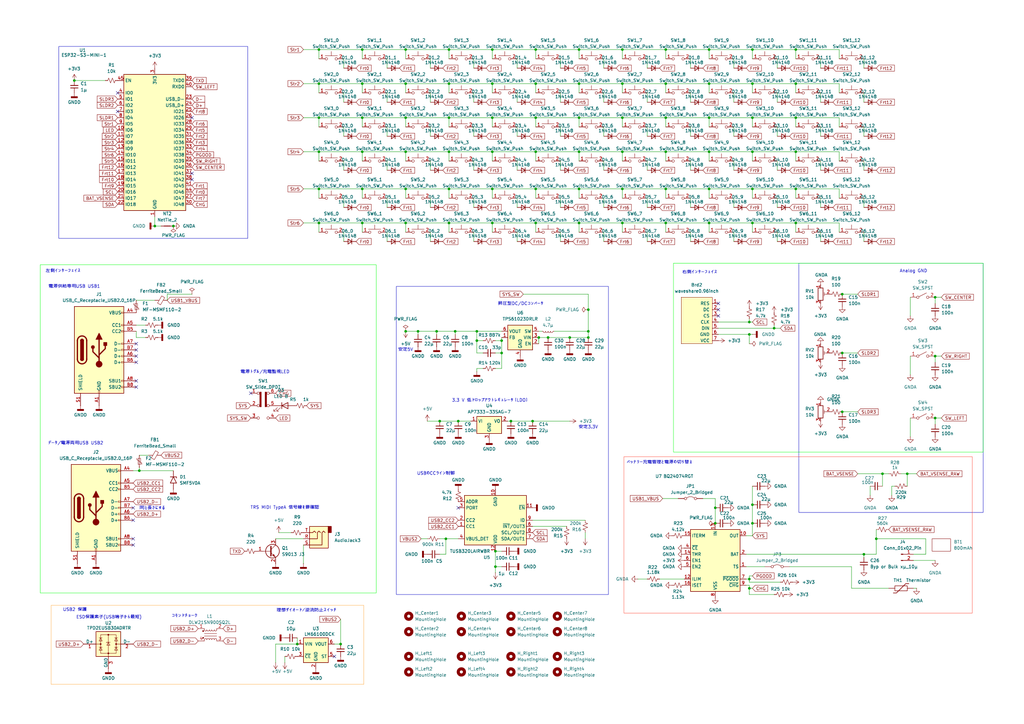
<source format=kicad_sch>
(kicad_sch (version 20250114) (generator "eeschema") (generator_version "9.0")
  (paper "A3")
  (rectangle (start 255.905 187.325) (end 398.78 251.46) (stroke (width 0) (color 255 80 65 1)))
  (rectangle (start 276.225 107.95) (end 403.225 185.42) (stroke (width 0) (color 11 255 19 1)))
  (rectangle (start 20.955 248.285) (end 149.225 280.67) (stroke (width 0) (color 255 173 72 1)))
  (rectangle (start 327.66 107.95) (end 403.225 210.185))
  (rectangle (start 24.13 19.05) (end 101.6 97.79))
  (rectangle (start 162.56 117.475) (end 249.555 243.84))
  (rectangle (start 16.51 108.585) (end 154.305 243.205) (stroke (width 0) (color 11 255 19 1)))
  (text "安定3.3V" (at 241.3 175.26 0) (effects (font (size 1.27 1.27))))
  (text "USB2 保護" (at 30.734 250.19 0) (effects (font (size 1.27 1.27))))
  (text "コモンドチョーク" (at 75.692 252.73 0) (effects (font (size 1.27 1.27))))
  (text "理想ダイオード／逆流防止スイッチ" (at 125.73 250.444 0) (effects (font (size 1.27 1.27))))
  (text "ESD保護素子(USB端子から最短)" (at 44.704 253.238 0) (effects (font (size 1.27 1.27))))
  (text "昇圧型DC/DCコンバータ" (at 213.614 124.714 0) (effects (font (size 1.27 1.27))))
  (text "USBのCCライン制御" (at 178.816 194.31 0) (effects (font (size 1.27 1.27))))
  (text "安定5V" (at 166.37 143.51 0) (effects (font (size 1.27 1.27))))
  (text "バッテリー充電管理と電源の切り替え" (at 270.51 189.738 0) (effects (font (size 1.27 1.27))))
  (text "同じ長さにする" (at 62.484 208.534 0) (effects (font (size 1.27 1.27))))
  (text "TRS MIDI TypeA 信号線を要確認" (at 116.84 208.28 0) (effects (font (size 1.27 1.27))))
  (text "Analog GND" (at 374.65 111.252 0) (effects (font (size 1.27 1.27))))
  (text "電源トグル/充電監視LED" (at 108.712 152.654 0) (effects (font (size 1.27 1.27))))
  (text "右側インターフェイス" (at 287.02 111.76 0) (effects (font (size 1.27 1.27))))
  (text "データ/電源両用USB USB2" (at 30.988 181.864 0) (effects (font (size 1.27 1.27))))
  (text "3.3 V 低ドロップアウトレギュレータ（LDO）" (at 201.168 164.338 0) (effects (font (size 1.27 1.27))))
  (text "電源供給専用USB USB1" (at 30.48 117.602 0) (effects (font (size 1.27 1.27))))
  (text "左側インターフェイス" (at 25.908 111.252 0) (effects (font (size 1.27 1.27))))
  (junction (at 130.81 77.47))
  (junction (at 171.45 135.89))
  (junction (at 148.59 91.44))
  (junction (at 203.2 232.41))
  (junction (at 255.27 62.23))
  (junction (at 359.41 220.98))
  (junction (at 130.81 34.29))
  (junction (at 354.33 227.33))
  (junction (at 71.12 92.71))
  (junction (at 345.44 120.65))
  (junction (at 361.95 194.31))
  (junction (at 255.27 91.44))
  (junction (at 308.61 91.44))
  (junction (at 273.05 91.44))
  (junction (at 184.15 62.23))
  (junction (at 273.05 62.23))
  (junction (at 201.93 62.23))
  (junction (at 273.05 34.29))
  (junction (at 273.05 48.26))
  (junction (at 203.2 226.06))
  (junction (at 57.15 193.04))
  (junction (at 255.27 20.32))
  (junction (at 148.59 20.32))
  (junction (at 219.71 91.44))
  (junction (at 326.39 20.32))
  (junction (at 182.88 220.98))
  (junction (at 30.48 33.02))
  (junction (at 290.83 62.23))
  (junction (at 383.54 146.05))
  (junction (at 148.59 77.47))
  (junction (at 308.61 207.01))
  (junction (at 220.98 138.43))
  (junction (at 184.15 48.26))
  (junction (at 130.81 91.44))
  (junction (at 166.37 34.29))
  (junction (at 166.37 48.26))
  (junction (at 317.5 134.62))
  (junction (at 219.71 77.47))
  (junction (at 201.93 20.32))
  (junction (at 345.44 144.78))
  (junction (at 372.11 194.31))
  (junction (at 233.68 138.43))
  (junction (at 195.58 135.89))
  (junction (at 237.49 62.23))
  (junction (at 307.34 241.3))
  (junction (at 201.93 77.47))
  (junction (at 290.83 77.47))
  (junction (at 184.15 77.47))
  (junction (at 290.83 91.44))
  (junction (at 290.83 20.32))
  (junction (at 293.37 214.63))
  (junction (at 237.49 34.29))
  (junction (at 237.49 91.44))
  (junction (at 326.39 34.29))
  (junction (at 179.07 135.89))
  (junction (at 326.39 91.44))
  (junction (at 308.61 214.63))
  (junction (at 219.71 34.29))
  (junction (at 237.49 20.32))
  (junction (at 326.39 48.26))
  (junction (at 195.58 139.7))
  (junction (at 166.37 91.44))
  (junction (at 180.34 172.72))
  (junction (at 201.93 91.44))
  (junction (at 130.81 62.23))
  (junction (at 166.37 77.47))
  (junction (at 383.54 171.45))
  (junction (at 290.83 48.26))
  (junction (at 148.59 48.26))
  (junction (at 201.93 34.29))
  (junction (at 148.59 62.23))
  (junction (at 209.55 172.72))
  (junction (at 166.37 135.89))
  (junction (at 63.5 92.71))
  (junction (at 205.74 139.7))
  (junction (at 130.81 20.32))
  (junction (at 273.05 20.32))
  (junction (at 383.54 121.92))
  (junction (at 130.81 48.26))
  (junction (at 219.71 48.26))
  (junction (at 308.61 20.32))
  (junction (at 307.34 137.16))
  (junction (at 308.61 77.47))
  (junction (at 241.3 127))
  (junction (at 241.3 138.43))
  (junction (at 184.15 34.29))
  (junction (at 139.7 264.16))
  (junction (at 187.96 172.72))
  (junction (at 121.92 264.16))
  (junction (at 307.34 132.08))
  (junction (at 166.37 62.23))
  (junction (at 308.61 48.26))
  (junction (at 224.79 138.43))
  (junction (at 166.37 20.32))
  (junction (at 148.59 34.29))
  (junction (at 308.61 34.29))
  (junction (at 308.61 62.23))
  (junction (at 205.74 144.78))
  (junction (at 307.34 237.49))
  (junction (at 218.44 172.72))
  (junction (at 186.69 135.89))
  (junction (at 219.71 20.32))
  (junction (at 293.37 208.28))
  (junction (at 326.39 62.23))
  (junction (at 241.3 135.89))
  (junction (at 255.27 34.29))
  (junction (at 201.93 48.26))
  (junction (at 290.83 34.29))
  (junction (at 237.49 48.26))
  (junction (at 345.44 168.91))
  (junction (at 255.27 48.26))
  (junction (at 184.15 91.44))
  (junction (at 326.39 77.47))
  (junction (at 273.05 77.47))
  (junction (at 255.27 77.47))
  (junction (at 184.15 20.32))
  (junction (at 237.49 77.47))
  (junction (at 219.71 62.23))
  (no_connect (at 102.87 161.29))
  (no_connect (at 55.88 158.75))
  (no_connect (at 55.88 143.51))
  (no_connect (at 54.61 223.52))
  (no_connect (at 187.96 208.28))
  (no_connect (at 55.88 146.05))
  (no_connect (at 78.74 73.66))
  (no_connect (at 55.88 156.21))
  (no_connect (at 54.61 213.36))
  (no_connect (at 54.61 208.28))
  (no_connect (at 78.74 48.26))
  (no_connect (at 48.26 45.72))
  (no_connect (at 78.74 71.12))
  (no_connect (at 294.64 129.54))
  (no_connect (at 48.26 38.1))
  (no_connect (at 137.16 269.24))
  (no_connect (at 54.61 220.98))
  (no_connect (at 294.64 124.46))
  (no_connect (at 55.88 148.59))
  (no_connect (at 55.88 140.97))
  (no_connect (at 294.64 127))
  (wire (pts (xy 273.05 77.47) (xy 290.83 77.47)))
  (wire (pts (xy 158.75 66.04) (xy 158.75 69.85)))
  (wire (pts (xy 336.55 38.1) (xy 336.55 41.91)))
  (wire (pts (xy 55.88 133.35) (xy 59.69 133.35)))
  (wire (pts (xy 359.41 220.98) (xy 359.41 227.33)))
  (wire (pts (xy 175.26 220.98) (xy 172.72 220.98)))
  (wire (pts (xy 201.93 48.26) (xy 219.71 48.26)))
  (wire (pts (xy 356.87 203.2) (xy 356.87 199.39)))
  (wire (pts (xy 306.07 237.49) (xy 307.34 237.49)))
  (wire (pts (xy 212.09 66.04) (xy 212.09 69.85)))
  (wire (pts (xy 166.37 62.23) (xy 166.37 66.04)))
  (wire (pts (xy 247.65 81.28) (xy 247.65 85.09)))
  (wire (pts (xy 374.65 227.33) (xy 379.73 227.33)))
  (wire (pts (xy 130.81 48.26) (xy 148.59 48.26)))
  (wire (pts (xy 140.97 95.25) (xy 140.97 99.06)))
  (wire (pts (xy 273.05 62.23) (xy 273.05 66.04)))
  (wire (pts (xy 158.75 95.25) (xy 158.75 99.06)))
  (wire (pts (xy 212.09 38.1) (xy 212.09 41.91)))
  (wire (pts (xy 124.46 48.26) (xy 130.81 48.26)))
  (wire (pts (xy 326.39 34.29) (xy 326.39 38.1)))
  (wire (pts (xy 317.5 133.35) (xy 317.5 134.62)))
  (wire (pts (xy 326.39 48.26) (xy 326.39 52.07)))
  (wire (pts (xy 194.31 81.28) (xy 194.31 85.09)))
  (wire (pts (xy 372.11 194.31) (xy 369.57 194.31)))
  (wire (pts (xy 130.81 20.32) (xy 148.59 20.32)))
  (wire (pts (xy 130.81 20.32) (xy 130.81 24.13)))
  (wire (pts (xy 184.15 77.47) (xy 184.15 81.28)))
  (wire (pts (xy 237.49 77.47) (xy 237.49 81.28)))
  (wire (pts (xy 220.98 138.43) (xy 220.98 140.97)))
  (wire (pts (xy 195.58 151.13) (xy 198.12 151.13)))
  (wire (pts (xy 336.55 66.04) (xy 336.55 69.85)))
  (wire (pts (xy 336.55 24.13) (xy 336.55 27.94)))
  (wire (pts (xy 184.15 34.29) (xy 184.15 38.1)))
  (wire (pts (xy 237.49 77.47) (xy 255.27 77.47)))
  (wire (pts (xy 54.61 193.04) (xy 57.15 193.04)))
  (wire (pts (xy 270.51 237.49) (xy 280.67 237.49)))
  (wire (pts (xy 255.27 20.32) (xy 255.27 24.13)))
  (wire (pts (xy 308.61 91.44) (xy 308.61 95.25)))
  (wire (pts (xy 140.97 81.28) (xy 140.97 85.09)))
  (wire (pts (xy 307.34 137.16) (xy 294.64 137.16)))
  (wire (pts (xy 351.79 194.31) (xy 361.95 194.31)))
  (wire (pts (xy 219.71 62.23) (xy 237.49 62.23)))
  (wire (pts (xy 124.46 20.32) (xy 130.81 20.32)))
  (wire (pts (xy 130.81 34.29) (xy 130.81 38.1)))
  (wire (pts (xy 383.54 171.45) (xy 386.08 171.45)))
  (wire (pts (xy 307.34 236.22) (xy 307.34 237.49)))
  (wire (pts (xy 148.59 52.07) (xy 148.59 48.26)))
  (wire (pts (xy 265.43 24.13) (xy 265.43 27.94)))
  (wire (pts (xy 219.71 48.26) (xy 237.49 48.26)))
  (wire (pts (xy 201.93 62.23) (xy 219.71 62.23)))
  (wire (pts (xy 130.81 91.44) (xy 130.81 95.25)))
  (wire (pts (xy 212.09 81.28) (xy 212.09 85.09)))
  (wire (pts (xy 214.63 120.65) (xy 241.3 120.65)))
  (wire (pts (xy 293.37 208.28) (xy 293.37 214.63)))
  (wire (pts (xy 130.81 77.47) (xy 130.81 81.28)))
  (wire (pts (xy 114.3 218.44) (xy 119.38 218.44)))
  (wire (pts (xy 349.25 241.3) (xy 364.49 241.3)))
  (wire (pts (xy 317.5 243.84) (xy 307.34 243.84)))
  (wire (pts (xy 212.09 95.25) (xy 212.09 99.06)))
  (wire (pts (xy 290.83 20.32) (xy 290.83 24.13)))
  (wire (pts (xy 55.88 138.43) (xy 59.69 138.43)))
  (wire (pts (xy 184.15 48.26) (xy 184.15 52.07)))
  (wire (pts (xy 124.46 91.44) (xy 130.81 91.44)))
  (wire (pts (xy 344.17 52.07) (xy 344.17 48.26)))
  (wire (pts (xy 158.75 52.07) (xy 158.75 55.88)))
  (wire (pts (xy 283.21 38.1) (xy 283.21 41.91)))
  (wire (pts (xy 166.37 20.32) (xy 166.37 24.13)))
  (wire (pts (xy 308.61 34.29) (xy 326.39 34.29)))
  (wire (pts (xy 308.61 20.32) (xy 326.39 20.32)))
  (wire (pts (xy 219.71 34.29) (xy 237.49 34.29)))
  (wire (pts (xy 326.39 24.13) (xy 326.39 20.32)))
  (wire (pts (xy 113.03 264.16) (xy 113.03 271.78)))
  (wire (pts (xy 308.61 20.32) (xy 308.61 24.13)))
  (wire (pts (xy 194.31 24.13) (xy 194.31 27.94)))
  (wire (pts (xy 224.79 138.43) (xy 233.68 138.43)))
  (wire (pts (xy 265.43 52.07) (xy 265.43 55.88)))
  (wire (pts (xy 308.61 207.01) (xy 308.61 214.63)))
  (wire (pts (xy 247.65 66.04) (xy 247.65 69.85)))
  (wire (pts (xy 326.39 48.26) (xy 344.17 48.26)))
  (wire (pts (xy 307.34 241.3) (xy 307.34 243.84)))
  (wire (pts (xy 205.74 144.78) (xy 205.74 151.13)))
  (wire (pts (xy 318.77 24.13) (xy 318.77 27.94)))
  (wire (pts (xy 344.17 66.04) (xy 344.17 62.23)))
  (wire (pts (xy 237.49 34.29) (xy 237.49 38.1)))
  (wire (pts (xy 300.99 38.1) (xy 300.99 41.91)))
  (wire (pts (xy 354.33 227.33) (xy 359.41 227.33)))
  (wire (pts (xy 180.34 172.72) (xy 187.96 172.72)))
  (wire (pts (xy 184.15 20.32) (xy 201.93 20.32)))
  (wire (pts (xy 237.49 62.23) (xy 255.27 62.23)))
  (wire (pts (xy 229.87 52.07) (xy 229.87 55.88)))
  (wire (pts (xy 130.81 62.23) (xy 130.81 66.04)))
  (wire (pts (xy 182.88 220.98) (xy 180.34 220.98)))
  (wire (pts (xy 361.95 194.31) (xy 364.49 194.31)))
  (wire (pts (xy 237.49 48.26) (xy 255.27 48.26)))
  (wire (pts (xy 300.99 24.13) (xy 300.99 27.94)))
  (wire (pts (xy 205.74 138.43) (xy 205.74 139.7)))
  (wire (pts (xy 255.27 91.44) (xy 273.05 91.44)))
  (wire (pts (xy 222.25 135.89) (xy 220.98 135.89)))
  (wire (pts (xy 203.2 232.41) (xy 203.2 226.06)))
  (wire (pts (xy 229.87 66.04) (xy 229.87 69.85)))
  (wire (pts (xy 171.45 135.89) (xy 171.45 137.16)))
  (wire (pts (xy 308.61 62.23) (xy 308.61 66.04)))
  (wire (pts (xy 383.54 148.59) (xy 383.54 146.05)))
  (wire (pts (xy 113.03 264.16) (xy 121.92 264.16)))
  (wire (pts (xy 354.33 66.04) (xy 354.33 69.85)))
  (wire (pts (xy 148.59 20.32) (xy 166.37 20.32)))
  (wire (pts (xy 273.05 91.44) (xy 273.05 95.25)))
  (wire (pts (xy 198.12 144.78) (xy 195.58 144.78)))
  (wire (pts (xy 219.71 20.32) (xy 237.49 20.32)))
  (wire (pts (xy 307.34 132.08) (xy 308.61 132.08)))
  (wire (pts (xy 326.39 20.32) (xy 344.17 20.32)))
  (wire (pts (xy 195.58 139.7) (xy 195.58 135.89)))
  (wire (pts (xy 307.34 240.03) (xy 306.07 240.03)))
  (wire (pts (xy 130.81 62.23) (xy 148.59 62.23)))
  (wire (pts (xy 148.59 38.1) (xy 148.59 34.29)))
  (wire (pts (xy 166.37 91.44) (xy 184.15 91.44)))
  (wire (pts (xy 283.21 52.07) (xy 283.21 55.88)))
  (wire (pts (xy 184.15 20.32) (xy 184.15 24.13)))
  (wire (pts (xy 273.05 34.29) (xy 290.83 34.29)))
  (wire (pts (xy 344.17 95.25) (xy 344.17 91.44)))
  (wire (pts (xy 212.09 24.13) (xy 212.09 27.94)))
  (wire (pts (xy 383.54 124.46) (xy 383.54 121.92)))
  (wire (pts (xy 237.49 91.44) (xy 237.49 95.25)))
  (wire (pts (xy 290.83 91.44) (xy 308.61 91.44)))
  (wire (pts (xy 55.88 135.89) (xy 55.88 138.43)))
  (wire (pts (xy 290.83 77.47) (xy 290.83 81.28)))
  (wire (pts (xy 55.88 123.19) (xy 63.5 123.19)))
  (wire (pts (xy 182.88 227.33) (xy 182.88 220.98)))
  (wire (pts (xy 349.25 232.41) (xy 349.25 241.3)))
  (wire (pts (xy 229.87 95.25) (xy 229.87 99.06)))
  (wire (pts (xy 308.61 137.16) (xy 307.34 137.16)))
  (wire (pts (xy 186.69 135.89) (xy 195.58 135.89)))
  (wire (pts (xy 233.68 138.43) (xy 241.3 138.43)))
  (wire (pts (xy 148.59 62.23) (xy 166.37 62.23)))
  (wire (pts (xy 201.93 20.32) (xy 219.71 20.32)))
  (wire (pts (xy 326.39 62.23) (xy 344.17 62.23)))
  (wire (pts (xy 372.11 194.31) (xy 372.11 199.39)))
  (wire (pts (xy 308.61 77.47) (xy 326.39 77.47)))
  (wire (pts (xy 166.37 34.29) (xy 166.37 38.1)))
  (wire (pts (xy 201.93 91.44) (xy 219.71 91.44)))
  (wire (pts (xy 184.15 48.26) (xy 201.93 48.26)))
  (wire (pts (xy 283.21 81.28) (xy 283.21 85.09)))
  (wire (pts (xy 265.43 66.04) (xy 265.43 69.85)))
  (wire (pts (xy 180.34 227.33) (xy 182.88 227.33)))
  (wire (pts (xy 184.15 91.44) (xy 184.15 95.25)))
  (wire (pts (xy 124.46 62.23) (xy 130.81 62.23)))
  (wire (pts (xy 166.37 20.32) (xy 184.15 20.32)))
  (wire (pts (xy 318.77 52.07) (xy 318.77 55.88)))
  (wire (pts (xy 194.31 95.25) (xy 194.31 99.06)))
  (wire (pts (xy 241.3 120.65) (xy 241.3 127)))
  (wire (pts (xy 139.7 254) (xy 139.7 264.16)))
  (wire (pts (xy 124.46 77.47) (xy 130.81 77.47)))
  (wire (pts (xy 326.39 77.47) (xy 326.39 81.28)))
  (wire (pts (xy 140.97 38.1) (xy 140.97 41.91)))
  (wire (pts (xy 273.05 48.26) (xy 273.05 52.07)))
  (wire (pts (xy 255.27 77.47) (xy 255.27 81.28)))
  (wire (pts (xy 179.07 135.89) (xy 179.07 137.16)))
  (wire (pts (xy 205.74 232.41) (xy 203.2 232.41)))
  (wire (pts (xy 247.65 95.25) (xy 247.65 99.06)))
  (wire (pts (xy 283.21 95.25) (xy 283.21 99.06)))
  (wire (pts (xy 201.93 20.32) (xy 201.93 24.13)))
  (wire (pts (xy 187.96 172.72) (xy 193.04 172.72)))
  (wire (pts (xy 237.49 91.44) (xy 255.27 91.44)))
  (wire (pts (xy 241.3 135.89) (xy 241.3 138.43)))
  (wire (pts (xy 290.83 20.32) (xy 308.61 20.32)))
  (wire (pts (xy 201.93 34.29) (xy 219.71 34.29)))
  (wire (pts (xy 130.81 34.29) (xy 148.59 34.29)))
  (wire (pts (xy 124.46 223.52) (xy 124.46 231.14)))
  (wire (pts (xy 308.61 77.47) (xy 308.61 81.28)))
  (wire (pts (xy 318.77 95.25) (xy 318.77 99.06)))
  (wire (pts (xy 240.03 220.98) (xy 240.03 218.44)))
  (wire (pts (xy 344.17 81.28) (xy 344.17 77.47)))
  (wire (pts (xy 175.26 172.72) (xy 180.34 172.72)))
  (wire (pts (xy 255.27 91.44) (xy 255.27 95.25)))
  (wire (pts (xy 354.33 38.1) (xy 354.33 41.91)))
  (wire (pts (xy 255.27 34.29) (xy 273.05 34.29)))
  (wire (pts (xy 255.27 48.26) (xy 273.05 48.26)))
  (wire (pts (xy 148.59 34.29) (xy 166.37 34.29)))
  (wire (pts (xy 271.78 204.47) (xy 278.13 204.47)))
  (wire (pts (xy 345.44 168.91) (xy 351.79 168.91)))
  (wire (pts (xy 306.07 232.41) (xy 313.69 232.41)))
  (wire (pts (xy 201.93 48.26) (xy 201.93 52.07)))
  (wire (pts (xy 336.55 52.07) (xy 336.55 55.88)))
  (wire (pts (xy 273.05 77.47) (xy 273.05 81.28)))
  (wire (pts (xy 113.03 220.98) (xy 124.46 220.98)))
  (wire (pts (xy 57.15 193.04) (xy 71.12 193.04)))
  (wire (pts (xy 318.77 38.1) (xy 318.77 41.91)))
  (wire (pts (xy 354.33 95.25) (xy 354.33 99.06)))
  (wire (pts (xy 219.71 91.44) (xy 237.49 91.44)))
  (wire (pts (xy 273.05 20.32) (xy 273.05 24.13)))
  (wire (pts (xy 247.65 24.13) (xy 247.65 27.94)))
  (wire (pts (xy 166.37 48.26) (xy 184.15 48.26)))
  (wire (pts (xy 241.3 127) (xy 241.3 135.89)))
  (wire (pts (xy 290.83 34.29) (xy 308.61 34.29)))
  (wire (pts (xy 158.75 24.13) (xy 158.75 27.94)))
  (wire (pts (xy 219.71 91.44) (xy 219.71 95.25)))
  (wire (pts (xy 308.61 199.39) (xy 308.61 207.01)))
  (wire (pts (xy 219.71 20.32) (xy 219.71 24.13)))
  (wire (pts (xy 201.93 62.23) (xy 201.93 66.04)))
  (wire (pts (xy 176.53 38.1) (xy 176.53 41.91)))
  (wire (pts (xy 68.58 120.65) (xy 68.58 123.19)))
  (wire (pts (xy 283.21 24.13) (xy 283.21 27.94)))
  (wire (pts (xy 318.77 81.28) (xy 318.77 85.09)))
  (wire (pts (xy 30.48 33.02) (xy 43.18 33.02)))
  (wire (pts (xy 232.41 215.9) (xy 218.44 215.9)))
  (wire (pts (xy 229.87 38.1) (xy 229.87 41.91)))
  (wire (pts (xy 176.53 52.07) (xy 176.53 55.88)))
  (wire (pts (xy 184.15 91.44) (xy 201.93 91.44)))
  (wire (pts (xy 78.74 120.65) (xy 68.58 120.65)))
  (wire (pts (xy 166.37 135.89) (xy 171.45 135.89)))
  (wire (pts (xy 345.44 120.65) (xy 351.79 120.65)))
  (wire (pts (xy 184.15 62.23) (xy 184.15 66.04)))
  (wire (pts (xy 300.99 66.04) (xy 300.99 69.85)))
  (wire (pts (xy 130.81 91.44) (xy 148.59 91.44)))
  (wire (pts (xy 344.17 24.13) (xy 344.17 20.32)))
  (wire (pts (xy 308.61 48.26) (xy 326.39 48.26)))
  (wire (pts (xy 379.73 227.33) (xy 379.73 220.98)))
  (wire (pts (xy 186.69 135.89) (xy 186.69 137.16)))
  (wire (pts (xy 139.7 264.16) (xy 137.16 264.16)))
  (wire (pts (xy 195.58 151.13) (xy 195.58 152.4)))
  (wire (pts (xy 374.65 229.87) (xy 383.54 229.87)))
  (wire (pts (xy 300.99 95.25) (xy 300.99 99.06)))
  (wire (pts (xy 290.83 91.44) (xy 290.83 95.25)))
  (wire (pts (xy 361.95 194.31) (xy 361.95 199.39)))
  (wire (pts (xy 57.15 186.69) (xy 60.96 186.69)))
  (wire (pts (xy 166.37 91.44) (xy 166.37 95.25)))
  (wire (pts (xy 265.43 81.28) (xy 265.43 85.09)))
  (wire (pts (xy 273.05 48.26) (xy 290.83 48.26)))
  (wire (pts (xy 179.07 135.89) (xy 186.69 135.89)))
  (wire (pts (xy 148.59 81.28) (xy 148.59 77.47)))
  (wire (pts (xy 255.27 62.23) (xy 255.27 66.04)))
  (wire (pts (xy 308.61 91.44) (xy 326.39 91.44)))
  (wire (pts (xy 359.41 217.17) (xy 359.41 220.98)))
  (wire (pts (xy 176.53 66.04) (xy 176.53 69.85)))
  (wire (pts (xy 326.39 91.44) (xy 326.39 95.25)))
  (wire (pts (xy 307.34 241.3) (xy 307.34 240.03)))
  (wire (pts (xy 219.71 48.26) (xy 219.71 52.07)))
  (wire (pts (xy 187.96 220.98) (xy 182.88 220.98)))
  (wire (pts (xy 195.58 135.89) (xy 205.74 135.89)))
  (wire (pts (xy 237.49 62.23) (xy 237.49 66.04)))
  (wire (pts (xy 148.59 95.25) (xy 148.59 91.44)))
  (wire (pts (xy 148.59 48.26) (xy 166.37 48.26)))
  (wire (pts (xy 317.5 134.62) (xy 320.04 134.62)))
  (wire (pts (xy 375.92 194.31) (xy 372.11 194.31)))
  (wire (pts (xy 307.34 236.22) (xy 308.61 236.22)))
  (wire (pts (xy 237.49 48.26) (xy 237.49 52.07)))
  (wire (pts (xy 336.55 81.28) (xy 336.55 85.09)))
  (wire (pts (xy 166.37 48.26) (xy 166.37 52.07)))
  (wire (pts (xy 373.38 121.92) (xy 373.38 129.54)))
  (wire (pts (xy 306.07 219.71) (xy 308.61 219.71)))
  (wire (pts (xy 63.5 92.71) (xy 66.04 92.71)))
  (wire (pts (xy 273.05 62.23) (xy 290.83 62.23)))
  (wire (pts (xy 365.76 199.39) (xy 365.76 203.2)))
  (wire (pts (xy 383.54 173.99) (xy 383.54 171.45)))
  (wire (pts (xy 195.58 144.78) (xy 195.58 139.7)))
  (wire (pts (xy 205.74 139.7) (xy 205.74 144.78)))
  (wire (pts (xy 63.5 88.9) (xy 63.5 92.71)))
  (wire (pts (xy 255.27 62.23) (xy 273.05 62.23)))
  (wire (pts (xy 219.71 77.47) (xy 219.71 81.28)))
  (wire (pts (xy 201.93 91.44) (xy 201.93 95.25)))
  (wire (pts (xy 140.97 24.13) (xy 140.97 27.94)))
  (wire (pts (xy 293.37 204.47) (xy 293.37 208.28)))
  (wire (pts (xy 158.75 38.1) (xy 158.75 41.91)))
  (wire (pts (xy 229.87 81.28) (xy 229.87 85.09)))
  (wire (pts (xy 166.37 62.23) (xy 184.15 62.23)))
  (wire (pts (xy 194.31 38.1) (xy 194.31 41.91)))
  (wire (pts (xy 176.53 24.13) (xy 176.53 27.94)))
  (wire (pts (xy 148.59 77.47) (xy 166.37 77.47)))
  (wire (pts (xy 166.37 34.29) (xy 184.15 34.29)))
  (wire (pts (xy 383.54 121.92) (xy 386.08 121.92)))
  (wire (pts (xy 288.29 204.47) (xy 293.37 204.47)))
  (wire (pts (xy 374.65 241.3) (xy 375.92 241.3)))
  (wire (pts (xy 203.2 151.13) (xy 205.74 151.13)))
  (wire (pts (xy 354.33 24.13) (xy 354.33 27.94)))
  (wire (pts (xy 247.65 52.07) (xy 247.65 55.88)))
  (wire (pts (xy 194.31 52.07) (xy 194.31 55.88)))
  (wire (pts (xy 345.44 144.78) (xy 351.79 144.78)))
  (wire (pts (xy 201.93 34.29) (xy 201.93 38.1)))
  (wire (pts (xy 273.05 34.29) (xy 273.05 38.1)))
  (wire (pts (xy 255.27 48.26) (xy 255.27 52.07)))
  (wire (pts (xy 203.2 139.7) (xy 205.74 139.7)))
  (wire (pts (xy 354.33 52.07) (xy 354.33 55.88)))
  (wire (pts (xy 283.21 66.04) (xy 283.21 69.85)))
  (wire (pts (xy 326.39 77.47) (xy 344.17 77.47)))
  (wire (pts (xy 383.54 146.05) (xy 386.08 146.05)))
  (wire (pts (xy 212.09 52.07) (xy 212.09 55.88)))
  (wire (pts (xy 237.49 20.32) (xy 237.49 24.13)))
  (wire (pts (xy 326.39 62.23) (xy 326.39 66.04)))
  (wire (pts (xy 227.33 135.89) (xy 241.3 135.89)))
  (wire (pts (xy 336.55 95.25) (xy 336.55 99.06)))
  (wire (pts (xy 290.83 62.23) (xy 290.83 66.04)))
  (wire (pts (xy 320.04 238.76) (xy 307.34 238.76)))
  (wire (pts (xy 373.38 146.05) (xy 373.38 153.67)))
  (wire (pts (xy 166.37 77.47) (xy 184.15 77.47)))
  (wire (pts (xy 247.65 38.1) (xy 247.65 41.91)))
  (wire (pts (xy 359.41 220.98) (xy 379.73 220.98)))
  (wire (pts (xy 306.07 227.33) (xy 354.33 227.33)))
  (wire (pts (xy 194.31 66.04) (xy 194.31 69.85)))
  (wire (pts (xy 240.03 213.36) (xy 218.44 213.36)))
  (wire (pts (xy 124.46 34.29) (xy 130.81 34.29)))
  (wire (pts (xy 273.05 91.44) (xy 290.83 91.44)))
  (wire (pts (xy 294.64 132.08) (xy 307.34 132.08)))
  (wire (pts (xy 130.81 77.47) (xy 148.59 77.47)))
  (wire (pts (xy 373.38 171.45) (xy 373.38 179.07)))
  (wire (pts (xy 205.74 226.06) (xy 203.2 226.06)))
  (wire (pts (xy 176.53 95.25) (xy 176.53 99.06)))
  (wire (pts (xy 265.43 237.49) (xy 261.62 237.49)))
  (wire (pts (xy 307.34 238.76) (xy 307.34 237.49)))
  (wire (pts (xy 166.37 77.47) (xy 166.37 81.28)))
  (wire (pts (xy 208.28 172.72) (xy 209.55 172.72)))
  (wire (pts (xy 237.49 20.32) (xy 255.27 20.32)))
  (wire (pts (xy 290.83 34.29) (xy 290.83 38.1)))
  (wire (pts (xy 367.03 199.39) (xy 365.76 199.39)))
  (wire (pts (xy 57.15 191.77) (xy 57.15 193.04)))
  (wire (pts (xy 218.44 172.72) (xy 233.68 172.72)))
  (wire (pts (xy 307.34 241.3) (xy 308.61 241.3)))
  (wire (pts (xy 290.83 62.23) (xy 308.61 62.23)))
  (wire (pts (xy 148.59 66.04) (xy 148.59 62.23)))
  (wire (pts (xy 219.71 62.23) (xy 219.71 66.04)))
  (wire (pts (xy 255.27 34.29) (xy 255.27 38.1)))
  (wire (pts (xy 307.34 130.81) (xy 307.34 132.08)))
  (wire (pts (xy 290.83 77.47) (xy 308.61 77.47)))
  (wire (pts (xy 237.49 34.29) (xy 255.27 34.29)))
  (wire (pts (xy 265.43 95.25) (xy 265.43 99.06)))
  (wire (pts (xy 344.17 38.1) (xy 344.17 34.29)))
  (wire (pts (xy 130.81 48.26) (xy 130.81 52.07)))
  (wire (pts (xy 273.05 20.32) (xy 290.83 20.32)))
  (wire (pts (xy 323.85 232.41) (xy 349.25 232.41)))
  (wire (pts (xy 318.77 66.04) (xy 318.77 69.85)))
  (wire (pts (xy 219.71 34.29) (xy 219.71 38.1)))
  (wire (pts (xy 255.27 77.47) (xy 273.05 77.47)))
  (wire (pts (xy 140.97 66.04) (xy 140.97 69.85)))
  (wire (pts (xy 326.39 91.44) (xy 344.17 91.44)))
  (wire (pts (xy 219.71 77.47) (xy 237.49 77.47)))
  (wire (pts (xy 290.83 48.26) (xy 308.61 48.26)))
  (wire (pts (xy 148.59 91.44) (xy 166.37 91.44)))
  (wire (pts (xy 184.15 34.29) (xy 201.93 34.29)))
  (wire (pts (xy 121.92 261.62) (xy 121.92 264.16)))
  (wire (pts (xy 198.12 139.7) (xy 195.58 139.7)))
  (wire (pts (xy 176.53 81.28) (xy 176.53 85.09)))
  (wire (pts (xy 203.2 144.78) (xy 205.74 144.78)))
  (wire (pts (xy 148.59 24.13) (xy 148.59 20.32)))
  (wire (pts (xy 307.34 137.16) (xy 307.34 140.97)))
  (wire (pts (xy 300.99 81.28) (xy 300.99 85.09)))
  (wire (pts (xy 201.93 77.47) (xy 219.71 77.47)))
  (wire (pts (xy 308.61 62.23) (xy 326.39 62.23)))
  (wire (pts (xy 294.64 134.62) (xy 317.5 134.62)))
  (wire (pts (xy 308.61 214.63) (xy 308.61 219.71)))
  (wire (pts (xy 308.61 48.26) (xy 308.61 52.07)))
  (wire (pts (xy 300.99 52.07) (xy 300.99 55.88)))
  (wire (pts (xy 158.75 81.28) (xy 158.75 85.09)))
  (wire (pts (xy 203.2 234.95) (xy 203.2 232.41)))
  (wire (pts (xy 354.33 228.6) (xy 354.33 227.33)))
  (wire (pts (xy 218.44 172.72) (xy 209.55 172.72)))
  (wire (pts (xy 220.98 138.43) (xy 224.79 138.43)))
  (wire (pts (xy 140.97 52.07) (xy 140.97 55.88)))
  (wire (pts (xy 229.87 24.13) (xy 229.87 27.94)))
  (wire (pts (xy 116.84 269.24) (xy 116.84 271.78)))
  (wire (pts (xy 171.45 135.89) (xy 179.07 135.89)))
  (wire (pts (xy 290.83 48.26) (xy 290.83 52.07)))
  (wire (pts (xy 354.33 81.28) (xy 354.33 85.09)))
  (wire (pts (xy 255.27 20.32) (xy 273.05 20.32)))
  (wire (pts (xy 326.39 34.29) (xy 344.17 34.29)))
  (wire (pts (xy 201.93 77.47) (xy 201.93 81.28)))
  (wire (pts (xy 265.43 38.1) (xy 265.43 41.91)))
  (wire (pts (xy 184.15 62.23) (xy 201.93 62.23)))
  (wire (pts (xy 308.61 34.29) (xy 308.61 38.1)))
  (wire (pts (xy 184.15 77.47) (xy 201.93 77.47)))
  (global_label "USB2_D-" (shape input) (at 54.61 264.16 0) (property "Intersheetrefs" "${INTERSHEET_REFS}" (effects (hide yes))))
  (global_label "Frt5" (shape input) (at 234.95 27.94 0) (property "Intersheetrefs" "${INTERSHEET_REFS}" (effects (hide yes))))
  (global_label "Frt8" (shape input) (at 288.29 99.06 0) (property "Intersheetrefs" "${INTERSHEET_REFS}" (effects (hide yes))))
  (global_label "D+" (shape input) (at 91.44 257.81 0) (property "Intersheetrefs" "${INTERSHEET_REFS}" (effects (hide yes))))
  (global_label "Frt4" (shape input) (at 217.17 99.06 0) (property "Intersheetrefs" "${INTERSHEET_REFS}" (effects (hide yes))))
  (global_label "SDA" (shape input) (at 48.26 83.82 180) (property "Intersheetrefs" "${INTERSHEET_REFS}" (effects (hide yes))))
  (global_label "Frt7" (shape input) (at 270.51 69.85 0) (property "Intersheetrefs" "${INTERSHEET_REFS}" (effects (hide yes))))
  (global_label "Frt4" (shape input) (at 217.17 85.09 0) (property "Intersheetrefs" "${INTERSHEET_REFS}" (effects (hide yes))))
  (global_label "TXD" (shape input) (at 100.33 226.06 180) (property "Intersheetrefs" "${INTERSHEET_REFS}" (effects (hide yes))))
  (global_label "SLDR3" (shape input) (at 48.26 40.64 180) (property "Intersheetrefs" "${INTERSHEET_REFS}" (effects (hide yes))))
  (global_label "BAT_VSENSE_RAW" (shape input) (at 364.49 217.17 0) (property "Intersheetrefs" "${INTERSHEET_REFS}" (effects (hide yes))))
  (global_label "Frt5" (shape input) (at 234.95 69.85 0) (property "Intersheetrefs" "${INTERSHEET_REFS}" (effects (hide yes))))
  (global_label "Frt9" (shape input) (at 306.07 69.85 0) (property "Intersheetrefs" "${INTERSHEET_REFS}" (effects (hide yes))))
  (global_label "SYS" (shape input) (at 125.73 166.37 0) (property "Intersheetrefs" "${INTERSHEET_REFS}" (effects (hide yes))))
  (global_label "Frt8" (shape input) (at 288.29 55.88 0) (property "Intersheetrefs" "${INTERSHEET_REFS}" (effects (hide yes))))
  (global_label "Frt11" (shape input) (at 341.63 41.91 0) (property "Intersheetrefs" "${INTERSHEET_REFS}" (effects (hide yes))))
  (global_label "SCL" (shape input) (at 308.61 132.08 0) (property "Intersheetrefs" "${INTERSHEET_REFS}" (effects (hide yes))))
  (global_label "Frt7" (shape input) (at 270.51 55.88 0) (property "Intersheetrefs" "${INTERSHEET_REFS}" (effects (hide yes))))
  (global_label "CHG" (shape input) (at 113.03 161.29 0) (property "Intersheetrefs" "${INTERSHEET_REFS}" (effects (hide yes))))
  (global_label "Frt10" (shape input) (at 323.85 69.85 0) (property "Intersheetrefs" "${INTERSHEET_REFS}" (effects (hide yes))))
  (global_label "Frt0" (shape input) (at 146.05 27.94 0) (property "Intersheetrefs" "${INTERSHEET_REFS}" (effects (hide yes))))
  (global_label "Frt8" (shape input) (at 288.29 27.94 0) (property "Intersheetrefs" "${INTERSHEET_REFS}" (effects (hide yes))))
  (global_label "Frt2" (shape input) (at 181.61 41.91 0) (property "Intersheetrefs" "${INTERSHEET_REFS}" (effects (hide yes))))
  (global_label "Frt3" (shape input) (at 199.39 55.88 0) (property "Intersheetrefs" "${INTERSHEET_REFS}" (effects (hide yes))))
  (global_label "Frt3" (shape input) (at 199.39 41.91 0) (property "Intersheetrefs" "${INTERSHEET_REFS}" (effects (hide yes))))
  (global_label "Frt5" (shape input) (at 234.95 99.06 0) (property "Intersheetrefs" "${INTERSHEET_REFS}" (effects (hide yes))))
  (global_label "Frt5" (shape input) (at 234.95 85.09 0) (property "Intersheetrefs" "${INTERSHEET_REFS}" (effects (hide yes))))
  (global_label "Frt1" (shape input) (at 163.83 85.09 0) (property "Intersheetrefs" "${INTERSHEET_REFS}" (effects (hide yes))))
  (global_label "SLDR2" (shape input) (at 48.26 43.18 180) (property "Intersheetrefs" "${INTERSHEET_REFS}" (effects (hide yes))))
  (global_label "Frt11" (shape input) (at 341.63 55.88 0) (property "Intersheetrefs" "${INTERSHEET_REFS}" (effects (hide yes))))
  (global_label "Frt0" (shape input) (at 146.05 85.09 0) (property "Intersheetrefs" "${INTERSHEET_REFS}" (effects (hide yes))))
  (global_label "SW_LEFT" (shape input) (at 78.74 35.56 0) (property "Intersheetrefs" "${INTERSHEET_REFS}" (effects (hide yes))))
  (global_label "Frt1" (shape input) (at 163.83 99.06 0) (property "Intersheetrefs" "${INTERSHEET_REFS}" (effects (hide yes))))
  (global_label "VBUS2" (shape input) (at 139.7 254 180) (property "Intersheetrefs" "${INTERSHEET_REFS}" (effects (hide yes))))
  (global_label "Frt11" (shape input) (at 341.63 27.94 0) (property "Intersheetrefs" "${INTERSHEET_REFS}" (effects (hide yes))))
  (global_label "BAT_VSENSE" (shape input) (at 351.79 194.31 180) (property "Intersheetrefs" "${INTERSHEET_REFS}" (effects (hide yes))))
  (global_label "Frt12" (shape input) (at 48.26 68.58 180) (property "Intersheetrefs" "${INTERSHEET_REFS}" (effects (hide yes))))
  (global_label "Frt12" (shape input) (at 359.41 55.88 0) (property "Intersheetrefs" "${INTERSHEET_REFS}" (effects (hide yes))))
  (global_label "Frt0" (shape input) (at 146.05 99.06 0) (property "Intersheetrefs" "${INTERSHEET_REFS}" (effects (hide yes))))
  (global_label "USB2_CC1" (shape input) (at 54.61 198.12 0) (property "Intersheetrefs" "${INTERSHEET_REFS}" (effects (hide yes))))
  (global_label "Frt12" (shape input) (at 359.41 41.91 0) (property "Intersheetrefs" "${INTERSHEET_REFS}" (effects (hide yes))))
  (global_label "Frt9" (shape input) (at 306.07 41.91 0) (property "Intersheetrefs" "${INTERSHEET_REFS}" (effects (hide yes))))
  (global_label "SLDR2" (shape input) (at 351.79 144.78 0) (property "Intersheetrefs" "${INTERSHEET_REFS}" (effects (hide yes))))
  (global_label "PGOOD" (shape input) (at 78.74 63.5 0) (property "Intersheetrefs" "${INTERSHEET_REFS}" (effects (hide yes))))
  (global_label "USB2_D+" (shape input) (at 81.28 257.81 180) (property "Intersheetrefs" "${INTERSHEET_REFS}" (effects (hide yes))))
  (global_label "Frt2" (shape input) (at 181.61 55.88 0) (property "Intersheetrefs" "${INTERSHEET_REFS}" (effects (hide yes))))
  (global_label "Str2" (shape input) (at 124.46 34.29 180) (property "Intersheetrefs" "${INTERSHEET_REFS}" (effects (hide yes))))
  (global_label "Frt10" (shape input) (at 323.85 41.91 0) (property "Intersheetrefs" "${INTERSHEET_REFS}" (effects (hide yes))))
  (global_label "Frt12" (shape input) (at 359.41 69.85 0) (property "Intersheetrefs" "${INTERSHEET_REFS}" (effects (hide yes))))
  (global_label "Frt9" (shape input) (at 48.26 76.2 180) (property "Intersheetrefs" "${INTERSHEET_REFS}" (effects (hide yes))))
  (global_label "Frt8" (shape input) (at 288.29 69.85 0) (property "Intersheetrefs" "${INTERSHEET_REFS}" (effects (hide yes))))
  (global_label "SCL" (shape input) (at 218.44 218.44 0) (property "Intersheetrefs" "${INTERSHEET_REFS}" (effects (hide yes))))
  (global_label "Frt2" (shape input) (at 181.61 69.85 0) (property "Intersheetrefs" "${INTERSHEET_REFS}" (effects (hide yes))))
  (global_label "SYS_SW" (shape input) (at 102.87 171.45 180) (property "Intersheetrefs" "${INTERSHEET_REFS}" (effects (hide yes))))
  (global_label "USB1_VBUS" (shape input) (at 68.58 123.19 0) (property "Intersheetrefs" "${INTERSHEET_REFS}" (effects (hide yes))))
  (global_label "Str5" (shape input) (at 48.26 66.04 180) (property "Intersheetrefs" "${INTERSHEET_REFS}" (effects (hide yes))))
  (global_label "Frt4" (shape input) (at 217.17 27.94 0) (property "Intersheetrefs" "${INTERSHEET_REFS}" (effects (hide yes))))
  (global_label "Frt1" (shape input) (at 78.74 76.2 0) (property "Intersheetrefs" "${INTERSHEET_REFS}" (effects (hide yes))))
  (global_label "CHG" (shape input) (at 308.61 241.3 0) (property "Intersheetrefs" "${INTERSHEET_REFS}" (effects (hide yes))))
  (global_label "Frt6" (shape input) (at 252.73 27.94 0) (property "Intersheetrefs" "${INTERSHEET_REFS}" (effects (hide yes))))
  (global_label "Frt9" (shape input) (at 306.07 55.88 0) (property "Intersheetrefs" "${INTERSHEET_REFS}" (effects (hide yes))))
  (global_label "Frt4" (shape input) (at 78.74 60.96 0) (property "Intersheetrefs" "${INTERSHEET_REFS}" (effects (hide yes))))
  (global_label "USB1_VBUS" (shape input) (at 271.78 204.47 180) (property "Intersheetrefs" "${INTERSHEET_REFS}" (effects (hide yes))))
  (global_label "D+" (shape input) (at 78.74 43.18 0) (property "Intersheetrefs" "${INTERSHEET_REFS}" (effects (hide yes))))
  (global_label "Str6" (shape input) (at 48.26 63.5 180) (property "Intersheetrefs" "${INTERSHEET_REFS}" (effects (hide yes))))
  (global_label "Frt12" (shape input) (at 359.41 27.94 0) (property "Intersheetrefs" "${INTERSHEET_REFS}" (effects (hide yes))))
  (global_label "Frt2" (shape input) (at 78.74 55.88 0) (property "Intersheetrefs" "${INTERSHEET_REFS}" (effects (hide yes))))
  (global_label "USB2_D+" (shape input) (at 34.29 264.16 180) (property "Intersheetrefs" "${INTERSHEET_REFS}" (effects (hide yes))))
  (global_label "SW_CENTER" (shape input) (at 78.74 68.58 0) (property "Intersheetrefs" "${INTERSHEET_REFS}" (effects (hide yes))))
  (global_label "USB2_CC1" (shape input) (at 187.96 215.9 180) (property "Intersheetrefs" "${INTERSHEET_REFS}" (effects (hide yes))))
  (global_label "Str3" (shape input) (at 124.46 48.26 180) (property "Intersheetrefs" "${INTERSHEET_REFS}" (effects (hide yes))))
  (global_label "PGOOD" (shape input) (at 308.61 236.22 0) (property "Intersheetrefs" "${INTERSHEET_REFS}" (effects (hide yes))))
  (global_label "Frt7" (shape input) (at 270.51 27.94 0) (property "Intersheetrefs" "${INTERSHEET_REFS}" (effects (hide yes))))
  (global_label "CHG" (shape input) (at 78.74 83.82 0) (property "Intersheetrefs" "${INTERSHEET_REFS}" (effects (hide yes))))
  (global_label "Frt6" (shape input) (at 78.74 50.8 0) (property "Intersheetrefs" "${INTERSHEET_REFS}" (effects (hide yes))))
  (global_label "SW_RIGHT" (shape input) (at 386.08 146.05 0) (property "Intersheetrefs" "${INTERSHEET_REFS}" (effects (hide yes))))
  (global_label "Frt3" (shape input) (at 78.74 58.42 0) (property "Intersheetrefs" "${INTERSHEET_REFS}" (effects (hide yes))))
  (global_label "Frt6" (shape input) (at 252.73 99.06 0) (property "Intersheetrefs" "${INTERSHEET_REFS}" (effects (hide yes))))
  (global_label "BAT_VSENSE_RAW" (shape input) (at 375.92 194.31 0) (property "Intersheetrefs" "${INTERSHEET_REFS}" (effects (hide yes))))
  (global_label "Frt3" (shape input) (at 199.39 99.06 0) (property "Intersheetrefs" "${INTERSHEET_REFS}" (effects (hide yes))))
  (global_label "TXD" (shape input) (at 78.74 33.02 0) (property "Intersheetrefs" "${INTERSHEET_REFS}" (effects (hide yes))))
  (global_label "SDA" (shape input) (at 320.04 134.62 0) (property "Intersheetrefs" "${INTERSHEET_REFS}" (effects (hide yes))))
  (global_label "VBUS2" (shape input) (at 66.04 186.69 0) (property "Intersheetrefs" "${INTERSHEET_REFS}" (effects (hide yes))))
  (global_label "LED" (shape input) (at 48.26 53.34 180) (property "Intersheetrefs" "${INTERSHEET_REFS}" (effects (hide yes))))
  (global_label "SCL" (shape input) (at 48.26 78.74 180) (property "Intersheetrefs" "${INTERSHEET_REFS}" (effects (hide yes))))
  (global_label "SYS" (shape input) (at 102.87 166.37 180) (property "Intersheetrefs" "${INTERSHEET_REFS}" (effects (hide yes))))
  (global_label "Frt10" (shape input) (at 323.85 27.94 0) (property "Intersheetrefs" "${INTERSHEET_REFS}" (effects (hide yes))))
  (global_label "Frt3" (shape input) (at 199.39 27.94 0) (property "Intersheetrefs" "${INTERSHEET_REFS}" (effects (hide yes))))
  (global_label "Frt4" (shape input) (at 217.17 41.91 0) (property "Intersheetrefs" "${INTERSHEET_REFS}" (effects (hide yes))))
  (global_label "VBUS2" (shape input) (at 172.72 220.98 180) (property "Intersheetrefs" "${INTERSHEET_REFS}" (effects (hide yes))))
  (global_label "SLDR3" (shape input) (at 351.79 168.91 0) (property "Intersheetrefs" "${INTERSHEET_REFS}" (effects (hide yes))))
  (global_label "Frt5" (shape input) (at 234.95 55.88 0) (property "Intersheetrefs" "${INTERSHEET_REFS}" (effects (hide yes))))
  (global_label "SLDR1" (shape input) (at 351.79 120.65 0) (property "Intersheetrefs" "${INTERSHEET_REFS}" (effects (hide yes))))
  (global_label "BAT_VSENSE" (shape input) (at 48.26 81.28 180) (property "Intersheetrefs" "${INTERSHEET_REFS}" (effects (hide yes))))
  (global_label "Frt3" (shape input) (at 199.39 85.09 0) (property "Intersheetrefs" "${INTERSHEET_REFS}" (effects (hide yes))))
  (global_label "Frt7" (shape input) (at 78.74 81.28 0) (property "Intersheetrefs" "${INTERSHEET_REFS}" (effects (hide yes))))
  (global_label "Str2" (shape input) (at 48.26 55.88 180) (property "Intersheetrefs" "${INTERSHEET_REFS}" (effects (hide yes))))
  (global_label "Frt12" (shape input) (at 359.41 99.06 0) (property "Intersheetrefs" "${INTERSHEET_REFS}" (effects (hide yes))))
  (global_label "Str6" (shape input) (at 124.46 91.44 180) (property "Intersheetrefs" "${INTERSHEET_REFS}" (effects (hide yes))))
  (global_label "Frt6" (shape input) (at 252.73 55.88 0) (property "Intersheetrefs" "${INTERSHEET_REFS}" (effects (hide yes))))
  (global_label "Str1" (shape input) (at 124.46 20.32 180) (property "Intersheetrefs" "${INTERSHEET_REFS}" (effects (hide yes))))
  (global_label "Frt2" (shape input) (at 181.61 99.06 0) (property "Intersheetrefs" "${INTERSHEET_REFS}" (effects (hide yes))))
  (global_label "SW_RIGHT" (shape input) (at 78.74 66.04 0) (property "Intersheetrefs" "${INTERSHEET_REFS}" (effects (hide yes))))
  (global_label "Frt1" (shape input) (at 163.83 27.94 0) (property "Intersheetrefs" "${INTERSHEET_REFS}" (effects (hide yes))))
  (global_label "Frt4" (shape input) (at 217.17 55.88 0) (property "Intersheetrefs" "${INTERSHEET_REFS}" (effects (hide yes))))
  (global_label "Frt8" (shape input) (at 288.29 41.91 0) (property "Intersheetrefs" "${INTERSHEET_REFS}" (effects (hide yes))))
  (global_label "USB2_D-" (shape input) (at 81.28 262.89 180) (property "Intersheetrefs" "${INTERSHEET_REFS}" (effects (hide yes))))
  (global_label "Frt7" (shape input) (at 270.51 85.09 0) (property "Intersheetrefs" "${INTERSHEET_REFS}" (effects (hide yes))))
  (global_label "Frt9" (shape input) (at 306.07 27.94 0) (property "Intersheetrefs" "${INTERSHEET_REFS}" (effects (hide yes))))
  (global_label "Frt6" (shape input) (at 252.73 85.09 0) (property "Intersheetrefs" "${INTERSHEET_REFS}" (effects (hide yes))))
  (global_label "USB2_CC2" (shape input) (at 54.61 200.66 0) (property "Intersheetrefs" "${INTERSHEET_REFS}" (effects (hide yes))))
  (global_label "Str5" (shape input) (at 124.46 77.47 180) (property "Intersheetrefs" "${INTERSHEET_REFS}" (effects (hide yes))))
  (global_label "Str3" (shape input) (at 48.26 58.42 180) (property "Intersheetrefs" "${INTERSHEET_REFS}" (effects (hide yes))))
  (global_label "Frt2" (shape input) (at 181.61 27.94 0) (property "Intersheetrefs" "${INTERSHEET_REFS}" (effects (hide yes))))
  (global_label "Frt10" (shape input) (at 323.85 99.06 0) (property "Intersheetrefs" "${INTERSHEET_REFS}" (effects (hide yes))))
  (global_label "Frt2" (shape input) (at 181.61 85.09 0) (property "Intersheetrefs" "${INTERSHEET_REFS}" (effects (hide yes))))
  (global_label "SW_CENTER" (shape input) (at 386.08 121.92 0) (property "Intersheetrefs" "${INTERSHEET_REFS}" (effects (hide yes))))
  (global_label "Frt9" (shape input) (at 306.07 85.09 0) (property "Intersheetrefs" "${INTERSHEET_REFS}" (effects (hide yes))))
  (global_label "Frt0" (shape input) (at 146.05 55.88 0) (property "Intersheetrefs" "${INTERSHEET_REFS}" (effects (hide yes))))
  (global_label "Frt12" (shape input) (at 359.41 85.09 0) (property "Intersheetrefs" "${INTERSHEET_REFS}" (effects (hide yes))))
  (global_label "Frt0" (shape input) (at 146.05 69.85 0) (property "Intersheetrefs" "${INTERSHEET_REFS}" (effects (hide yes))))
  (global_label "Frt5" (shape input) (at 234.95 41.91 0) (property "Intersheetrefs" "${INTERSHEET_REFS}" (effects (hide yes))))
  (global_label "Frt6" (shape input) (at 252.73 41.91 0) (property "Intersheetrefs" "${INTERSHEET_REFS}" (effects (hide yes))))
  (global_label "Frt11" (shape input) (at 341.63 69.85 0) (property "Intersheetrefs" "${INTERSHEET_REFS}" (effects (hide yes))))
  (global_label "Frt11" (shape input) (at 341.63 85.09 0) (property "Intersheetrefs" "${INTERSHEET_REFS}" (effects (hide yes))))
  (global_label "Frt4" (shape input) (at 217.17 69.85 0) (property "Intersheetrefs" "${INTERSHEET_REFS}" (effects (hide yes))))
  (global_label "LED" (shape input) (at 113.03 171.45 0) (property "Intersheetrefs" "${INTERSHEET_REFS}" (effects (hide yes))))
  (global_label "Frt1" (shape input) (at 163.83 41.91 0) (property "Intersheetrefs" "${INTERSHEET_REFS}" (effects (hide yes))))
  (global_label "Frt9" (shape input) (at 306.07 99.06 0) (property "Intersheetrefs" "${INTERSHEET_REFS}" (effects (hide yes))))
  (global_label "USB2_CC2" (shape input) (at 187.96 213.36 180) (property "Intersheetrefs" "${INTERSHEET_REFS}" (effects (hide yes))))
  (global_label "USB2_D-" (shape input) (at 54.61 205.74 0) (property "Intersheetrefs" "${INTERSHEET_REFS}" (effects (hide yes))))
  (global_label "Frt1" (shape input) (at 163.83 69.85 0) (property "Intersheetrefs" "${INTERSHEET_REFS}" (effects (hide yes))))
  (global_label "Frt11" (shape input) (at 341.63 99.06 0) (property "Intersheetrefs" "${INTERSHEET_REFS}" (effects (hide yes))))
  (global_label "Frt10" (shape input) (at 323.85 55.88 0) (property "Intersheetrefs" "${INTERSHEET_REFS}" (effects (hide yes))))
  (global_label "Frt3" (shape input) (at 199.39 69.85 0) (property "Intersheetrefs" "${INTERSHEET_REFS}" (effects (hide yes))))
  (global_label "Frt10" (shape input) (at 323.85 85.09 0) (property "Intersheetrefs" "${INTERSHEET_REFS}" (effects (hide yes))))
  (global_label "Frt6" (shape input) (at 252.73 69.85 0) (property "Intersheetrefs" "${INTERSHEET_REFS}" (effects (hide yes))))
  (global_label "SYS_SW" (shape input) (at 214.63 120.65 180) (property "Intersheetrefs" "${INTERSHEET_REFS}" (effects (hide yes))))
  (global_label "SYS" (shape input) (at 308.61 219.71 0) (property "Intersheetrefs" "${INTERSHEET_REFS}" (effects (hide yes))))
  (global_label "D-" (shape input) (at 78.74 40.64 0) (property "Intersheetrefs" "${INTERSHEET_REFS}" (effects (hide yes))))
  (global_label "Frt8" (shape input) (at 78.74 45.72 0) (property "Intersheetrefs" "${INTERSHEET_REFS}" (effects (hide yes))))
  (global_label "Str1" (shape input) (at 48.26 50.8 180) (property "Intersheetrefs" "${INTERSHEET_REFS}" (effects (hide yes))))
  (global_label "SLDR1" (shape input) (at 48.26 48.26 180) (property "Intersheetrefs" "${INTERSHEET_REFS}" (effects (hide yes))))
  (global_label "USB2_D+" (shape input) (at 54.61 210.82 0) (property "Intersheetrefs" "${INTERSHEET_REFS}" (effects (hide yes))))
  (global_label "Frt0" (shape input) (at 78.74 78.74 0) (property "Intersheetrefs" "${INTERSHEET_REFS}" (effects (hide yes))))
  (global_label "D-" (shape input) (at 91.44 262.89 0) (property "Intersheetrefs" "${INTERSHEET_REFS}" (effects (hide yes))))
  (global_label "Frt8" (shape input) (at 288.29 85.09 0) (property "Intersheetrefs" "${INTERSHEET_REFS}" (effects (hide yes))))
  (global_label "Frt7" (shape input) (at 270.51 41.91 0) (property "Intersheetrefs" "${INTERSHEET_REFS}" (effects (hide yes))))
  (global_label "Frt1" (shape input) (at 163.83 55.88 0) (property "Intersheetrefs" "${INTERSHEET_REFS}" (effects (hide yes))))
  (global_label "Frt0" (shape input) (at 146.05 41.91 0) (property "Intersheetrefs" "${INTERSHEET_REFS}" (effects (hide yes))))
  (global_label "Frt5" (shape input) (at 78.74 53.34 0) (property "Intersheetrefs" "${INTERSHEET_REFS}" (effects (hide yes))))
  (global_label "SDA" (shape input) (at 218.44 220.98 0) (property "Intersheetrefs" "${INTERSHEET_REFS}" (effects (hide yes))))
  (global_label "Str4" (shape input) (at 124.46 62.23 180) (property "Intersheetrefs" "${INTERSHEET_REFS}" (effects (hide yes))))
  (global_label "Str4" (shape input) (at 48.26 60.96 180) (property "Intersheetrefs" "${INTERSHEET_REFS}" (effects (hide yes))))
  (global_label "SW_LEFT" (shape input) (at 386.08 171.45 0) (property "Intersheetrefs" "${INTERSHEET_REFS}" (effects (hide yes))))
  (global_label "Frt11" (shape input) (at 48.26 71.12 180) (property "Intersheetrefs" "${INTERSHEET_REFS}" (effects (hide yes))))
  (global_label "Frt10" (shape input) (at 48.26 73.66 180) (property "Intersheetrefs" "${INTERSHEET_REFS}" (effects (hide yes))))
  (global_label "Frt7" (shape input) (at 270.51 99.06 0) (property "Intersheetrefs" "${INTERSHEET_REFS}" (effects (hide yes))))
  (symbol (lib_name "D_Small_1") (lib_id "Device:D_Small") (at 321.31 69.85 0) (mirror y) (unit 1)
    (property "Reference" "D4_10" (at 320.294 65.532 0))
    (property "Value" "1N4148" (at 320.294 67.564 0))
    (property "Footprint" "EUB_Passives:D_SOD-123_no silks" (effects (hide yes)))
    (property "Description" "Diode, small symbol" (effects (hide yes)))
    (property "Sim.Device" "D" (effects (hide yes)))
    (property "Sim.Pins" "1=K 2=A" (effects (hide yes)))
  )
  (symbol (lib_name "Switch_SW_Push_3") (lib_id "sweepv2-cache:Switch_SW_Push") (at 278.13 38.1 0) (unit 1)
    (property "Reference" "SW2_8" (at 278.13 30.48 0))
    (property "Value" "Switch_SW_Push" (at 278.13 33.02 0))
    (property "Footprint" "EUB_KeySwitches:SW_Hotswap_Kailh_Choc_noD_reflect" (effects (hide yes)))
  )
  (symbol (lib_name "D_Small_1") (lib_id "Device:D_Small") (at 267.97 99.06 0) (mirror y) (unit 1)
    (property "Reference" "D6_7" (at 266.954 94.742 0))
    (property "Value" "1N4148" (at 266.954 96.774 0))
    (property "Footprint" "EUB_Passives:D_SOD-123_no silks" (effects (hide yes)))
    (property "Description" "Diode, small symbol" (effects (hide yes)))
    (property "Sim.Device" "D" (effects (hide yes)))
    (property "Sim.Pins" "1=K 2=A" (effects (hide yes)))
  )
  (symbol (lib_id "power:+3V3") (at 280.67 229.87 90) (unit 1)
    (property "Reference" "#PWR0173" (effects (hide yes)))
    (property "Value" "+3V3" (at 276.86 229.8699 90) (effects (justify left)))
    (property "Description" "Power symbol creates a global label with name \"+3V3\"" (effects (hide yes)))
  )
  (symbol (lib_id "Device:C_Small") (at 208.28 232.41 270) (unit 1)
    (property "Reference" "C12" (at 210.566 235.204 90))
    (property "Value" "1μ" (at 205.74 235.204 90))
    (property "Footprint" "EUB_Passives:C_0603_1608Metric_noSilks" (effects (hide yes)))
    (property "Description" "Unpolarized capacitor, small symbol" (effects (hide yes)))
  )
  (symbol (lib_name "Switch_SW_Push_1") (lib_id "sweepv2-cache:Switch_SW_Push") (at 135.89 24.13 0) (unit 1)
    (property "Reference" "SW1_0" (at 135.89 16.51 0))
    (property "Value" "Switch_SW_Push" (at 135.89 19.05 0))
    (property "Footprint" "EUB_KeySwitches:SW_Hotswap_Kailh_Choc_noD_reflect" (effects (hide yes)))
  )
  (symbol (lib_name "D_Small_1") (lib_id "Device:D_Small") (at 161.29 27.94 0) (mirror y) (unit 1)
    (property "Reference" "D1_1" (at 160.274 23.622 0))
    (property "Value" "1N4148" (at 160.274 25.654 0))
    (property "Footprint" "EUB_Passives:D_SOD-123_no silks" (effects (hide yes)))
    (property "Description" "Diode, small symbol" (effects (hide yes)))
    (property "Sim.Device" "D" (effects (hide yes)))
    (property "Sim.Pins" "1=K 2=A" (effects (hide yes)))
  )
  (symbol (lib_id "Device:C_Small") (at 311.15 214.63 90) (unit 1)
    (property "Reference" "C25" (at 312.42 210.566 90))
    (property "Value" "100n" (at 314.198 212.344 90))
    (property "Footprint" "EUB_Passives:C_0603_1608Metric_noSilks" (effects (hide yes)))
    (property "Description" "Unpolarized capacitor, small symbol" (effects (hide yes)))
  )
  (symbol (lib_name "D_Small_1") (lib_id "Device:D_Small") (at 179.07 27.94 0) (mirror y) (unit 1)
    (property "Reference" "D1_2" (at 178.054 23.622 0))
    (property "Value" "1N4148" (at 178.054 25.654 0))
    (property "Footprint" "EUB_Passives:D_SOD-123_no silks" (effects (hide yes)))
    (property "Description" "Diode, small symbol" (effects (hide yes)))
    (property "Sim.Device" "D" (effects (hide yes)))
    (property "Sim.Pins" "1=K 2=A" (effects (hide yes)))
  )
  (symbol (lib_id "Mechanical:MountingHole") (at 189.23 275.59 0) (unit 1) (in_bom no)
    (property "Reference" "H_Left4" (at 191.77 274.3199 0) (effects (justify left)))
    (property "Value" "MountingHole" (at 191.77 276.8599 0) (effects (justify left)))
    (property "Footprint" "EUB_MountingHole:MountingHole_2.2mm_M2_jlcpcb" (effects (hide yes)))
    (property "Description" "Mounting Hole without connection" (effects (hide yes)))
  )
  (symbol (lib_name "Switch_SW_Push_1") (lib_id "sweepv2-cache:Switch_SW_Push") (at 224.79 24.13 0) (unit 1)
    (property "Reference" "SW1_5" (at 224.79 16.51 0))
    (property "Value" "Switch_SW_Push" (at 224.79 19.05 0))
    (property "Footprint" "EUB_KeySwitches:SW_Hotswap_Kailh_Choc_noD_reflect" (effects (hide yes)))
  )
  (symbol (lib_name "D_Small_1") (lib_id "Device:D_Small") (at 161.29 85.09 0) (mirror y) (unit 1)
    (property "Reference" "D5_1" (at 160.274 80.772 0))
    (property "Value" "1N4148" (at 160.274 82.804 0))
    (property "Footprint" "EUB_Passives:D_SOD-123_no silks" (effects (hide yes)))
    (property "Description" "Diode, small symbol" (effects (hide yes)))
    (property "Sim.Device" "D" (effects (hide yes)))
    (property "Sim.Pins" "1=K 2=A" (effects (hide yes)))
  )
  (symbol (lib_id "power:GNDD") (at 40.64 166.37 0) (unit 1)
    (property "Reference" "#PWR0114" (effects (hide yes)))
    (property "Value" "GNDD" (at 40.64 170.18 0))
    (property "Description" "Power symbol creates a global label with name \"GNDD\" , digital ground" (effects (hide yes)))
  )
  (symbol (lib_id "power:+5V") (at 116.84 271.78 180) (unit 1)
    (property "Reference" "#PWR0104" (effects (hide yes)))
    (property "Value" "+5V" (at 115.824 275.336 0) (effects (justify right)))
    (property "Description" "Power symbol creates a global label with name \"+5V\"" (effects (hide yes)))
  )
  (symbol (lib_id "Device:C_Small") (at 295.91 214.63 90) (unit 1)
    (property "Reference" "C22" (at 297.18 210.566 90))
    (property "Value" "100n" (at 298.958 212.344 90))
    (property "Footprint" "EUB_Passives:C_0603_1608Metric_noSilks" (effects (hide yes)))
    (property "Description" "Unpolarized capacitor, small symbol" (effects (hide yes)))
  )
  (symbol (lib_name "D_Small_1") (lib_id "Device:D_Small") (at 339.09 55.88 0) (mirror y) (unit 1)
    (property "Reference" "D3_11" (at 338.074 51.562 0))
    (property "Value" "1N4148" (at 338.074 53.594 0))
    (property "Footprint" "EUB_Passives:D_SOD-123_no silks" (effects (hide yes)))
    (property "Description" "Diode, small symbol" (effects (hide yes)))
    (property "Sim.Device" "D" (effects (hide yes)))
    (property "Sim.Pins" "1=K 2=A" (effects (hide yes)))
  )
  (symbol (lib_id "power:GNDA") (at 71.12 92.71 90) (unit 1)
    (property "Reference" "#PWR0110" (effects (hide yes)))
    (property "Value" "GNDA" (at 74.93 92.7099 90) (effects (justify right)))
    (property "Description" "Power symbol creates a global label with name \"GNDA\" , analog ground" (effects (hide yes)))
  )
  (symbol (lib_name "D_Small_1") (lib_id "Device:D_Small") (at 232.41 69.85 0) (mirror y) (unit 1)
    (property "Reference" "D4_5" (at 231.394 65.532 0))
    (property "Value" "1N4148" (at 231.394 67.564 0))
    (property "Footprint" "EUB_Passives:D_SOD-123_no silks" (effects (hide yes)))
    (property "Description" "Diode, small symbol" (effects (hide yes)))
    (property "Sim.Device" "D" (effects (hide yes)))
    (property "Sim.Pins" "1=K 2=A" (effects (hide yes)))
  )
  (symbol (lib_id "sweepv2-cache:Switch_SW_Push") (at 189.23 66.04 0) (unit 1)
    (property "Reference" "SW4_3" (at 189.23 58.42 0))
    (property "Value" "Switch_SW_Push" (at 189.23 60.96 0))
    (property "Footprint" "EUB_KeySwitches:SW_Hotswap_Kailh_Choc_noD_reflect" (effects (hide yes)))
  )
  (symbol (lib_id "power:GNDA") (at 345.44 173.99 0) (unit 1)
    (property "Reference" "#PWR0158" (effects (hide yes)))
    (property "Value" "GNDA" (at 345.44 179.07 0))
    (property "Description" "Power symbol creates a global label with name \"GNDA\" , analog ground" (effects (hide yes)))
  )
  (symbol (lib_name "D_Small_1") (lib_id "Device:D_Small") (at 321.31 55.88 0) (mirror y) (unit 1)
    (property "Reference" "D3_10" (at 320.294 51.562 0))
    (property "Value" "1N4148" (at 320.294 53.594 0))
    (property "Footprint" "EUB_Passives:D_SOD-123_no silks" (effects (hide yes)))
    (property "Description" "Diode, small symbol" (effects (hide yes)))
    (property "Sim.Device" "D" (effects (hide yes)))
    (property "Sim.Pins" "1=K 2=A" (effects (hide yes)))
  )
  (symbol (lib_id "power:GNDD") (at 203.2 200.66 180) (unit 1)
    (property "Reference" "#PWR0139" (effects (hide yes)))
    (property "Value" "GNDD" (at 203.2 196.85 0))
    (property "Description" "Power symbol creates a global label with name \"GNDD\" , digital ground" (effects (hide yes)))
  )
  (symbol (lib_id "power:GNDA") (at 293.37 245.11 0) (mirror y) (unit 1)
    (property "Reference" "#PWR02" (effects (hide yes)))
    (property "Value" "GNDA" (at 293.37 250.19 0))
    (property "Description" "Power symbol creates a global label with name \"GNDA\" , analog ground" (effects (hide yes)))
  )
  (symbol (lib_id "Device:C_Small") (at 345.44 147.32 0) (unit 1)
    (property "Reference" "C16" (at 347.98 146.0562 0) (effects (justify left)))
    (property "Value" "100n" (at 347.98 148.5962 0) (effects (justify left)))
    (property "Footprint" "EUB_Passives:C_0603_1608Metric_noSilks" (effects (hide yes)))
    (property "Description" "Unpolarized capacitor, small symbol" (effects (hide yes)))
  )
  (symbol (lib_name "Switch_SW_Push_1") (lib_id "sweepv2-cache:Switch_SW_Push") (at 349.25 24.13 0) (unit 1)
    (property "Reference" "SW1_12" (at 349.25 16.51 0))
    (property "Value" "Switch_SW_Push" (at 349.25 19.05 0))
    (property "Footprint" "EUB_KeySwitches:SW_Hotswap_Kailh_Choc_noD_reflect" (effects (hide yes)))
  )
  (symbol (lib_id "power:+3V3") (at 336.55 124.46 180) (unit 1)
    (property "Reference" "#PWR0162" (effects (hide yes)))
    (property "Value" "+3V3" (at 336.55 129.54 0))
    (property "Description" "Power symbol creates a global label with name \"+3V3\"" (effects (hide yes)))
  )
  (symbol (lib_name "D_Small_1") (lib_id "Device:D_Small") (at 232.41 27.94 0) (mirror y) (unit 1)
    (property "Reference" "D1_5" (at 231.394 23.622 0))
    (property "Value" "1N4148" (at 231.394 25.654 0))
    (property "Footprint" "EUB_Passives:D_SOD-123_no silks" (effects (hide yes)))
    (property "Description" "Diode, small symbol" (effects (hide yes)))
    (property "Sim.Device" "D" (effects (hide yes)))
    (property "Sim.Pins" "1=K 2=A" (effects (hide yes)))
  )
  (symbol (lib_name "Switch_SW_Push_5") (lib_id "sweepv2-cache:Switch_SW_Push") (at 189.23 52.07 0) (unit 1)
    (property "Reference" "SW3_3" (at 189.23 44.45 0))
    (property "Value" "Switch_SW_Push" (at 189.23 46.99 0))
    (property "Footprint" "EUB_KeySwitches:SW_Hotswap_Kailh_Choc_noD_reflect" (effects (hide yes)))
  )
  (symbol (lib_id "Device:C_Small") (at 171.45 139.7 0) (unit 1)
    (property "Reference" "C4" (at 173.99 138.4362 0) (effects (justify left)))
    (property "Value" "22μ" (at 173.99 140.9762 0) (effects (justify left)))
    (property "Footprint" "EUB_Passives:C_0603_1608Metric_noSilks" (effects (hide yes)))
    (property "Description" "Unpolarized capacitor, small symbol" (effects (hide yes)))
  )
  (symbol (lib_name "Switch_SW_Push_4") (lib_id "sweepv2-cache:Switch_SW_Push") (at 135.89 95.25 0) (unit 1)
    (property "Reference" "SW6_0" (at 135.89 87.63 0))
    (property "Value" "Switch_SW_Push" (at 135.89 90.17 0))
    (property "Footprint" "EUB_KeySwitches:SW_Hotswap_Kailh_Choc_noD_reflect" (effects (hide yes)))
  )
  (symbol (lib_id "power:GNDA") (at 373.38 179.07 0) (unit 1)
    (property "Reference" "#PWR0156" (effects (hide yes)))
    (property "Value" "GNDA" (at 373.38 184.15 0))
    (property "Description" "Power symbol creates a global label with name \"GNDA\" , analog ground" (effects (hide yes)))
  )
  (symbol (lib_id "power:+3V3") (at 233.68 172.72 270) (unit 1)
    (property "Reference" "#PWR0128" (effects (hide yes)))
    (property "Value" "+3V3" (at 237.49 172.7199 90) (effects (justify left)))
    (property "Description" "Power symbol creates a global label with name \"+3V3\"" (effects (hide yes)))
  )
  (symbol (lib_id "Device:C_Small") (at 180.34 175.26 0) (unit 1)
    (property "Reference" "C7" (at 182.88 173.9962 0) (effects (justify left)))
    (property "Value" "22μ" (at 182.88 176.5362 0) (effects (justify left)))
    (property "Footprint" "EUB_Passives:C_0603_1608Metric_noSilks" (effects (hide yes)))
    (property "Description" "Unpolarized capacitor, small symbol" (effects (hide yes)))
  )
  (symbol (lib_id "Device:C_Small") (at 218.44 175.26 0) (unit 1)
    (property "Reference" "C14" (at 220.98 173.9962 0) (effects (justify left)))
    (property "Value" "22μ" (at 220.98 176.5362 0) (effects (justify left)))
    (property "Footprint" "EUB_Passives:C_0603_1608Metric_noSilks" (effects (hide yes)))
    (property "Description" "Unpolarized capacitor, small symbol" (effects (hide yes)))
  )
  (symbol (lib_name "Switch_SW_Push_2") (lib_id "sweepv2-cache:Switch_SW_Push") (at 153.67 81.28 0) (unit 1)
    (property "Reference" "SW5_1" (at 153.67 73.66 0))
    (property "Value" "Switch_SW_Push" (at 153.67 76.2 0))
    (property "Footprint" "EUB_KeySwitches:SW_Hotswap_Kailh_Choc_noD_reflect" (effects (hide yes)))
  )
  (symbol (lib_id "Device:R_Small_US") (at 322.58 238.76 90) (unit 1)
    (property "Reference" "R26" (at 320.802 235.966 90))
    (property "Value" "10k" (at 325.12 235.966 90))
    (property "Footprint" "EUB_Passives:R_0603_1608Metric_noSilks" (effects (hide yes)))
    (property "Description" "Resistor, small US symbol" (effects (hide yes)))
  )
  (symbol (lib_name "Switch_SW_Push_2") (lib_id "sweepv2-cache:Switch_SW_Push") (at 207.01 81.28 0) (unit 1)
    (property "Reference" "SW5_4" (at 207.01 73.66 0))
    (property "Value" "Switch_SW_Push" (at 207.01 76.2 0))
    (property "Footprint" "EUB_KeySwitches:SW_Hotswap_Kailh_Choc_noD_reflect" (effects (hide yes)))
  )
  (symbol (lib_name "Switch_SW_Push_2") (lib_id "sweepv2-cache:Switch_SW_Push") (at 295.91 81.28 0) (unit 1)
    (property "Reference" "SW5_9" (at 295.91 73.66 0))
    (property "Value" "Switch_SW_Push" (at 295.91 76.2 0))
    (property "Footprint" "EUB_KeySwitches:SW_Hotswap_Kailh_Choc_noD_reflect" (effects (hide yes)))
  )
  (symbol (lib_id "Device:R_Small_US") (at 200.66 151.13 90) (unit 1)
    (property "Reference" "R14" (at 198.12 148.844 90))
    (property "Value" "120k" (at 202.946 148.844 90))
    (property "Footprint" "EUB_Passives:R_0603_1608Metric_noSilks" (effects (hide yes)))
    (property "Description" "Resistor, small US symbol" (effects (hide yes)))
  )
  (symbol (lib_id "power:GNDD") (at 200.66 180.34 0) (unit 1)
    (property "Reference" "#PWR020" (effects (hide yes)))
    (property "Value" "GNDD" (at 200.66 184.15 0))
    (property "Description" "Power symbol creates a global label with name \"GNDD\" , digital ground" (effects (hide yes)))
  )
  (symbol (lib_id "Connector:Conn_01x02_Pin") (at 369.57 227.33 0) (unit 1)
    (property "Reference" "J4" (at 370.205 222.25 0))
    (property "Value" "Conn_01x02_Pin" (at 370.205 224.79 0))
    (property "Footprint" "EUB_Passives:JST_PH_B2B-PH-SM4-TB_1x02-1MP_P2.00mm_Vertical_right+" (effects (hide yes)))
    (property "Description" "Generic connector, single row, 01x02, script generated" (effects (hide yes)))
  )
  (symbol (lib_id "power:PWR_FLAG") (at 78.74 120.65 0) (unit 1)
    (property "Reference" "#FLG0103" (effects (hide yes)))
    (property "Value" "PWR_FLAG" (at 78.74 115.57 0))
    (property "Description" "Special symbol for telling ERC where power comes from" (effects (hide yes)))
  )
  (symbol (lib_name "D_Small_1") (lib_id "Device:D_Small") (at 250.19 69.85 0) (mirror y) (unit 1)
    (property "Reference" "D4_6" (at 249.174 65.532 0))
    (property "Value" "1N4148" (at 249.174 67.564 0))
    (property "Footprint" "EUB_Passives:D_SOD-123_no silks" (effects (hide yes)))
    (property "Description" "Diode, small symbol" (effects (hide yes)))
    (property "Sim.Device" "D" (effects (hide yes)))
    (property "Sim.Pins" "1=K 2=A" (effects (hide yes)))
  )
  (symbol (lib_id "power:+3V3") (at 30.48 33.02 0) (unit 1)
    (property "Reference" "#PWR0107" (effects (hide yes)))
    (property "Value" "+3V3" (at 27.686 28.194 0) (effects (justify left)))
    (property "Description" "Power symbol creates a global label with name \"+3V3\"" (effects (hide yes)))
  )
  (symbol (lib_name "D_Small_1") (lib_id "Device:D_Small") (at 196.85 69.85 0) (mirror y) (unit 1)
    (property "Reference" "D4_3" (at 195.834 65.532 0))
    (property "Value" "1N4148" (at 195.834 67.564 0))
    (property "Footprint" "EUB_Passives:D_SOD-123_no silks" (effects (hide yes)))
    (property "Description" "Diode, small symbol" (effects (hide yes)))
    (property "Sim.Device" "D" (effects (hide yes)))
    (property "Sim.Pins" "1=K 2=A" (effects (hide yes)))
  )
  (symbol (lib_id "Mechanical:MountingHole") (at 228.6 259.08 0) (unit 1) (in_bom no)
    (property "Reference" "H_Center8" (at 231.14 257.8099 0) (effects (justify left)))
    (property "Value" "MountingHole" (at 231.14 260.3499 0) (effects (justify left)))
    (property "Footprint" "EUB_MountingHole:MountingHole_2.2mm_M2_jlcpcb" (effects (hide yes)))
    (property "Description" "Mounting Hole without connection" (effects (hide yes)))
  )
  (symbol (lib_id "sweepv2-cache:Switch_SW_Push") (at 171.45 66.04 0) (unit 1)
    (property "Reference" "SW4_2" (at 171.45 58.42 0))
    (property "Value" "Switch_SW_Push" (at 171.45 60.96 0))
    (property "Footprint" "EUB_KeySwitches:SW_Hotswap_Kailh_Choc_noD_reflect" (effects (hide yes)))
  )
  (symbol (lib_id "Switch:SW_Slide_DPDT") (at 107.95 166.37 0) (unit 1)
    (property "Reference" "SW1" (at 107.95 156.21 0))
    (property "Value" "SW_Slide_DPDT" (at 107.95 158.75 0))
    (property "Footprint" "EUB_Passives:SW_SK22D02_DPDT_Angled" (effects (hide yes)))
    (property "Description" "Slide Switch, dual pole double throw" (effects (hide yes)))
  )
  (symbol (lib_id "power:GNDA") (at 336.55 165.1 180) (unit 1)
    (property "Reference" "#PWR0155" (effects (hide yes)))
    (property "Value" "GNDA" (at 339.09 163.8299 0) (effects (justify right)))
    (property "Description" "Power symbol creates a global label with name \"GNDA\" , analog ground" (effects (hide yes)))
  )
  (symbol (lib_id "Device:C_Small") (at 186.69 139.7 0) (unit 1)
    (property "Reference" "C8" (at 189.23 138.4362 0) (effects (justify left)))
    (property "Value" "100n" (at 189.23 140.9762 0) (effects (justify left)))
    (property "Footprint" "EUB_Passives:C_0603_1608Metric_noSilks" (effects (hide yes)))
    (property "Description" "Unpolarized capacitor, small symbol" (effects (hide yes)))
  )
  (symbol (lib_id "power:GNDA") (at 383.54 179.07 0) (unit 1)
    (property "Reference" "#PWR0157" (effects (hide yes)))
    (property "Value" "GNDA" (at 383.54 184.15 0))
    (property "Description" "Power symbol creates a global label with name \"GNDA\" , analog ground" (effects (hide yes)))
  )
  (symbol (lib_id "power:GNDA") (at 373.38 129.54 0) (unit 1)
    (property "Reference" "#PWR0161" (effects (hide yes)))
    (property "Value" "GNDA" (at 373.38 134.62 0))
    (property "Description" "Power symbol creates a global label with name \"GNDA\" , analog ground" (effects (hide yes)))
  )
  (symbol (lib_name "D_Small_1") (lib_id "Device:D_Small") (at 143.51 27.94 0) (mirror y) (unit 1)
    (property "Reference" "D1_0" (at 142.494 23.622 0))
    (property "Value" "1N4148" (at 142.494 25.654 0))
    (property "Footprint" "EUB_Passives:D_SOD-123_no silks" (effects (hide yes)))
    (property "Description" "Diode, small symbol" (effects (hide yes)))
    (property "Sim.Device" "D" (effects (hide yes)))
    (property "Sim.Pins" "1=K 2=A" (effects (hide yes)))
  )
  (symbol (lib_name "D_Small_1") (lib_id "Device:D_Small") (at 232.41 85.09 0) (mirror y) (unit 1)
    (property "Reference" "D5_5" (at 231.394 80.772 0))
    (property "Value" "1N4148" (at 231.394 82.804 0))
    (property "Footprint" "EUB_Passives:D_SOD-123_no silks" (effects (hide yes)))
    (property "Description" "Diode, small symbol" (effects (hide yes)))
    (property "Sim.Device" "D" (effects (hide yes)))
    (property "Sim.Pins" "1=K 2=A" (effects (hide yes)))
  )
  (symbol (lib_id "power:GNDD") (at 30.48 38.1 0) (unit 1)
    (property "Reference" "#PWR023" (effects (hide yes)))
    (property "Value" "GNDD" (at 30.48 41.91 0))
    (property "Description" "Power symbol creates a global label with name \"GNDD\" , digital ground" (effects (hide yes)))
  )
  (symbol (lib_name "Switch_SW_Push_3") (lib_id "sweepv2-cache:Switch_SW_Push") (at 189.23 38.1 0) (unit 1)
    (property "Reference" "SW2_3" (at 189.23 30.48 0))
    (property "Value" "Switch_SW_Push" (at 189.23 33.02 0))
    (property "Footprint" "EUB_KeySwitches:SW_Hotswap_Kailh_Choc_noD_reflect" (effects (hide yes)))
  )
  (symbol (lib_id "Device:FerriteBead_Small") (at 66.04 123.19 270) (unit 1)
    (property "Reference" "FB2" (at 66.0781 116.84 90))
    (property "Value" "FerriteBead_Small" (at 66.0781 119.38 90))
    (property "Footprint" "Eminuet Library:L_0805_2012Metric_noSilk" (effects (hide yes)))
    (property "Description" "Ferrite bead, small symbol" (effects (hide yes)))
  )
  (symbol (lib_id "Power_Management:LM66100DCK") (at 129.54 266.7 0) (unit 1)
    (property "Reference" "U3" (at 129.54 257.81 0))
    (property "Value" "LM66100DCK" (at 131.064 260.096 0))
    (property "Footprint" "Eminuet Library:SOT-363_SC-70-6_noSilk" (effects (hide yes)))
    (property "Datasheet" "https://www.ti.com/lit/ds/symlink/lm66100.pdf" (effects (hide yes)))
    (property "Description" "Ideal Diode With Input Polarity Protection 1.5 - 5.5V  Input Voltage, 1.5A Output Current, Ron 141 mOhm, SC-70-6" (effects (hide yes)))
  )
  (symbol (lib_id "Switch:SW_SPST") (at 378.46 121.92 0) (unit 1)
    (property "Reference" "SW2" (at 378.46 115.57 0))
    (property "Value" "SW_SPST" (at 378.46 118.11 0))
    (property "Footprint" "EUB_Passives:Akidsuki_WhiteCircleTactileSwitch" (effects (hide yes)))
    (property "Description" "Single Pole Single Throw (SPST) switch" (effects (hide yes)))
  )
  (symbol (lib_id "Device:C_Small") (at 383.54 151.13 0) (unit 1)
    (property "Reference" "C19" (at 386.08 149.8662 0) (effects (justify left)))
    (property "Value" "100n" (at 386.08 152.4062 0) (effects (justify left)))
    (property "Footprint" "EUB_Passives:C_0603_1608Metric_noSilks" (effects (hide yes)))
    (property "Description" "Unpolarized capacitor, small symbol" (effects (hide yes)))
  )
  (symbol (lib_name "D_Small_1") (lib_id "Device:D_Small") (at 285.75 55.88 0) (mirror y) (unit 1)
    (property "Reference" "D3_8" (at 284.734 51.562 0))
    (property "Value" "1N4148" (at 284.734 53.594 0))
    (property "Footprint" "EUB_Passives:D_SOD-123_no silks" (effects (hide yes)))
    (property "Description" "Diode, small symbol" (effects (hide yes)))
    (property "Sim.Device" "D" (effects (hide yes)))
    (property "Sim.Pins" "1=K 2=A" (effects (hide yes)))
  )
  (symbol (lib_id "power:+3V3") (at 336.55 172.72 180) (unit 1)
    (property "Reference" "#PWR0164" (effects (hide yes)))
    (property "Value" "+3V3" (at 336.55 177.8 0))
    (property "Description" "Power symbol creates a global label with name \"+3V3\"" (effects (hide yes)))
  )
  (symbol (lib_id "Device:C_Small") (at 233.68 140.97 0) (unit 1)
    (property "Reference" "C28" (at 236.22 139.7062 0) (effects (justify left)))
    (property "Value" "22μ" (at 236.22 142.2462 0) (effects (justify left)))
    (property "Footprint" "EUB_Passives:C_0603_1608Metric_noSilks" (effects (hide yes)))
    (property "Description" "Unpolarized capacitor, small symbol" (effects (hide yes)))
  )
  (symbol (lib_id "Device:Polyfuse_Small") (at 55.88 125.73 0) (unit 1)
    (property "Reference" "F1" (at 58.42 124.4599 0) (effects (justify left)))
    (property "Value" "MF-MSMF110-2" (at 58.42 126.9999 0) (effects (justify left)))
    (property "Footprint" "Eminuet Library:Fuse_1812_4532Metric_noSilk" (effects (hide yes)))
    (property "Description" "Resettable fuse, polymeric positive temperature coefficient, small symbol" (effects (hide yes)))
  )
  (symbol (lib_name "Switch_SW_Push_5") (lib_id "sweepv2-cache:Switch_SW_Push") (at 153.67 52.07 0) (unit 1)
    (property "Reference" "SW3_1" (at 153.67 44.45 0))
    (property "Value" "Switch_SW_Push" (at 153.67 46.99 0))
    (property "Footprint" "EUB_KeySwitches:SW_Hotswap_Kailh_Choc_noD_reflect" (effects (hide yes)))
  )
  (symbol (lib_name "Switch_SW_Push_3") (lib_id "sweepv2-cache:Switch_SW_Push") (at 224.79 38.1 0) (unit 1)
    (property "Reference" "SW2_5" (at 224.79 30.48 0))
    (property "Value" "Switch_SW_Push" (at 224.79 33.02 0))
    (property "Footprint" "EUB_KeySwitches:SW_Hotswap_Kailh_Choc_noD_reflect" (effects (hide yes)))
  )
  (symbol (lib_name "Switch_SW_Push_5") (lib_id "sweepv2-cache:Switch_SW_Push") (at 260.35 52.07 0) (unit 1)
    (property "Reference" "SW3_7" (at 260.35 44.45 0))
    (property "Value" "Switch_SW_Push" (at 260.35 46.99 0))
    (property "Footprint" "EUB_KeySwitches:SW_Hotswap_Kailh_Choc_noD_reflect" (effects (hide yes)))
  )
  (symbol (lib_id "Device:R_Small_US") (at 45.72 33.02 270) (unit 1)
    (property "Reference" "R1" (at 45.72 26.67 90))
    (property "Value" "10k" (at 45.72 29.21 90))
    (property "Footprint" "EUB_Passives:R_0603_1608Metric_noSilks" (effects (hide yes)))
    (property "Description" "Resistor, small US symbol" (effects (hide yes)))
  )
  (symbol (lib_id "Device:C_Small") (at 187.96 175.26 0) (unit 1)
    (property "Reference" "C9" (at 190.5 173.9962 0) (effects (justify left)))
    (property "Value" "100n" (at 190.5 176.5362 0) (effects (justify left)))
    (property "Footprint" "EUB_Passives:C_0603_1608Metric_noSilks" (effects (hide yes)))
    (property "Description" "Unpolarized capacitor, small symbol" (effects (hide yes)))
  )
  (symbol (lib_name "D_Small_1") (lib_id "Device:D_Small") (at 321.31 27.94 0) (mirror y) (unit 1)
    (property "Reference" "D1_10" (at 320.294 23.622 0))
    (property "Value" "1N4148" (at 320.294 25.654 0))
    (property "Footprint" "EUB_Passives:D_SOD-123_no silks" (effects (hide yes)))
    (property "Description" "Diode, small symbol" (effects (hide yes)))
    (property "Sim.Device" "D" (effects (hide yes)))
    (property "Sim.Pins" "1=K 2=A" (effects (hide yes)))
  )
  (symbol (lib_name "Switch_SW_Push_2") (lib_id "sweepv2-cache:Switch_SW_Push") (at 135.89 81.28 0) (unit 1)
    (property "Reference" "SW5_0" (at 135.89 73.66 0))
    (property "Value" "Switch_SW_Push" (at 135.89 76.2 0))
    (property "Footprint" "EUB_KeySwitches:SW_Hotswap_Kailh_Choc_noD_reflect" (effects (hide yes)))
  )
  (symbol (lib_id "Device:R_Small_US") (at 62.23 133.35 90) (unit 1)
    (property "Reference" "R2" (at 59.182 130.81 90))
    (property "Value" "5.1k" (at 64.77 130.81 90))
    (property "Footprint" "EUB_Passives:R_0603_1608Metric_noSilks" (effects (hide yes)))
    (property "Description" "Resistor, small US symbol" (effects (hide yes)))
  )
  (symbol (lib_name "Switch_SW_Push_5") (lib_id "sweepv2-cache:Switch_SW_Push") (at 171.45 52.07 0) (unit 1)
    (property "Reference" "SW3_2" (at 171.45 44.45 0))
    (property "Value" "Switch_SW_Push" (at 171.45 46.99 0))
    (property "Footprint" "EUB_KeySwitches:SW_Hotswap_Kailh_Choc_noD_reflect" (effects (hide yes)))
  )
  (symbol (lib_id "power:GNDD") (at 175.26 227.33 270) (unit 1)
    (property "Reference" "#PWR017" (effects (hide yes)))
    (property "Value" "GNDD" (at 171.45 227.3299 90) (effects (justify right)))
    (property "Description" "Power symbol creates a global label with name \"GNDD\" , digital ground" (effects (hide yes)))
  )
  (symbol (lib_id "Device:C_Small") (at 208.28 226.06 270) (unit 1)
    (property "Reference" "C11" (at 210.566 228.854 90))
    (property "Value" "100n" (at 205.74 228.854 90))
    (property "Footprint" "EUB_Passives:C_0603_1608Metric_noSilks" (effects (hide yes)))
    (property "Description" "Unpolarized capacitor, small symbol" (effects (hide yes)))
  )
  (symbol (lib_name "D_Small_1") (lib_id "Device:D_Small") (at 356.87 69.85 0) (mirror y) (unit 1)
    (property "Reference" "D4_12" (at 355.854 65.532 0))
    (property "Value" "1N4148" (at 355.854 67.564 0))
    (property "Footprint" "EUB_Passives:D_SOD-123_no silks" (effects (hide yes)))
    (property "Description" "Diode, small symbol" (effects (hide yes)))
    (property "Sim.Device" "D" (effects (hide yes)))
    (property "Sim.Pins" "1=K 2=A" (effects (hide yes)))
  )
  (symbol (lib_name "D_Small_1") (lib_id "Device:D_Small") (at 214.63 99.06 0) (mirror y) (unit 1)
    (property "Reference" "D6_4" (at 213.614 94.742 0))
    (property "Value" "1N4148" (at 213.614 96.774 0))
    (property "Footprint" "EUB_Passives:D_SOD-123_no silks" (effects (hide yes)))
    (property "Description" "Diode, small symbol" (effects (hide yes)))
    (property "Sim.Device" "D" (effects (hide yes)))
    (property "Sim.Pins" "1=K 2=A" (effects (hide yes)))
  )
  (symbol (lib_id "Mechanical:MountingHole") (at 228.6 269.24 0) (unit 1) (in_bom no)
    (property "Reference" "H_Right3" (at 231.14 267.9699 0) (effects (justify left)))
    (property "Value" "MountingHole" (at 231.14 270.5099 0) (effects (justify left)))
    (property "Footprint" "EUB_MountingHole:MountingHole_2.2mm_M2_jlcpcb" (effects (hide yes)))
    (property "Description" "Mounting Hole without connection" (effects (hide yes)))
  )
  (symbol (lib_id "Device:C_Small") (at 311.15 207.01 90) (unit 1)
    (property "Reference" "C24" (at 312.42 202.946 90))
    (property "Value" "22μ" (at 314.198 204.724 90))
    (property "Footprint" "EUB_Passives:C_0603_1608Metric_noSilks" (effects (hide yes)))
    (property "Description" "Unpolarized capacitor, small symbol" (effects (hide yes)))
  )
  (symbol (lib_id "Mechanical:MountingHole") (at 228.6 252.73 0) (unit 1) (in_bom no)
    (property "Reference" "H_Center7" (at 231.14 251.4599 0) (effects (justify left)))
    (property "Value" "MountingHole" (at 231.14 253.9999 0) (effects (justify left)))
    (property "Footprint" "EUB_MountingHole:MountingHole_2.2mm_M2_jlcpcb" (effects (hide yes)))
    (property "Description" "Mounting Hole without connection" (effects (hide yes)))
  )
  (symbol (lib_name "D_Small_1") (lib_id "Device:D_Small") (at 285.75 27.94 0) (mirror y) (unit 1)
    (property "Reference" "D1_8" (at 284.734 23.622 0))
    (property "Value" "1N4148" (at 284.734 25.654 0))
    (property "Footprint" "EUB_Passives:D_SOD-123_no silks" (effects (hide yes)))
    (property "Description" "Diode, small symbol" (effects (hide yes)))
    (property "Sim.Device" "D" (effects (hide yes)))
    (property "Sim.Pins" "1=K 2=A" (effects (hide yes)))
  )
  (symbol (lib_id "power:GNDD") (at 241.3 143.51 0) (unit 1)
    (property "Reference" "#PWR026" (effects (hide yes)))
    (property "Value" "GNDD" (at 241.3 147.32 0))
    (property "Description" "Power symbol creates a global label with name \"GNDD\" , digital ground" (effects (hide yes)))
  )
  (symbol (lib_name "Switch_SW_Push_1") (lib_id "sweepv2-cache:Switch_SW_Push") (at 260.35 24.13 0) (unit 1)
    (property "Reference" "SW1_7" (at 260.35 16.51 0))
    (property "Value" "Switch_SW_Push" (at 260.35 19.05 0))
    (property "Footprint" "EUB_KeySwitches:SW_Hotswap_Kailh_Choc_noD_reflect" (effects (hide yes)))
  )
  (symbol (lib_name "D_Small_1") (lib_id "Device:D_Small") (at 196.85 99.06 0) (mirror y) (unit 1)
    (property "Reference" "D6_3" (at 195.834 94.742 0))
    (property "Value" "1N4148" (at 195.834 96.774 0))
    (property "Footprint" "EUB_Passives:D_SOD-123_no silks" (effects (hide yes)))
    (property "Description" "Diode, small symbol" (effects (hide yes)))
    (property "Sim.Device" "D" (effects (hide yes)))
    (property "Sim.Pins" "1=K 2=A" (effects (hide yes)))
  )
  (symbol (lib_name "D_Small_1") (lib_id "Device:D_Small") (at 321.31 41.91 0) (mirror y) (unit 1)
    (property "Reference" "D2_10" (at 320.294 37.592 0))
    (property "Value" "1N4148" (at 320.294 39.624 0))
    (property "Footprint" "EUB_Passives:D_SOD-123_no silks" (effects (hide yes)))
    (property "Description" "Diode, small symbol" (effects (hide yes)))
    (property "Sim.Device" "D" (effects (hide yes)))
    (property "Sim.Pins" "1=K 2=A" (effects (hide yes)))
  )
  (symbol (lib_id "power:GNDD") (at 139.7 269.24 0) (unit 1)
    (property "Reference" "#PWR0105" (effects (hide yes)))
    (property "Value" "GNDD" (at 139.7 273.05 0))
    (property "Description" "Power symbol creates a global label with name \"GNDD\" , digital ground" (effects (hide yes)))
  )
  (symbol (lib_name "D_Small_1") (lib_id "Device:D_Small") (at 267.97 41.91 0) (mirror y) (unit 1)
    (property "Reference" "D2_7" (at 266.954 37.592 0))
    (property "Value" "1N4148" (at 266.954 39.624 0))
    (property "Footprint" "EUB_Passives:D_SOD-123_no silks" (effects (hide yes)))
    (property "Description" "Diode, small symbol" (effects (hide yes)))
    (property "Sim.Device" "D" (effects (hide yes)))
    (property "Sim.Pins" "1=K 2=A" (effects (hide yes)))
  )
  (symbol (lib_name "D_Small_1") (lib_id "Device:D_Small") (at 143.51 85.09 0) (mirror y) (unit 1)
    (property "Reference" "D5_0" (at 142.494 80.772 0))
    (property "Value" "1N4148" (at 142.494 82.804 0))
    (property "Footprint" "EUB_Passives:D_SOD-123_no silks" (effects (hide yes)))
    (property "Description" "Diode, small symbol" (effects (hide yes)))
    (property "Sim.Device" "D" (effects (hide yes)))
    (property "Sim.Pins" "1=K 2=A" (effects (hide yes)))
  )
  (symbol (lib_name "Switch_SW_Push_5") (lib_id "sweepv2-cache:Switch_SW_Push") (at 135.89 52.07 0) (unit 1)
    (property "Reference" "SW3_0" (at 135.89 44.45 0))
    (property "Value" "Switch_SW_Push" (at 135.89 46.99 0))
    (property "Footprint" "EUB_KeySwitches:SW_Hotswap_Kailh_Choc_noD_reflect" (effects (hide yes)))
  )
  (symbol (lib_name "D_Small_1") (lib_id "Device:D_Small") (at 250.19 55.88 0) (mirror y) (unit 1)
    (property "Reference" "D3_6" (at 249.174 51.562 0))
    (property "Value" "1N4148" (at 249.174 53.594 0))
    (property "Footprint" "EUB_Passives:D_SOD-123_no silks" (effects (hide yes)))
    (property "Description" "Diode, small symbol" (effects (hide yes)))
    (property "Sim.Device" "D" (effects (hide yes)))
    (property "Sim.Pins" "1=K 2=A" (effects (hide yes)))
  )
  (symbol (lib_id "Device:R_Small_US") (at 267.97 237.49 90) (unit 1)
    (property "Reference" "R22" (at 267.716 232.664 90))
    (property "Value" "1.18k" (at 267.97 234.696 90))
    (property "Footprint" "EUB_Passives:R_0603_1608Metric_noSilks" (effects (hide yes)))
    (property "Description" "Resistor, small US symbol" (effects (hide yes)))
  )
  (symbol (lib_id "power:GNDA") (at 336.55 140.97 180) (unit 1)
    (property "Reference" "#PWR0163" (effects (hide yes)))
    (property "Value" "GNDA" (at 333.756 137.16 0) (effects (justify right)))
    (property "Description" "Power symbol creates a global label with name \"GNDA\" , analog ground" (effects (hide yes)))
  )
  (symbol (lib_id "power:+3V3") (at 322.58 243.84 270) (unit 1)
    (property "Reference" "#PWR0175" (effects (hide yes)))
    (property "Value" "+3V3" (at 326.39 243.8399 90) (effects (justify left)))
    (property "Description" "Power symbol creates a global label with name \"+3V3\"" (effects (hide yes)))
  )
  (symbol (lib_id "sweepv2-cache:Switch_SW_Push") (at 313.69 66.04 0) (unit 1)
    (property "Reference" "SW4_10" (at 313.69 58.42 0))
    (property "Value" "Switch_SW_Push" (at 313.69 60.96 0))
    (property "Footprint" "EUB_KeySwitches:SW_Hotswap_Kailh_Choc_noD_reflect" (effects (hide yes)))
  )
  (symbol (lib_id "power:GNDD") (at 124.46 231.14 0) (unit 1)
    (property "Reference" "#PWR0146" (effects (hide yes)))
    (property "Value" "GNDD" (at 124.46 234.95 0))
    (property "Description" "Power symbol creates a global label with name \"GNDD\" , digital ground" (effects (hide yes)))
  )
  (symbol (lib_id "Mechanical:MountingHole") (at 209.55 269.24 0) (unit 1) (in_bom no)
    (property "Reference" "H_Right1" (at 212.09 267.9699 0) (effects (justify left)))
    (property "Value" "MountingHole" (at 212.09 270.5099 0) (effects (justify left)))
    (property "Footprint" "EUB_MountingHole:MountingHole_2.2mm_M2_jlcpcb" (effects (hide yes)))
    (property "Description" "Mounting Hole without connection" (effects (hide yes)))
  )
  (symbol (lib_id "Device:R_Small_US") (at 187.96 203.2 180) (unit 1)
    (property "Reference" "R12" (at 185.42 204.4701 0) (effects (justify left)))
    (property "Value" "4.7k" (at 185.42 201.9301 0) (effects (justify left)))
    (property "Footprint" "EUB_Passives:R_0603_1608Metric_noSilks" (effects (hide yes)))
    (property "Description" "Resistor, small US symbol" (effects (hide yes)))
  )
  (symbol (lib_name "D_Small_1") (lib_id "Device:D_Small") (at 214.63 27.94 0) (mirror y) (unit 1)
    (property "Reference" "D1_4" (at 213.614 23.622 0))
    (property "Value" "1N4148" (at 213.614 25.654 0))
    (property "Footprint" "EUB_Passives:D_SOD-123_no silks" (effects (hide yes)))
    (property "Description" "Diode, small symbol" (effects (hide yes)))
    (property "Sim.Device" "D" (effects (hide yes)))
    (property "Sim.Pins" "1=K 2=A" (effects (hide yes)))
  )
  (symbol (lib_id "power:PWR_FLAG") (at 166.37 135.89 0) (unit 1)
    (property "Reference" "#FLG0107" (effects (hide yes)))
    (property "Value" "PWR_FLAG" (at 166.37 130.81 0))
    (property "Description" "Special symbol for telling ERC where power comes from" (effects (hide yes)))
  )
  (symbol (lib_id "Device:R_Small_US") (at 177.8 220.98 270) (unit 1)
    (property "Reference" "R11" (at 180.34 223.266 90))
    (property "Value" "900k" (at 175.514 223.266 90))
    (property "Footprint" "EUB_Passives:R_0603_1608Metric_noSilks" (effects (hide yes)))
    (property "Description" "Resistor, small US symbol" (effects (hide yes)))
  )
  (symbol (lib_name "D_Small_1") (lib_id "Device:D_Small") (at 356.87 41.91 0) (mirror y) (unit 1)
    (property "Reference" "D2_12" (at 355.854 37.592 0))
    (property "Value" "1N4148" (at 355.854 39.624 0))
    (property "Footprint" "EUB_Passives:D_SOD-123_no silks" (effects (hide yes)))
    (property "Description" "Diode, small symbol" (effects (hide yes)))
    (property "Sim.Device" "D" (effects (hide yes)))
    (property "Sim.Pins" "1=K 2=A" (effects (hide yes)))
  )
  (symbol (lib_name "Switch_SW_Push_5") (lib_id "sweepv2-cache:Switch_SW_Push") (at 313.69 52.07 0) (unit 1)
    (property "Reference" "SW3_10" (at 313.69 44.45 0))
    (property "Value" "Switch_SW_Push" (at 313.69 46.99 0))
    (property "Footprint" "EUB_KeySwitches:SW_Hotswap_Kailh_Choc_noD_reflect" (effects (hide yes)))
  )
  (symbol (lib_name "Switch_SW_Push_2") (lib_id "sweepv2-cache:Switch_SW_Push") (at 331.47 81.28 0) (unit 1)
    (property "Reference" "SW5_11" (at 331.47 73.66 0))
    (property "Value" "Switch_SW_Push" (at 331.47 76.2 0))
    (property "Footprint" "EUB_KeySwitches:SW_Hotswap_Kailh_Choc_noD_reflect" (effects (hide yes)))
  )
  (symbol (lib_name "D_Small_1") (lib_id "Device:D_Small") (at 356.87 55.88 0) (mirror y) (unit 1)
    (property "Reference" "D3_12" (at 355.854 51.562 0))
    (property "Value" "1N4148" (at 355.854 53.594 0))
    (property "Footprint" "EUB_Passives:D_SOD-123_no silks" (effects (hide yes)))
    (property "Description" "Diode, small symbol" (effects (hide yes)))
    (property "Sim.Device" "D" (effects (hide yes)))
    (property "Sim.Pins" "1=K 2=A" (effects (hide yes)))
  )
  (symbol (lib_name "D_Small_1") (lib_id "Device:D_Small") (at 143.51 99.06 0) (mirror y) (unit 1)
    (property "Reference" "D6_0" (at 142.494 94.742 0))
    (property "Value" "1N4148" (at 142.494 96.774 0))
    (property "Footprint" "EUB_Passives:D_SOD-123_no silks" (effects (hide yes)))
    (property "Description" "Diode, small symbol" (effects (hide yes)))
    (property "Sim.Device" "D" (effects (hide yes)))
    (property "Sim.Pins" "1=K 2=A" (effects (hide yes)))
  )
  (symbol (lib_name "Switch_SW_Push_1") (lib_id "sweepv2-cache:Switch_SW_Push") (at 278.13 24.13 0) (unit 1)
    (property "Reference" "SW1_8" (at 278.13 16.51 0))
    (property "Value" "Switch_SW_Push" (at 278.13 19.05 0))
    (property "Footprint" "EUB_KeySwitches:SW_Hotswap_Kailh_Choc_noD_reflect" (effects (hide yes)))
  )
  (symbol (lib_name "Switch_SW_Push_4") (lib_id "sweepv2-cache:Switch_SW_Push") (at 313.69 95.25 0) (unit 1)
    (property "Reference" "SW6_10" (at 313.69 87.63 0))
    (property "Value" "Switch_SW_Push" (at 313.69 90.17 0))
    (property "Footprint" "EUB_KeySwitches:SW_Hotswap_Kailh_Choc_noD_reflect" (effects (hide yes)))
  )
  (symbol (lib_id "Device:C_Small") (at 224.79 140.97 0) (unit 1)
    (property "Reference" "C30" (at 227.33 139.7062 0) (effects (justify left)))
    (property "Value" "100n" (at 227.33 142.2462 0) (effects (justify left)))
    (property "Footprint" "EUB_Passives:C_0603_1608Metric_noSilks" (effects (hide yes)))
    (property "Description" "Unpolarized capacitor, small symbol" (effects (hide yes)))
  )
  (symbol (lib_id "power:PWR_FLAG") (at 293.37 214.63 90) (unit 1)
    (property "Reference" "#FLG01" (effects (hide yes)))
    (property "Value" "PWR_FLAG" (at 292.354 212.344 90) (effects (justify left)))
    (property "Description" "Special symbol for telling ERC where power comes from" (effects (hide yes)))
  )
  (symbol (lib_id "power:+3V3") (at 325.12 238.76 270) (unit 1)
    (property "Reference" "#PWR0181" (effects (hide yes)))
    (property "Value" "+3V3" (at 328.93 238.7599 90) (effects (justify left)))
    (property "Description" "Power symbol creates a global label with name \"+3V3\"" (effects (hide yes)))
  )
  (symbol (lib_name "D_Small_1") (lib_id "Device:D_Small") (at 339.09 41.91 0) (mirror y) (unit 1)
    (property "Reference" "D2_11" (at 338.074 37.592 0))
    (property "Value" "1N4148" (at 338.074 39.624 0))
    (property "Footprint" "EUB_Passives:D_SOD-123_no silks" (effects (hide yes)))
    (property "Description" "Diode, small symbol" (effects (hide yes)))
    (property "Sim.Device" "D" (effects (hide yes)))
    (property "Sim.Pins" "1=K 2=A" (effects (hide yes)))
  )
  (symbol (lib_name "D_Small_1") (lib_id "Device:D_Small") (at 339.09 85.09 0) (mirror y) (unit 1)
    (property "Reference" "D5_11" (at 338.074 80.772 0))
    (property "Value" "1N4148" (at 338.074 82.804 0))
    (property "Footprint" "EUB_Passives:D_SOD-123_no silks" (effects (hide yes)))
    (property "Description" "Diode, small symbol" (effects (hide yes)))
    (property "Sim.Device" "D" (effects (hide yes)))
    (property "Sim.Pins" "1=K 2=A" (effects (hide yes)))
  )
  (symbol (lib_id "Connector:USB_C_Receptacle_USB2.0_16P") (at 39.37 208.28 0) (unit 1)
    (property "Reference" "J2" (at 39.37 185.42 0))
    (property "Value" "USB_C_Receptacle_USB2.0_16P" (at 39.37 187.96 0))
    (property "Footprint" "Eminuet Library:USB_C_Receptacle_G-Switch_GT-USB-7010ASV_noSilk" (effects (hide yes)))
    (property "Datasheet" "https://www.usb.org/sites/default/files/documents/usb_type-c.zip" (effects (hide yes)))
    (property "Description" "USB 2.0-only 16P Type-C Receptacle connector" (effects (hide yes)))
  )
  (symbol (lib_id "Device:R_Small_US") (at 123.19 166.37 90) (unit 1)
    (property "Reference" "R5" (at 120.142 163.83 90))
    (property "Value" "1k" (at 125.476 163.83 90))
    (property "Footprint" "Resistor_THT:R_Axial_DIN0204_L3.6mm_D1.6mm_P7.62mm_Horizontal" (effects (hide yes)))
    (property "Description" "Resistor, small US symbol" (effects (hide yes)))
  )
  (symbol (lib_id "power:+3V3") (at 307.34 125.73 0) (unit 1)
    (property "Reference" "#PWR0121" (effects (hide yes)))
    (property "Value" "+3V3" (at 309.88 124.4599 0) (effects (justify left)))
    (property "Description" "Power symbol creates a global label with name \"+3V3\"" (effects (hide yes)))
  )
  (symbol (lib_id "Mechanical:MountingHole") (at 209.55 252.73 0) (unit 1) (in_bom no)
    (property "Reference" "H_Center5" (at 212.09 251.4599 0) (effects (justify left)))
    (property "Value" "MountingHole" (at 212.09 253.9999 0) (effects (justify left)))
    (property "Footprint" "EUB_MountingHole:MountingHole_2.2mm_M2_jlcpcb" (effects (hide yes)))
    (property "Description" "Mounting Hole without connection" (effects (hide yes)))
  )
  (symbol (lib_id "Diode:SMF5V0A") (at 71.12 196.85 270) (unit 1)
    (property "Reference" "D1" (at 73.66 195.5799 90) (effects (justify left)))
    (property "Value" "SMF5V0A" (at 73.66 198.1199 90) (effects (justify left)))
    (property "Footprint" "Eminuet Library:D_SOD-123F_noSilk" (effects (hide yes)))
    (property "Datasheet" "https://www.vishay.com/doc?85881" (effects (hide yes)))
    (property "Description" "200W unidirectional Transil Transient Voltage Suppressor, 5Vrwm, SMF" (effects (hide yes)))
  )
  (symbol (lib_id "Device:LED") (at 116.84 166.37 0) (unit 1)
    (property "Reference" "D3" (at 115.2525 160.02 0))
    (property "Value" "LED B" (at 115.2525 162.56 0))
    (property "Footprint" "Eminuet Library:LED_D5.0mm THT Turn_noSilk" (effects (hide yes)))
    (property "Description" "Light emitting diode" (effects (hide yes)))
    (property "Sim.Pins" "1=K 2=A" (effects (hide yes)))
  )
  (symbol (lib_name "Switch_SW_Push_5") (lib_id "sweepv2-cache:Switch_SW_Push") (at 278.13 52.07 0) (unit 1)
    (property "Reference" "SW3_8" (at 278.13 44.45 0))
    (property "Value" "Switch_SW_Push" (at 278.13 46.99 0))
    (property "Footprint" "EUB_KeySwitches:SW_Hotswap_Kailh_Choc_noD_reflect" (effects (hide yes)))
  )
  (symbol (lib_id "sweepv2-cache:Switch_SW_Push") (at 349.25 66.04 0) (unit 1)
    (property "Reference" "SW4_12" (at 349.25 58.42 0))
    (property "Value" "Switch_SW_Push" (at 349.25 60.96 0))
    (property "Footprint" "EUB_KeySwitches:SW_Hotswap_Kailh_Choc_noD_reflect" (effects (hide yes)))
  )
  (symbol (lib_id "Mechanical:MountingHole") (at 209.55 275.59 0) (unit 1) (in_bom no)
    (property "Reference" "H_Right2" (at 212.09 274.3199 0) (effects (justify left)))
    (property "Value" "MountingHole" (at 212.09 276.8599 0) (effects (justify left)))
    (property "Footprint" "EUB_MountingHole:MountingHole_2.2mm_M2_jlcpcb" (effects (hide yes)))
    (property "Description" "Mounting Hole without connection" (effects (hide yes)))
  )
  (symbol (lib_name "D_Small_1") (lib_id "Device:D_Small") (at 303.53 41.91 0) (mirror y) (unit 1)
    (property "Reference" "D2_9" (at 302.514 37.592 0))
    (property "Value" "1N4148" (at 302.514 39.624 0))
    (property "Footprint" "EUB_Passives:D_SOD-123_no silks" (effects (hide yes)))
    (property "Description" "Diode, small symbol" (effects (hide yes)))
    (property "Sim.Device" "D" (effects (hide yes)))
    (property "Sim.Pins" "1=K 2=A" (effects (hide yes)))
  )
  (symbol (lib_id "Mechanical:MountingHole") (at 209.55 259.08 0) (unit 1) (in_bom no)
    (property "Reference" "H_Center6" (at 212.09 257.8099 0) (effects (justify left)))
    (property "Value" "MountingHole" (at 212.09 260.3499 0) (effects (justify left)))
    (property "Footprint" "EUB_MountingHole:MountingHole_2.2mm_M2_jlcpcb" (effects (hide yes)))
    (property "Description" "Mounting Hole without connection" (effects (hide yes)))
  )
  (symbol (lib_name "Switch_SW_Push_5") (lib_id "sweepv2-cache:Switch_SW_Push") (at 224.79 52.07 0) (unit 1)
    (property "Reference" "SW3_5" (at 224.79 44.45 0))
    (property "Value" "Switch_SW_Push" (at 224.79 46.99 0))
    (property "Footprint" "EUB_KeySwitches:SW_Hotswap_Kailh_Choc_noD_reflect" (effects (hide yes)))
  )
  (symbol (lib_id "Interface_USB:TUSB320") (at 203.2 213.36 180) (unit 1)
    (property "Reference" "U5" (at 201.0567 228.6 0) (effects (justify left)))
    (property "Value" "TUSB320LAIRWBR" (at 201.0567 226.06 0) (effects (justify left)))
    (property "Footprint" "Eminuet Library:Texas_X2QFN-12_1.6x1.6mm_P0.4mm_noSilk" (effects (hide yes)))
    (property "Datasheet" "http://www.ti.com/lit/ds/symlink/tusb320.pdf" (effects (hide yes)))
    (property "Description" "USB Type-C Configuration Channel Logic and Port Control, X2QFN-12" (effects (hide yes)))
  )
  (symbol (lib_name "Switch_SW_Push_2") (lib_id "sweepv2-cache:Switch_SW_Push") (at 349.25 81.28 0) (unit 1)
    (property "Reference" "SW5_12" (at 349.25 73.66 0))
    (property "Value" "Switch_SW_Push" (at 349.25 76.2 0))
    (property "Footprint" "EUB_KeySwitches:SW_Hotswap_Kailh_Choc_noD_reflect" (effects (hide yes)))
  )
  (symbol (lib_id "power:GNDD") (at 186.69 142.24 0) (unit 1)
    (property "Reference" "#PWR0127" (effects (hide yes)))
    (property "Value" "GNDD" (at 186.69 146.05 0))
    (property "Description" "Power symbol creates a global label with name \"GNDD\" , digital ground" (effects (hide yes)))
  )
  (symbol (lib_name "D_Small_1") (lib_id "Device:D_Small") (at 267.97 27.94 0) (mirror y) (unit 1)
    (property "Reference" "D1_7" (at 266.954 23.622 0))
    (property "Value" "1N4148" (at 266.954 25.654 0))
    (property "Footprint" "EUB_Passives:D_SOD-123_no silks" (effects (hide yes)))
    (property "Description" "Diode, small symbol" (effects (hide yes)))
    (property "Sim.Device" "D" (effects (hide yes)))
    (property "Sim.Pins" "1=K 2=A" (effects (hide yes)))
  )
  (symbol (lib_id "power:GNDA") (at 345.44 125.73 0) (unit 1)
    (property "Reference" "#PWR024" (effects (hide yes)))
    (property "Value" "GNDA" (at 345.44 130.81 0))
    (property "Description" "Power symbol creates a global label with name \"GNDA\" , analog ground" (effects (hide yes)))
  )
  (symbol (lib_id "Power_Protection:TPD2EUSB30") (at 44.45 264.16 0) (unit 1)
    (property "Reference" "U2" (at 44.45 255.524 0))
    (property "Value" "TPD2EUSB30ADRTR" (at 44.704 257.556 0))
    (property "Footprint" "Eminuet Library:Texas_DRT-3_noSilk" (effects (hide yes)))
    (property "Datasheet" "http://www.ti.com/lit/ds/symlink/tpd2eusb30a.pdf" (effects (hide yes)))
    (property "Description" "2-Channel ESD Protection for Super-Speed USB 3.0 Interface, DRT-3" (effects (hide yes)))
  )
  (symbol (lib_name "D_Small_1") (lib_id "Device:D_Small") (at 179.07 55.88 0) (mirror y) (unit 1)
    (property "Reference" "D3_2" (at 178.054 51.562 0))
    (property "Value" "1N4148" (at 178.054 53.594 0))
    (property "Footprint" "EUB_Passives:D_SOD-123_no silks" (effects (hide yes)))
    (property "Description" "Diode, small symbol" (effects (hide yes)))
    (property "Sim.Device" "D" (effects (hide yes)))
    (property "Sim.Pins" "1=K 2=A" (effects (hide yes)))
  )
  (symbol (lib_id "power:GNDA") (at 261.62 237.49 270) (mirror x) (unit 1)
    (property "Reference" "#PWR04" (effects (hide yes)))
    (property "Value" "GNDA" (at 257.81 237.4899 90) (effects (justify right)))
    (property "Description" "Power symbol creates a global label with name \"GNDA\" , analog ground" (effects (hide yes)))
  )
  (symbol (lib_name "D_Small_1") (lib_id "Device:D_Small") (at 196.85 55.88 0) (mirror y) (unit 1)
    (property "Reference" "D3_3" (at 195.834 51.562 0))
    (property "Value" "1N4148" (at 195.834 53.594 0))
    (property "Footprint" "EUB_Passives:D_SOD-123_no silks" (effects (hide yes)))
    (property "Description" "Diode, small symbol" (effects (hide yes)))
    (property "Sim.Device" "D" (effects (hide yes)))
    (property "Sim.Pins" "1=K 2=A" (effects (hide yes)))
  )
  (symbol (lib_name "D_Small_1") (lib_id "Device:D_Small") (at 232.41 41.91 0) (mirror y) (unit 1)
    (property "Reference" "D2_5" (at 231.394 37.592 0))
    (property "Value" "1N4148" (at 231.394 39.624 0))
    (property "Footprint" "EUB_Passives:D_SOD-123_no silks" (effects (hide yes)))
    (property "Description" "Diode, small symbol" (effects (hide yes)))
    (property "Sim.Device" "D" (effects (hide yes)))
    (property "Sim.Pins" "1=K 2=A" (effects (hide yes)))
  )
  (symbol (lib_id "power:+3V3") (at 240.03 220.98 180) (unit 1)
    (property "Reference" "#PWR0136" (effects (hide yes)))
    (property "Value" "+3V3" (at 240.03 226.06 0))
    (property "Description" "Power symbol creates a global label with name \"+3V3\"" (effects (hide yes)))
  )
  (symbol (lib_id "Device:C_Small") (at 383.54 176.53 0) (unit 1)
    (property "Reference" "C20" (at 386.08 175.2662 0) (effects (justify left)))
    (property "Value" "100n" (at 386.08 177.8062 0) (effects (justify left)))
    (property "Footprint" "EUB_Passives:C_0603_1608Metric_noSilks" (effects (hide yes)))
    (property "Description" "Unpolarized capacitor, small symbol" (effects (hide yes)))
  )
  (symbol (lib_id "Device:C_Small") (at 209.55 175.26 0) (unit 1)
    (property "Reference" "C13" (at 212.09 173.9962 0) (effects (justify left)))
    (property "Value" "100n" (at 212.09 176.5362 0) (effects (justify left)))
    (property "Footprint" "EUB_Passives:C_0603_1608Metric_noSilks" (effects (hide yes)))
    (property "Description" "Unpolarized capacitor, small symbol" (effects (hide yes)))
  )
  (symbol (lib_id "Device:C_Small") (at 179.07 139.7 0) (unit 1)
    (property "Reference" "C6" (at 181.61 138.4362 0) (effects (justify left)))
    (property "Value" "22μ" (at 181.61 140.9762 0) (effects (justify left)))
    (property "Footprint" "EUB_Passives:C_0603_1608Metric_noSilks" (effects (hide yes)))
    (property "Description" "Unpolarized capacitor, small symbol" (effects (hide yes)))
  )
  (symbol (lib_id "power:GNDD") (at 218.44 208.28 90) (unit 1)
    (property "Reference" "#PWR0141" (effects (hide yes)))
    (property "Value" "GNDD" (at 222.25 208.2801 90) (effects (justify right)))
    (property "Description" "Power symbol creates a global label with name \"GNDD\" , digital ground" (effects (hide yes)))
  )
  (symbol (lib_id "power:GNDD") (at 113.03 231.14 0) (unit 1)
    (property "Reference" "#PWR0145" (effects (hide yes)))
    (property "Value" "GNDD" (at 113.03 234.95 0))
    (property "Description" "Power symbol creates a global label with name \"GNDD\" , digital ground" (effects (hide yes)))
  )
  (symbol (lib_name "Switch_SW_Push_4") (lib_id "sweepv2-cache:Switch_SW_Push") (at 189.23 95.25 0) (unit 1)
    (property "Reference" "SW6_3" (at 189.23 87.63 0))
    (property "Value" "Switch_SW_Push" (at 189.23 90.17 0))
    (property "Footprint" "EUB_KeySwitches:SW_Hotswap_Kailh_Choc_noD_reflect" (effects (hide yes)))
  )
  (symbol (lib_id "power:+5V") (at 114.3 218.44 0) (unit 1)
    (property "Reference" "#PWR0147" (effects (hide yes)))
    (property "Value" "+5V" (at 114.3 213.36 0))
    (property "Description" "Power symbol creates a global label with name \"+5V\"" (effects (hide yes)))
  )
  (symbol (lib_id "power:GNDA") (at 313.69 199.39 90) (mirror x) (unit 1)
    (property "Reference" "#PWR011" (effects (hide yes)))
    (property "Value" "GNDA" (at 317.5 199.3899 90) (effects (justify right)))
    (property "Description" "Power symbol creates a global label with name \"GNDA\" , analog ground" (effects (hide yes)))
  )
  (symbol (lib_name "Switch_SW_Push_2") (lib_id "sweepv2-cache:Switch_SW_Push") (at 171.45 81.28 0) (unit 1)
    (property "Reference" "SW5_2" (at 171.45 73.66 0))
    (property "Value" "Switch_SW_Push" (at 171.45 76.2 0))
    (property "Footprint" "EUB_KeySwitches:SW_Hotswap_Kailh_Choc_noD_reflect" (effects (hide yes)))
  )
  (symbol (lib_id "power:GNDA") (at 383.54 153.67 0) (unit 1)
    (property "Reference" "#PWR0178" (effects (hide yes)))
    (property "Value" "GNDA" (at 383.54 158.75 0))
    (property "Description" "Power symbol creates a global label with name \"GNDA\" , analog ground" (effects (hide yes)))
  )
  (symbol (lib_name "D_Small_1") (lib_id "Device:D_Small") (at 232.41 55.88 0) (mirror y) (unit 1)
    (property "Reference" "D3_5" (at 231.394 51.562 0))
    (property "Value" "1N4148" (at 231.394 53.594 0))
    (property "Footprint" "EUB_Passives:D_SOD-123_no silks" (effects (hide yes)))
    (property "Description" "Diode, small symbol" (effects (hide yes)))
    (property "Sim.Device" "D" (effects (hide yes)))
    (property "Sim.Pins" "1=K 2=A" (effects (hide yes)))
  )
  (symbol (lib_name "Switch_SW_Push_2") (lib_id "sweepv2-cache:Switch_SW_Push") (at 278.13 81.28 0) (unit 1)
    (property "Reference" "SW5_8" (at 278.13 73.66 0))
    (property "Value" "Switch_SW_Push" (at 278.13 76.2 0))
    (property "Footprint" "EUB_KeySwitches:SW_Hotswap_Kailh_Choc_noD_reflect" (effects (hide yes)))
  )
  (symbol (lib_name "Switch_SW_Push_3") (lib_id "sweepv2-cache:Switch_SW_Push") (at 295.91 38.1 0) (unit 1)
    (property "Reference" "SW2_9" (at 295.91 30.48 0))
    (property "Value" "Switch_SW_Push" (at 295.91 33.02 0))
    (property "Footprint" "EUB_KeySwitches:SW_Hotswap_Kailh_Choc_noD_reflect" (effects (hide yes)))
  )
  (symbol (lib_name "D_Small_1") (lib_id "Device:D_Small") (at 179.07 85.09 0) (mirror y) (unit 1)
    (property "Reference" "D5_2" (at 178.054 80.772 0))
    (property "Value" "1N4148" (at 178.054 82.804 0))
    (property "Footprint" "EUB_Passives:D_SOD-123_no silks" (effects (hide yes)))
    (property "Description" "Diode, small symbol" (effects (hide yes)))
    (property "Sim.Device" "D" (effects (hide yes)))
    (property "Sim.Pins" "1=K 2=A" (effects (hide yes)))
  )
  (symbol (lib_id "power:+3V3") (at 294.64 139.7 270) (unit 1)
    (property "Reference" "#PWR0123" (effects (hide yes)))
    (property "Value" "+3V3" (at 298.45 139.6999 90) (effects (justify left)))
    (property "Description" "Power symbol creates a global label with name \"+3V3\"" (effects (hide yes)))
  )
  (symbol (lib_id "power:GNDD") (at 64.77 133.35 90) (unit 1)
    (property "Reference" "#PWR0116" (effects (hide yes)))
    (property "Value" "GNDD" (at 68.58 133.3499 90) (effects (justify right)))
    (property "Description" "Power symbol creates a global label with name \"GNDD\" , digital ground" (effects (hide yes)))
  )
  (symbol (lib_id "Device:C_Small") (at 241.3 140.97 0) (unit 1)
    (property "Reference" "C29" (at 243.84 139.7062 0) (effects (justify left)))
    (property "Value" "22μ" (at 243.84 142.2462 0) (effects (justify left)))
    (property "Footprint" "EUB_Passives:C_0603_1608Metric_noSilks" (effects (hide yes)))
    (property "Description" "Unpolarized capacitor, small symbol" (effects (hide yes)))
  )
  (symbol (lib_name "D_Small_1") (lib_id "Device:D_Small") (at 250.19 27.94 0) (mirror y) (unit 1)
    (property "Reference" "D1_6" (at 249.174 23.622 0))
    (property "Value" "1N4148" (at 249.174 25.654 0))
    (property "Footprint" "EUB_Passives:D_SOD-123_no silks" (effects (hide yes)))
    (property "Description" "Diode, small symbol" (effects (hide yes)))
    (property "Sim.Device" "D" (effects (hide yes)))
    (property "Sim.Pins" "1=K 2=A" (effects (hide yes)))
  )
  (symbol (lib_name "Switch_SW_Push_3") (lib_id "sweepv2-cache:Switch_SW_Push") (at 313.69 38.1 0) (unit 1)
    (property "Reference" "SW2_10" (at 313.69 30.48 0))
    (property "Value" "Switch_SW_Push" (at 313.69 33.02 0))
    (property "Footprint" "EUB_KeySwitches:SW_Hotswap_Kailh_Choc_noD_reflect" (effects (hide yes)))
  )
  (symbol (lib_name "Switch_SW_Push_4") (lib_id "sweepv2-cache:Switch_SW_Push") (at 207.01 95.25 0) (unit 1)
    (property "Reference" "SW6_4" (at 207.01 87.63 0))
    (property "Value" "Switch_SW_Push" (at 207.01 90.17 0))
    (property "Footprint" "EUB_KeySwitches:SW_Hotswap_Kailh_Choc_noD_reflect" (effects (hide yes)))
  )
  (symbol (lib_id "power:+5V") (at 175.26 172.72 0) (unit 1)
    (property "Reference" "#PWR0142" (effects (hide yes)))
    (property "Value" "+5V" (at 175.26 167.64 0))
    (property "Description" "Power symbol creates a global label with name \"+5V\"" (effects (hide yes)))
  )
  (symbol (lib_id "Device:C_Small") (at 383.54 127 0) (unit 1)
    (property "Reference" "C18" (at 386.08 125.7362 0) (effects (justify left)))
    (property "Value" "100n" (at 386.08 128.2762 0) (effects (justify left)))
    (property "Footprint" "EUB_Passives:C_0603_1608Metric_noSilks" (effects (hide yes)))
    (property "Description" "Unpolarized capacitor, small symbol" (effects (hide yes)))
  )
  (symbol (lib_name "D_Small_1") (lib_id "Device:D_Small") (at 303.53 69.85 0) (mirror y) (unit 1)
    (property "Reference" "D4_9" (at 302.514 65.532 0))
    (property "Value" "1N4148" (at 302.514 67.564 0))
    (property "Footprint" "EUB_Passives:D_SOD-123_no silks" (effects (hide yes)))
    (property "Description" "Diode, small symbol" (effects (hide yes)))
    (property "Sim.Device" "D" (effects (hide yes)))
    (property "Sim.Pins" "1=K 2=A" (effects (hide yes)))
  )
  (symbol (lib_name "D_Small_1") (lib_id "Device:D_Small") (at 161.29 41.91 0) (mirror y) (unit 1)
    (property "Reference" "D2_1" (at 160.274 37.592 0))
    (property "Value" "1N4148" (at 160.274 39.624 0))
    (property "Footprint" "EUB_Passives:D_SOD-123_no silks" (effects (hide yes)))
    (property "Description" "Diode, small symbol" (effects (hide yes)))
    (property "Sim.Device" "D" (effects (hide yes)))
    (property "Sim.Pins" "1=K 2=A" (effects (hide yes)))
  )
  (symbol (lib_id "power:GNDD") (at 213.36 146.05 0) (unit 1)
    (property "Reference" "#PWR0129" (effects (hide yes)))
    (property "Value" "GNDD" (at 213.36 149.86 0))
    (property "Description" "Power symbol creates a global label with name \"GNDD\" , digital ground" (effects (hide yes)))
  )
  (symbol (lib_name "D_Small_1") (lib_id "Device:D_Small") (at 339.09 99.06 0) (mirror y) (unit 1)
    (property "Reference" "D6_11" (at 338.074 94.742 0))
    (property "Value" "1N4148" (at 338.074 96.774 0))
    (property "Footprint" "EUB_Passives:D_SOD-123_no silks" (effects (hide yes)))
    (property "Description" "Diode, small symbol" (effects (hide yes)))
    (property "Sim.Device" "D" (effects (hide yes)))
    (property "Sim.Pins" "1=K 2=A" (effects (hide yes)))
  )
  (symbol (lib_id "power:GNDD") (at 31.75 231.14 0) (unit 1)
    (property "Reference" "#PWR0112" (effects (hide yes)))
    (property "Value" "GNDD" (at 31.75 234.95 0))
    (property "Description" "Power symbol creates a global label with name \"GNDD\" , digital ground" (effects (hide yes)))
  )
  (symbol (lib_id "Mechanical:MountingHole") (at 167.64 269.24 0) (unit 1) (in_bom no)
    (property "Reference" "H_Left1" (at 170.18 267.9699 0) (effects (justify left)))
    (property "Value" "MountingHole" (at 170.18 270.5099 0) (effects (justify left)))
    (property "Footprint" "EUB_MountingHole:MountingHole_2.2mm_M2_jlcpcb" (effects (hide yes)))
    (property "Description" "Mounting Hole without connection" (effects (hide yes)))
  )
  (symbol (lib_id "Device:R_Small_US") (at 121.92 218.44 90) (unit 1)
    (property "Reference" "R9" (at 121.92 212.09 90))
    (property "Value" "220" (at 121.92 214.63 90))
    (property "Footprint" "EUB_Passives:R_0603_1608Metric_noSilks" (effects (hide yes)))
    (property "Description" "Resistor, small US symbol" (effects (hide yes)))
  )
  (symbol (lib_id "Switch:SW_SPST") (at 378.46 146.05 0) (unit 1)
    (property "Reference" "SW3" (at 378.46 139.7 0))
    (property "Value" "SW_SPST" (at 378.46 142.24 0))
    (property "Footprint" "EUB_Passives:SW_PUSH_6mm_H9.5mm_DTS65" (effects (hide yes)))
    (property "Description" "Single Pole Single Throw (SPST) switch" (effects (hide yes)))
  )
  (symbol (lib_id "power:GNDD") (at 187.96 200.66 180) (unit 1)
    (property "Reference" "#PWR0140" (effects (hide yes)))
    (property "Value" "GNDD" (at 187.96 196.85 0))
    (property "Description" "Power symbol creates a global label with name \"GNDD\" , digital ground" (effects (hide yes)))
  )
  (symbol (lib_id "power:GNDA") (at 280.67 227.33 270) (mirror x) (unit 1)
    (property "Reference" "#PWR07" (effects (hide yes)))
    (property "Value" "GNDA" (at 276.86 227.3299 90) (effects (justify right)))
    (property "Description" "Power symbol creates a global label with name \"GNDA\" , analog ground" (effects (hide yes)))
  )
  (symbol (lib_name "D_Small_1") (lib_id "Device:D_Small") (at 285.75 41.91 0) (mirror y) (unit 1)
    (property "Reference" "D2_8" (at 284.734 37.592 0))
    (property "Value" "1N4148" (at 284.734 39.624 0))
    (property "Footprint" "EUB_Passives:D_SOD-123_no silks" (effects (hide yes)))
    (property "Description" "Diode, small symbol" (effects (hide yes)))
    (property "Sim.Device" "D" (effects (hide yes)))
    (property "Sim.Pins" "1=K 2=A" (effects (hide yes)))
  )
  (symbol (lib_id "Device:R_Small_US") (at 342.9 144.78 90) (unit 1)
    (property "Reference" "R20" (at 342.9 138.43 90))
    (property "Value" "100" (at 342.9 140.97 90))
    (property "Footprint" "EUB_Passives:R_0603_1608Metric_noSilks" (effects (hide yes)))
    (property "Description" "Resistor, small US symbol" (effects (hide yes)))
  )
  (symbol (lib_id "power:GNDD") (at 171.45 142.24 0) (unit 1)
    (property "Reference" "#PWR0151" (effects (hide yes)))
    (property "Value" "GNDD" (at 171.45 146.05 0))
    (property "Description" "Power symbol creates a global label with name \"GNDD\" , digital ground" (effects (hide yes)))
  )
  (symbol (lib_id "power:+5V") (at 113.03 271.78 180) (unit 1)
    (property "Reference" "#PWR0106" (effects (hide yes)))
    (property "Value" "+5V" (at 111.252 275.336 0) (effects (justify right)))
    (property "Description" "Power symbol creates a global label with name \"+5V\"" (effects (hide yes)))
  )
  (symbol (lib_id "sweepv2-cache:Switch_SW_Push") (at 224.79 66.04 0) (unit 1)
    (property "Reference" "SW4_5" (at 224.79 58.42 0))
    (property "Value" "Switch_SW_Push" (at 224.79 60.96 0))
    (property "Footprint" "EUB_KeySwitches:SW_Hotswap_Kailh_Choc_noD_reflect" (effects (hide yes)))
  )
  (symbol (lib_id "Device:C_Small") (at 200.66 144.78 90) (unit 1)
    (property "Reference" "C10" (at 198.12 142.494 90))
    (property "Value" "33p" (at 203.708 142.494 90))
    (property "Footprint" "EUB_Passives:C_0603_1608Metric_noSilks" (effects (hide yes)))
    (property "Description" "Unpolarized capacitor, small symbol" (effects (hide yes)))
  )
  (symbol (lib_name "Switch_SW_Push_5") (lib_id "sweepv2-cache:Switch_SW_Push") (at 349.25 52.07 0) (unit 1)
    (property "Reference" "SW3_12" (at 349.25 44.45 0))
    (property "Value" "Switch_SW_Push" (at 349.25 46.99 0))
    (property "Footprint" "EUB_KeySwitches:SW_Hotswap_Kailh_Choc_noD_reflect" (effects (hide yes)))
  )
  (symbol (lib_id "power:GNDA") (at 280.67 224.79 270) (mirror x) (unit 1)
    (property "Reference" "#PWR06" (effects (hide yes)))
    (property "Value" "GNDA" (at 276.86 224.7899 90) (effects (justify right)))
    (property "Description" "Power symbol creates a global label with name \"GNDA\" , analog ground" (effects (hide yes)))
  )
  (symbol (lib_id "Device:C_Small") (at 345.44 171.45 0) (unit 1)
    (property "Reference" "C17" (at 347.98 170.1862 0) (effects (justify left)))
    (property "Value" "100n" (at 347.98 172.7262 0) (effects (justify left)))
    (property "Footprint" "EUB_Passives:C_0603_1608Metric_noSilks" (effects (hide yes)))
    (property "Description" "Unpolarized capacitor, small symbol" (effects (hide yes)))
  )
  (symbol (lib_name "D_Small_1") (lib_id "Device:D_Small") (at 179.07 99.06 0) (mirror y) (unit 1)
    (property "Reference" "D6_2" (at 178.054 94.742 0))
    (property "Value" "1N4148" (at 178.054 96.774 0))
    (property "Footprint" "EUB_Passives:D_SOD-123_no silks" (effects (hide yes)))
    (property "Description" "Diode, small symbol" (effects (hide yes)))
    (property "Sim.Device" "D" (effects (hide yes)))
    (property "Sim.Pins" "1=K 2=A" (effects (hide yes)))
  )
  (symbol (lib_id "power:GNDD") (at 116.84 261.62 270) (unit 1)
    (property "Reference" "#PWR0102" (effects (hide yes)))
    (property "Value" "GNDD" (at 113.03 261.6199 90) (effects (justify right)))
    (property "Description" "Power symbol creates a global label with name \"GNDD\" , digital ground" (effects (hide yes)))
  )
  (symbol (lib_id "Switch:SW_SPST") (at 378.46 171.45 0) (unit 1)
    (property "Reference" "SW4" (at 378.46 165.1 0))
    (property "Value" "SW_SPST" (at 378.46 167.64 0))
    (property "Footprint" "EUB_Passives:SW_PUSH_6mm_H9.5mm_DTS65" (effects (hide yes)))
    (property "Description" "Single Pole Single Throw (SPST) switch" (effects (hide yes)))
  )
  (symbol (lib_name "Switch_SW_Push_1") (lib_id "sweepv2-cache:Switch_SW_Push") (at 331.47 24.13 0) (unit 1)
    (property "Reference" "SW1_11" (at 331.47 16.51 0))
    (property "Value" "Switch_SW_Push" (at 331.47 19.05 0))
    (property "Footprint" "EUB_KeySwitches:SW_Hotswap_Kailh_Choc_noD_reflect" (effects (hide yes)))
  )
  (symbol (lib_name "Switch_SW_Push_1") (lib_id "sweepv2-cache:Switch_SW_Push") (at 207.01 24.13 0) (unit 1)
    (property "Reference" "SW1_4" (at 207.01 16.51 0))
    (property "Value" "Switch_SW_Push" (at 207.01 19.05 0))
    (property "Footprint" "EUB_KeySwitches:SW_Hotswap_Kailh_Choc_noD_reflect" (effects (hide yes)))
  )
  (symbol (lib_id "power:GNDD") (at 33.02 166.37 0) (unit 1)
    (property "Reference" "#PWR0115" (effects (hide yes)))
    (property "Value" "GNDD" (at 33.02 170.18 0))
    (property "Description" "Power symbol creates a global label with name \"GNDD\" , digital ground" (effects (hide yes)))
  )
  (symbol (lib_id "Device:C_Small") (at 139.7 266.7 0) (unit 1)
    (property "Reference" "C3" (at 142.24 265.4362 0) (effects (justify left)))
    (property "Value" "22μ" (at 142.24 267.9762 0) (effects (justify left)))
    (property "Footprint" "EUB_Passives:C_0603_1608Metric_noSilks" (effects (hide yes)))
    (property "Description" "Unpolarized capacitor, small symbol" (effects (hide yes)))
  )
  (symbol (lib_id "Mechanical:MountingHole") (at 189.23 252.73 0) (unit 1) (in_bom no)
    (property "Reference" "H_Center3" (at 191.77 251.4599 0) (effects (justify left)))
    (property "Value" "MountingHole" (at 191.77 253.9999 0) (effects (justify left)))
    (property "Footprint" "EUB_MountingHole:MountingHole_2.2mm_M2_jlcpcb" (effects (hide yes)))
    (property "Description" "Mounting Hole without connection" (effects (hide yes)))
  )
  (symbol (lib_id "sweepv2-cache:Switch_SW_Push") (at 242.57 66.04 0) (unit 1)
    (property "Reference" "SW4_6" (at 242.57 58.42 0))
    (property "Value" "Switch_SW_Push" (at 242.57 60.96 0))
    (property "Footprint" "EUB_KeySwitches:SW_Hotswap_Kailh_Choc_noD_reflect" (effects (hide yes)))
  )
  (symbol (lib_name "Switch_SW_Push_4") (lib_id "sweepv2-cache:Switch_SW_Push") (at 278.13 95.25 0) (unit 1)
    (property "Reference" "SW6_8" (at 278.13 87.63 0))
    (property "Value" "Switch_SW_Push" (at 278.13 90.17 0))
    (property "Footprint" "EUB_KeySwitches:SW_Hotswap_Kailh_Choc_noD_reflect" (effects (hide yes)))
  )
  (symbol (lib_name "Switch_SW_Push_2") (lib_id "sweepv2-cache:Switch_SW_Push") (at 260.35 81.28 0) (unit 1)
    (property "Reference" "SW5_7" (at 260.35 73.66 0))
    (property "Value" "Switch_SW_Push" (at 260.35 76.2 0))
    (property "Footprint" "EUB_KeySwitches:SW_Hotswap_Kailh_Choc_noD_reflect" (effects (hide yes)))
  )
  (symbol (lib_id "Device:R_Potentiometer_Trim") (at 336.55 168.91 0) (unit 1)
    (property "Reference" "RV3" (at 334.01 167.6399 0) (effects (justify right)))
    (property "Value" "10k" (at 334.01 170.1799 0) (effects (justify right)))
    (property "Footprint" "EUB_Passives:Potentiometer_Slider_AliExpress_10k_35mm" (effects (hide yes)))
    (property "Description" "Trim-potentiometer" (effects (hide yes)))
  )
  (symbol (lib_id "Device:R_Small_US") (at 367.03 194.31 270) (mirror x) (unit 1)
    (property "Reference" "R28" (at 367.03 189.738 90))
    (property "Value" "1k" (at 367.03 191.77 90))
    (property "Footprint" "EUB_Passives:R_0603_1608Metric_noSilks" (effects (hide yes)))
    (property "Description" "Resistor, small US symbol" (effects (hide yes)))
  )
  (symbol (lib_name "Switch_SW_Push_1") (lib_id "sweepv2-cache:Switch_SW_Push") (at 313.69 24.13 0) (unit 1)
    (property "Reference" "SW1_10" (at 313.69 16.51 0))
    (property "Value" "Switch_SW_Push" (at 313.69 19.05 0))
    (property "Footprint" "EUB_KeySwitches:SW_Hotswap_Kailh_Choc_noD_reflect" (effects (hide yes)))
  )
  (symbol (lib_id "EUB_Passives:TPS61023DRLR") (at 213.36 138.43 0) (unit 1)
    (property "Reference" "U6" (at 213.36 128.27 0))
    (property "Value" "TPS61023DRLR" (at 213.36 130.81 0))
    (property "Footprint" "Eminuet Library:SOT-563_noSilk" (effects (hide yes)))
    (property "Datasheet" "https://www.ti.com/lit/gpn/tps62a02" (effects (hide yes)))
    (property "Description" "High Efficiency Synchronous Buck Converter, Adjustable Output 0.6V-5.5V, 2A, Enable, SOT-563" (effects (hide yes)))
  )
  (symbol (lib_id "Connector:USB_C_Receptacle_USB2.0_16P") (at 40.64 143.51 0) (unit 1)
    (property "Reference" "J1" (at 40.64 120.65 0))
    (property "Value" "USB_C_Receptacle_USB2.0_16P" (at 40.64 123.19 0))
    (property "Footprint" "Eminuet Library:USB_C_Receptacle_G-Switch_GT-USB-7010ASV_noSilk" (effects (hide yes)))
    (property "Datasheet" "https://www.usb.org/sites/default/files/documents/usb_type-c.zip" (effects (hide yes)))
    (property "Description" "USB 2.0-only 16P Type-C Receptacle connector" (effects (hide yes)))
  )
  (symbol (lib_id "Mechanical:MountingHole") (at 228.6 275.59 0) (unit 1) (in_bom no)
    (property "Reference" "H_Right4" (at 231.14 274.3199 0) (effects (justify left)))
    (property "Value" "MountingHole" (at 231.14 276.8599 0) (effects (justify left)))
    (property "Footprint" "EUB_MountingHole:MountingHole_2.2mm_M2_jlcpcb" (effects (hide yes)))
    (property "Description" "Mounting Hole without connection" (effects (hide yes)))
  )
  (symbol (lib_name "Switch_SW_Push_3") (lib_id "sweepv2-cache:Switch_SW_Push") (at 260.35 38.1 0) (unit 1)
    (property "Reference" "SW2_7" (at 260.35 30.48 0))
    (property "Value" "Switch_SW_Push" (at 260.35 33.02 0))
    (property "Footprint" "EUB_KeySwitches:SW_Hotswap_Kailh_Choc_noD_reflect" (effects (hide yes)))
  )
  (symbol (lib_id "Mechanical:MountingHole") (at 189.23 259.08 0) (unit 1) (in_bom no)
    (property "Reference" "H_Center4" (at 191.77 257.8099 0) (effects (justify left)))
    (property "Value" "MountingHole" (at 191.77 260.3499 0) (effects (justify left)))
    (property "Footprint" "EUB_MountingHole:MountingHole_2.2mm_M2_jlcpcb" (effects (hide yes)))
    (property "Description" "Mounting Hole without connection" (effects (hide yes)))
  )
  (symbol (lib_id "power:GNDA") (at 275.59 219.71 270) (mirror x) (unit 1)
    (property "Reference" "#PWR08" (effects (hide yes)))
    (property "Value" "GNDA" (at 271.78 219.7099 90) (effects (justify right)))
    (property "Description" "Power symbol creates a global label with name \"GNDA\" , analog ground" (effects (hide yes)))
  )
  (symbol (lib_name "D_Small_1") (lib_id "Device:D_Small") (at 356.87 27.94 0) (mirror y) (unit 1)
    (property "Reference" "D1_12" (at 355.854 23.622 0))
    (property "Value" "1N4148" (at 355.854 25.654 0))
    (property "Footprint" "EUB_Passives:D_SOD-123_no silks" (effects (hide yes)))
    (property "Description" "Diode, small symbol" (effects (hide yes)))
    (property "Sim.Device" "D" (effects (hide yes)))
    (property "Sim.Pins" "1=K 2=A" (effects (hide yes)))
  )
  (symbol (lib_id "Connector_Audio:AudioJack3") (at 129.54 220.98 180) (unit 1)
    (property "Reference" "J3" (at 137.16 219.0749 0) (effects (justify right)))
    (property "Value" "AudioJack3" (at 137.16 221.6149 0) (effects (justify right)))
    (property "Footprint" "EUB_Passives:Jack_3.5mm_KoreanHropartsElec_PJ-313D-4A_Horizontal" (effects (hide yes)))
    (property "Description" "Audio Jack, 3 Poles (Stereo / TRS)" (effects (hide yes)))
  )
  (symbol (lib_id "Device:R_Small_US") (at 342.9 168.91 90) (unit 1)
    (property "Reference" "R21" (at 342.9 162.56 90))
    (property "Value" "100" (at 342.9 165.1 90))
    (property "Footprint" "EUB_Passives:R_0603_1608Metric_noSilks" (effects (hide yes)))
    (property "Description" "Resistor, small US symbol" (effects (hide yes)))
  )
  (symbol (lib_id "power:GNDD") (at 64.77 138.43 90) (unit 1)
    (property "Reference" "#PWR0117" (effects (hide yes)))
    (property "Value" "GNDD" (at 68.58 138.4299 90) (effects (justify right)))
    (property "Description" "Power symbol creates a global label with name \"GNDD\" , digital ground" (effects (hide yes)))
  )
  (symbol (lib_name "D_Small_1") (lib_id "Device:D_Small") (at 250.19 85.09 0) (mirror y) (unit 1)
    (property "Reference" "D5_6" (at 249.174 80.772 0))
    (property "Value" "1N4148" (at 249.174 82.804 0))
    (property "Footprint" "EUB_Passives:D_SOD-123_no silks" (effects (hide yes)))
    (property "Description" "Diode, small symbol" (effects (hide yes)))
    (property "Sim.Device" "D" (effects (hide yes)))
    (property "Sim.Pins" "1=K 2=A" (effects (hide yes)))
  )
  (symbol (lib_id "power:PWR_FLAG") (at 71.12 92.71 180) (unit 1)
    (property "Reference" "#FLG02" (effects (hide yes)))
    (property "Value" "PWR_FLAG" (at 71.12 96.52 0))
    (property "Description" "Special symbol for telling ERC where power comes from" (effects (hide yes)))
  )
  (symbol (lib_id "Device:R_Small_US") (at 119.38 269.24 270) (unit 1)
    (property "Reference" "R10" (at 116.84 266.192 90))
    (property "Value" "10k" (at 121.412 266.192 90))
    (property "Footprint" "EUB_Passives:R_0603_1608Metric_noSilks" (effects (hide yes)))
    (property "Description" "Resistor, small US symbol" (effects (hide yes)))
  )
  (symbol (lib_id "sweepv2-cache:Switch_SW_Push") (at 260.35 66.04 0) (unit 1)
    (property "Reference" "SW4_7" (at 260.35 58.42 0))
    (property "Value" "Switch_SW_Push" (at 260.35 60.96 0))
    (property "Footprint" "EUB_KeySwitches:SW_Hotswap_Kailh_Choc_noD_reflect" (effects (hide yes)))
  )
  (symbol (lib_id "power:GNDD") (at 44.45 274.32 0) (unit 1)
    (property "Reference" "#PWR0103" (effects (hide yes)))
    (property "Value" "GNDD" (at 44.45 278.13 0))
    (property "Description" "Power symbol creates a global label with name \"GNDD\" , digital ground" (effects (hide yes)))
  )
  (symbol (lib_name "Switch_SW_Push_4") (lib_id "sweepv2-cache:Switch_SW_Push") (at 295.91 95.25 0) (unit 1)
    (property "Reference" "SW6_9" (at 295.91 87.63 0))
    (property "Value" "Switch_SW_Push" (at 295.91 90.17 0))
    (property "Footprint" "EUB_KeySwitches:SW_Hotswap_Kailh_Choc_noD_reflect" (effects (hide yes)))
  )
  (symbol (lib_id "power:GNDA") (at 298.45 214.63 90) (mirror x) (unit 1)
    (property "Reference" "#PWR010" (effects (hide yes)))
    (property "Value" "GNDA" (at 302.26 214.6299 90) (effects (justify right)))
    (property "Description" "Power symbol creates a global label with name \"GNDA\" , analog ground" (effects (hide yes)))
  )
  (symbol (lib_name "D_Small_1") (lib_id "Device:D_Small") (at 179.07 41.91 0) (mirror y) (unit 1)
    (property "Reference" "D2_2" (at 178.054 37.592 0))
    (property "Value" "1N4148" (at 178.054 39.624 0))
    (property "Footprint" "EUB_Passives:D_SOD-123_no silks" (effects (hide yes)))
    (property "Description" "Diode, small symbol" (effects (hide yes)))
    (property "Sim.Device" "D" (effects (hide yes)))
    (property "Sim.Pins" "1=K 2=A" (effects (hide yes)))
  )
  (symbol (lib_name "D_Small_1") (lib_id "Device:D_Small") (at 267.97 69.85 0) (mirror y) (unit 1)
    (property "Reference" "D4_7" (at 266.954 65.532 0))
    (property "Value" "1N4148" (at 266.954 67.564 0))
    (property "Footprint" "EUB_Passives:D_SOD-123_no silks" (effects (hide yes)))
    (property "Description" "Diode, small symbol" (effects (hide yes)))
    (property "Sim.Device" "D" (effects (hide yes)))
    (property "Sim.Pins" "1=K 2=A" (effects (hide yes)))
  )
  (symbol (lib_id "Device:R_Potentiometer_Trim") (at 336.55 144.78 0) (unit 1)
    (property "Reference" "RV2" (at 334.01 143.5099 0) (effects (justify right)))
    (property "Value" "10k" (at 334.01 146.0499 0) (effects (justify right)))
    (property "Footprint" "EUB_Passives:Potentiometer_Slider_AliExpress_10k_35mm" (effects (hide yes)))
    (property "Description" "Trim-potentiometer" (effects (hide yes)))
  )
  (symbol (lib_id "Device:R_Small_US") (at 278.13 240.03 90) (unit 1)
    (property "Reference" "R24" (at 277.876 242.57 90))
    (property "Value" "1.13k" (at 278.13 244.856 90))
    (property "Footprint" "EUB_Passives:R_0603_1608Metric_noSilks" (effects (hide yes)))
    (property "Description" "Resistor, small US symbol" (effects (hide yes)))
  )
  (symbol (lib_id "Mechanical:MountingHole") (at 167.64 275.59 0) (unit 1) (in_bom no)
    (property "Reference" "H_Left2" (at 170.18 274.3199 0) (effects (justify left)))
    (property "Value" "MountingHole" (at 170.18 276.8599 0) (effects (justify left)))
    (property "Footprint" "EUB_MountingHole:MountingHole_2.2mm_M2_jlcpcb" (effects (hide yes)))
    (property "Description" "Mounting Hole without connection" (effects (hide yes)))
  )
  (symbol (lib_name "Switch_SW_Push_1") (lib_id "sweepv2-cache:Switch_SW_Push") (at 242.57 24.13 0) (unit 1)
    (property "Reference" "SW1_6" (at 242.57 16.51 0))
    (property "Value" "Switch_SW_Push" (at 242.57 19.05 0))
    (property "Footprint" "EUB_KeySwitches:SW_Hotswap_Kailh_Choc_noD_reflect" (effects (hide yes)))
  )
  (symbol (lib_name "D_Small_1") (lib_id "Device:D_Small") (at 214.63 41.91 0) (mirror y) (unit 1)
    (property "Reference" "D2_4" (at 213.614 37.592 0))
    (property "Value" "1N4148" (at 213.614 39.624 0))
    (property "Footprint" "EUB_Passives:D_SOD-123_no silks" (effects (hide yes)))
    (property "Description" "Diode, small symbol" (effects (hide yes)))
    (property "Sim.Device" "D" (effects (hide yes)))
    (property "Sim.Pins" "1=K 2=A" (effects (hide yes)))
  )
  (symbol (lib_id "Battery_Management:BQ24074RGT") (at 293.37 229.87 0) (unit 1)
    (property "Reference" "U7" (at 268.732 195.326 0) (effects (justify left)))
    (property "Value" "BQ24074RGT" (at 272.034 195.326 0) (effects (justify left)))
    (property "Footprint" "Eminuet Library:BQ24074_QFN-16_3x3mm_withThermalVia_noSilk" (effects (hide yes)))
    (property "Datasheet" "http://www.ti.com/lit/ds/symlink/bq24074.pdf" (effects (hide yes)))
    (property "Description" "USB-Friendly Li-Ion Battery Charger and Power-Path Management, VQFN-16" (effects (hide yes)))
  )
  (symbol (lib_id "power:GNDA") (at 298.45 208.28 90) (mirror x) (unit 1)
    (property "Reference" "#PWR09" (effects (hide yes)))
    (property "Value" "GNDA" (at 302.26 208.2799 90) (effects (justify right)))
    (property "Description" "Power symbol creates a global label with name \"GNDA\" , analog ground" (effects (hide yes)))
  )
  (symbol (lib_name "D_Small_1") (lib_id "Device:D_Small") (at 250.19 99.06 0) (mirror y) (unit 1)
    (property "Reference" "D6_6" (at 249.174 94.742 0))
    (property "Value" "1N4148" (at 249.174 96.774 0))
    (property "Footprint" "EUB_Passives:D_SOD-123_no silks" (effects (hide yes)))
    (property "Description" "Diode, small symbol" (effects (hide yes)))
    (property "Sim.Device" "D" (effects (hide yes)))
    (property "Sim.Pins" "1=K 2=A" (effects (hide yes)))
  )
  (symbol (lib_id "sweepv2-cache:Switch_SW_Push") (at 153.67 66.04 0) (unit 1)
    (property "Reference" "SW4_1" (at 153.67 58.42 0))
    (property "Value" "Switch_SW_Push" (at 153.67 60.96 0))
    (property "Footprint" "EUB_KeySwitches:SW_Hotswap_Kailh_Choc_noD_reflect" (effects (hide yes)))
  )
  (symbol (lib_id "Device:L_Small") (at 224.79 135.89 270) (unit 1)
    (property "Reference" "L2" (at 224.79 130.81 90))
    (property "Value" "4.7μ" (at 224.79 133.35 90))
    (property "Footprint" "EUB_Passives:L_TDK_VLS6045EX_VLS6045AF_noSilk" (effects (hide yes)))
    (property "Description" "Inductor, small symbol" (effects (hide yes)))
  )
  (symbol (lib_id "sweepv2-cache:Switch_SW_Push") (at 278.13 66.04 0) (unit 1)
    (property "Reference" "SW4_8" (at 278.13 58.42 0))
    (property "Value" "Switch_SW_Push" (at 278.13 60.96 0))
    (property "Footprint" "EUB_KeySwitches:SW_Hotswap_Kailh_Choc_noD_reflect" (effects (hide yes)))
  )
  (symbol (lib_id "Device:NetTie_2") (at 68.58 92.71 0) (unit 1) (in_bom no)
    (property "Reference" "NT2" (at 68.58 87.63 0))
    (property "Value" "NetTie_2" (at 68.58 90.17 0))
    (property "Footprint" "NetTie:NetTie-2_SMD_Pad0.5mm" (effects (hide yes)))
    (property "Description" "Net tie, 2 pins" (effects (hide yes)))
  )
  (symbol (lib_id "Device:R_Potentiometer_Trim") (at 336.55 120.65 0) (unit 1)
    (property "Reference" "RV1" (at 334.01 119.3799 0) (effects (justify right)))
    (property "Value" "10k" (at 334.01 121.9199 0) (effects (justify right)))
    (property "Footprint" "EUB_Passives:Potentiometer_Slider_AliExpress_10k_35mm" (effects (hide yes)))
    (property "Description" "Trim-potentiometer" (effects (hide yes)))
  )
  (symbol (lib_name "Switch_SW_Push_3") (lib_id "sweepv2-cache:Switch_SW_Push") (at 171.45 38.1 0) (unit 1)
    (property "Reference" "SW2_2" (at 171.45 30.48 0))
    (property "Value" "Switch_SW_Push" (at 171.45 33.02 0))
    (property "Footprint" "EUB_KeySwitches:SW_Hotswap_Kailh_Choc_noD_reflect" (effects (hide yes)))
  )
  (symbol (lib_name "D_Small_1") (lib_id "Device:D_Small") (at 214.63 85.09 0) (mirror y) (unit 1)
    (property "Reference" "D5_4" (at 213.614 80.772 0))
    (property "Value" "1N4148" (at 213.614 82.804 0))
    (property "Footprint" "EUB_Passives:D_SOD-123_no silks" (effects (hide yes)))
    (property "Description" "Diode, small symbol" (effects (hide yes)))
    (property "Sim.Device" "D" (effects (hide yes)))
    (property "Sim.Pins" "1=K 2=A" (effects (hide yes)))
  )
  (symbol (lib_id "power:GNDD") (at 210.82 232.41 90) (unit 1)
    (property "Reference" "#PWR0137" (effects (hide yes)))
    (property "Value" "GNDD" (at 214.63 232.4101 90) (effects (justify right)))
    (property "Description" "Power symbol creates a global label with name \"GNDD\" , digital ground" (effects (hide yes)))
  )
  (symbol (lib_name "Switch_SW_Push_4") (lib_id "sweepv2-cache:Switch_SW_Push") (at 153.67 95.25 0) (unit 1)
    (property "Reference" "SW6_1" (at 153.67 87.63 0))
    (property "Value" "Switch_SW_Push" (at 153.67 90.17 0))
    (property "Footprint" "EUB_KeySwitches:SW_Hotswap_Kailh_Choc_noD_reflect" (effects (hide yes)))
  )
  (symbol (lib_id "SSD1306-128x64_OLED:waveshare0.96inch") (at 285.75 132.08 270) (unit 1)
    (property "Reference" "Brd2" (at 285.75 116.84 90))
    (property "Value" "waveshare0.96inch" (at 285.75 119.38 90))
    (property "Footprint" "EUB_SSD1306:9E6018AD" (effects (hide yes)))
    (property "Description" "SSD1306 OLED" (effects (hide yes)))
  )
  (symbol (lib_id "power:GNDD") (at 195.58 152.4 0) (unit 1)
    (property "Reference" "#PWR0149" (effects (hide yes)))
    (property "Value" "GNDD" (at 195.58 156.21 0))
    (property "Description" "Power symbol creates a global label with name \"GNDD\" , digital ground" (effects (hide yes)))
  )
  (symbol (lib_name "D_Small_1") (lib_id "Device:D_Small") (at 143.51 41.91 0) (mirror y) (unit 1)
    (property "Reference" "D2_0" (at 142.494 37.592 0))
    (property "Value" "1N4148" (at 142.494 39.624 0))
    (property "Footprint" "EUB_Passives:D_SOD-123_no silks" (effects (hide yes)))
    (property "Description" "Diode, small symbol" (effects (hide yes)))
    (property "Sim.Device" "D" (effects (hide yes)))
    (property "Sim.Pins" "1=K 2=A" (effects (hide yes)))
  )
  (symbol (lib_name "Switch_SW_Push_2") (lib_id "sweepv2-cache:Switch_SW_Push") (at 224.79 81.28 0) (unit 1)
    (property "Reference" "SW5_5" (at 224.79 73.66 0))
    (property "Value" "Switch_SW_Push" (at 224.79 76.2 0))
    (property "Footprint" "EUB_KeySwitches:SW_Hotswap_Kailh_Choc_noD_reflect" (effects (hide yes)))
  )
  (symbol (lib_id "power:GNDD") (at 210.82 226.06 90) (unit 1)
    (property "Reference" "#PWR0138" (effects (hide yes)))
    (property "Value" "GNDD" (at 214.63 226.0601 90) (effects (justify right)))
    (property "Description" "Power symbol creates a global label with name \"GNDD\" , digital ground" (effects (hide yes)))
  )
  (symbol (lib_id "Device:C_Small") (at 177.8 227.33 270) (unit 1)
    (property "Reference" "C5" (at 180.086 230.124 90))
    (property "Value" "100n" (at 175.26 230.124 90))
    (property "Footprint" "EUB_Passives:C_0603_1608Metric_noSilks" (effects (hide yes)))
    (property "Description" "Unpolarized capacitor, small symbol" (effects (hide yes)))
  )
  (symbol (lib_id "sweepv2-cache:Switch_SW_Push") (at 207.01 66.04 0) (unit 1)
    (property "Reference" "SW4_4" (at 207.01 58.42 0))
    (property "Value" "Switch_SW_Push" (at 207.01 60.96 0))
    (property "Footprint" "EUB_KeySwitches:SW_Hotswap_Kailh_Choc_noD_reflect" (effects (hide yes)))
  )
  (symbol (lib_name "D_Small_1") (lib_id "Device:D_Small") (at 143.51 69.85 0) (mirror y) (unit 1)
    (property "Reference" "D4_0" (at 142.494 65.532 0))
    (property "Value" "1N4148" (at 142.494 67.564 0))
    (property "Footprint" "EUB_Passives:D_SOD-123_no silks" (effects (hide yes)))
    (property "Description" "Diode, small symbol" (effects (hide yes)))
    (property "Sim.Device" "D" (effects (hide yes)))
    (property "Sim.Pins" "1=K 2=A" (effects (hide yes)))
  )
  (symbol (lib_id "power:GNDA") (at 313.69 207.01 90) (mirror x) (unit 1)
    (property "Reference" "#PWR012" (effects (hide yes)))
    (property "Value" "GNDA" (at 317.5 207.0099 90) (effects (justify right)))
    (property "Description" "Power symbol creates a global label with name \"GNDA\" , analog ground" (effects (hide yes)))
  )
  (symbol (lib_name "Switch_SW_Push_4") (lib_id "sweepv2-cache:Switch_SW_Push") (at 349.25 95.25 0) (unit 1)
    (property "Reference" "SW6_12" (at 349.25 87.63 0))
    (property "Value" "Switch_SW_Push" (at 349.25 90.17 0))
    (property "Footprint" "EUB_KeySwitches:SW_Hotswap_Kailh_Choc_noD_reflect" (effects (hide yes)))
  )
  (symbol (lib_id "Regulator_Linear:AP7381-28SA-7") (at 200.66 172.72 0) (unit 1)
    (property "Reference" "U4" (at 200.66 166.37 0))
    (property "Value" "AP7333-33SAG-7" (at 200.66 168.91 0))
    (property "Footprint" "Eminuet Library:SOT-23_noSilk" (effects (hide yes)))
    (property "Datasheet" "https://www.diodes.com/assets/Datasheets/AP7381.pdf" (effects (hide yes)))
    (property "Description" "150mA Low Dropout Voltage Regulator, Fixed Output 2.8V, Wide Input Voltage Range 40V, SOT-23" (effects (hide yes)))
  )
  (symbol (lib_id "power:+3V3") (at 63.5 27.94 0) (unit 1)
    (property "Reference" "#PWR0108" (effects (hide yes)))
    (property "Value" "+3V3" (at 63.5 22.86 0))
    (property "Description" "Power symbol creates a global label with name \"+3V3\"" (effects (hide yes)))
  )
  (symbol (lib_id "power:+3V3") (at 336.55 148.59 180) (unit 1)
    (property "Reference" "#PWR01" (effects (hide yes)))
    (property "Value" "+3V3" (at 336.55 153.67 0))
    (property "Description" "Power symbol creates a global label with name \"+3V3\"" (effects (hide yes)))
  )
  (symbol (lib_id "Device:C_Small") (at 345.44 123.19 0) (unit 1)
    (property "Reference" "C15" (at 347.98 121.9262 0) (effects (justify left)))
    (property "Value" "100n" (at 347.98 124.4662 0) (effects (justify left)))
    (property "Footprint" "EUB_Passives:C_0603_1608Metric_noSilks" (effects (hide yes)))
    (property "Description" "Unpolarized capacitor, small symbol" (effects (hide yes)))
  )
  (symbol (lib_id "power:GNDA") (at 313.69 214.63 90) (mirror x) (unit 1)
    (property "Reference" "#PWR013" (effects (hide yes)))
    (property "Value" "GNDA" (at 317.5 214.6299 90) (effects (justify right)))
    (property "Description" "Power symbol creates a global label with name \"GNDA\" , analog ground" (effects (hide yes)))
  )
  (symbol (lib_id "Device:R_Small_US") (at 240.03 215.9 180) (unit 1)
    (property "Reference" "R16" (at 238.506 217.17 0) (effects (justify left)))
    (property "Value" "200k" (at 238.506 214.63 0) (effects (justify left)))
    (property "Footprint" "EUB_Passives:R_0603_1608Metric_noSilks" (effects (hide yes)))
    (property "Description" "Resistor, small US symbol" (effects (hide yes)))
  )
  (symbol (lib_name "Switch_SW_Push_4") (lib_id "sweepv2-cache:Switch_SW_Push") (at 242.57 95.25 0) (unit 1)
    (property "Reference" "SW6_6" (at 242.57 87.63 0))
    (property "Value" "Switch_SW_Push" (at 242.57 90.17 0))
    (property "Footprint" "EUB_KeySwitches:SW_Hotswap_Kailh_Choc_noD_reflect" (effects (hide yes)))
  )
  (symbol (lib_name "D_Small_1") (lib_id "Device:D_Small") (at 143.51 55.88 0) (mirror y) (unit 1)
    (property "Reference" "D3_0" (at 142.494 51.562 0))
    (property "Value" "1N4148" (at 142.494 53.594 0))
    (property "Footprint" "EUB_Passives:D_SOD-123_no silks" (effects (hide yes)))
    (property "Description" "Diode, small symbol" (effects (hide yes)))
    (property "Sim.Device" "D" (effects (hide yes)))
    (property "Sim.Pins" "1=K 2=A" (effects (hide yes)))
  )
  (symbol (lib_id "Device:C_Small") (at 311.15 199.39 90) (unit 1)
    (property "Reference" "C23" (at 312.42 195.326 90))
    (property "Value" "22μ" (at 314.198 197.104 90))
    (property "Footprint" "EUB_Passives:C_0603_1608Metric_noSilks" (effects (hide yes)))
    (property "Description" "Unpolarized capacitor, small symbol" (effects (hide yes)))
  )
  (symbol (lib_id "Device:R_Small_US") (at 320.04 243.84 90) (unit 1)
    (property "Reference" "R25" (at 318.008 241.554 90))
    (property "Value" "10k" (at 322.326 241.554 90))
    (property "Footprint" "EUB_Passives:R_0603_1608Metric_noSilks" (effects (hide yes)))
    (property "Description" "Resistor, small US symbol" (effects (hide yes)))
  )
  (symbol (lib_id "Device:C_Small") (at 359.41 199.39 270) (mirror x) (unit 1)
    (property "Reference" "C27" (at 356.616 196.088 90))
    (property "Value" "100n" (at 355.854 197.866 90))
    (property "Footprint" "EUB_Passives:C_0603_1608Metric_noSilks" (effects (hide yes)))
    (property "Description" "Unpolarized capacitor, small symbol" (effects (hide yes)))
  )
  (symbol (lib_name "Switch_SW_Push_2") (lib_id "sweepv2-cache:Switch_SW_Push") (at 242.57 81.28 0) (unit 1)
    (property "Reference" "SW5_6" (at 242.57 73.66 0))
    (property "Value" "Switch_SW_Push" (at 242.57 76.2 0))
    (property "Footprint" "EUB_KeySwitches:SW_Hotswap_Kailh_Choc_noD_reflect" (effects (hide yes)))
  )
  (symbol (lib_id "power:GNDD") (at 224.79 143.51 0) (unit 1)
    (property "Reference" "#PWR027" (effects (hide yes)))
    (property "Value" "GNDD" (at 224.79 147.32 0))
    (property "Description" "Power symbol creates a global label with name \"GNDD\" , digital ground" (effects (hide yes)))
  )
  (symbol (lib_id "Device:Polyfuse_Small") (at 57.15 189.23 0) (unit 1)
    (property "Reference" "F2" (at 59.69 187.9599 0) (effects (justify left)))
    (property "Value" "MF-MSMF110-2" (at 59.69 190.4999 0) (effects (justify left)))
    (property "Footprint" "Eminuet Library:Fuse_1812_4532Metric_noSilk" (effects (hide yes)))
    (property "Description" "Resettable fuse, polymeric positive temperature coefficient, small symbol" (effects (hide yes)))
  )
  (symbol (lib_name "Switch_SW_Push_1") (lib_id "sweepv2-cache:Switch_SW_Push") (at 295.91 24.13 0) (unit 1)
    (property "Reference" "SW1_9" (at 295.91 16.51 0))
    (property "Value" "Switch_SW_Push" (at 295.91 19.05 0))
    (property "Footprint" "EUB_KeySwitches:SW_Hotswap_Kailh_Choc_noD_reflect" (effects (hide yes)))
  )
  (symbol (lib_name "Switch_SW_Push_1") (lib_id "sweepv2-cache:Switch_SW_Push") (at 153.67 24.13 0) (unit 1)
    (property "Reference" "SW1_1" (at 153.67 16.51 0))
    (property "Value" "Switch_SW_Push" (at 153.67 19.05 0))
    (property "Footprint" "EUB_KeySwitches:SW_Hotswap_Kailh_Choc_noD_reflect" (effects (hide yes)))
  )
  (symbol (lib_id "Device:C_Small") (at 354.33 231.14 0) (unit 1)
    (property "Reference" "C26" (at 356.87 229.8762 0) (effects (justify left)))
    (property "Value" "Byp or Bulk xμ_10μ" (at 356.87 232.4162 0) (effects (justify left)))
    (property "Footprint" "EUB_Passives:C_0603_1608Metric_noSilks" (effects (hide yes)))
    (property "Description" "Unpolarized capacitor, small symbol" (effects (hide yes)))
  )
  (symbol (lib_id "Jumper:Jumper_2_Bridged") (at 318.77 232.41 0) (unit 1)
    (property "Reference" "JP3" (at 318.77 227.33 0))
    (property "Value" "Jumper_2_Bridged" (at 318.77 229.87 0))
    (property "Footprint" "Jumper:SolderJumper-2_P1.3mm_Bridged_RoundedPad1.0x1.5mm" (effects (hide yes)))
    (property "Description" "Jumper, 2-pole, closed/bridged" (effects (hide yes)))
  )
  (symbol (lib_name "D_Small_1") (lib_id "Device:D_Small") (at 196.85 85.09 0) (mirror y) (unit 1)
    (property "Reference" "D5_3" (at 195.834 80.772 0))
    (property "Value" "1N4148" (at 195.834 82.804 0))
    (property "Footprint" "EUB_Passives:D_SOD-123_no silks" (effects (hide yes)))
    (property "Description" "Diode, small symbol" (effects (hide yes)))
    (property "Sim.Device" "D" (effects (hide yes)))
    (property "Sim.Pins" "1=K 2=A" (effects (hide yes)))
  )
  (symbol (lib_name "D_Small_1") (lib_id "Device:D_Small") (at 179.07 69.85 0) (mirror y) (unit 1)
    (property "Reference" "D4_2" (at 178.054 65.532 0))
    (property "Value" "1N4148" (at 178.054 67.564 0))
    (property "Footprint" "EUB_Passives:D_SOD-123_no silks" (effects (hide yes)))
    (property "Description" "Diode, small symbol" (effects (hide yes)))
    (property "Sim.Device" "D" (effects (hide yes)))
    (property "Sim.Pins" "1=K 2=A" (effects (hide yes)))
  )
  (symbol (lib_name "D_Small_1") (lib_id "Device:D_Small") (at 303.53 85.09 0) (mirror y) (unit 1)
    (property "Reference" "D5_9" (at 302.514 80.772 0))
    (property "Value" "1N4148" (at 302.514 82.804 0))
    (property "Footprint" "EUB_Passives:D_SOD-123_no silks" (effects (hide yes)))
    (property "Description" "Diode, small symbol" (effects (hide yes)))
    (property "Sim.Device" "D" (effects (hide yes)))
    (property "Sim.Pins" "1=K 2=A" (effects (hide yes)))
  )
  (symbol (lib_name "D_Small_1") (lib_id "Device:D_Small") (at 285.75 69.85 0) (mirror y) (unit 1)
    (property "Reference" "D4_8" (at 284.734 65.532 0))
    (property "Value" "1N4148" (at 284.734 67.564 0))
    (property "Footprint" "EUB_Passives:D_SOD-123_no silks" (effects (hide yes)))
    (property "Description" "Diode, small symbol" (effects (hide yes)))
    (property "Sim.Device" "D" (effects (hide yes)))
    (property "Sim.Pins" "1=K 2=A" (effects (hide yes)))
  )
  (symbol (lib_id "Mechanical:MountingHole") (at 167.64 252.73 0) (unit 1) (in_bom no)
    (property "Reference" "H_Center1" (at 170.18 251.4599 0) (effects (justify left)))
    (property "Value" "MountingHole" (at 170.18 253.9999 0) (effects (justify left)))
    (property "Footprint" "EUB_MountingHole:MountingHole_2.2mm_M2_jlcpcb" (effects (hide yes)))
    (property "Description" "Mounting Hole without connection" (effects (hide yes)))
  )
  (symbol (lib_name "Switch_SW_Push_5") (lib_id "sweepv2-cache:Switch_SW_Push") (at 242.57 52.07 0) (unit 1)
    (property "Reference" "SW3_6" (at 242.57 44.45 0))
    (property "Value" "Switch_SW_Push" (at 242.57 46.99 0))
    (property "Footprint" "EUB_KeySwitches:SW_Hotswap_Kailh_Choc_noD_reflect" (effects (hide yes)))
  )
  (symbol (lib_name "Switch_SW_Push_3") (lib_id "sweepv2-cache:Switch_SW_Push") (at 135.89 38.1 0) (unit 1)
    (property "Reference" "SW2_0" (at 135.89 30.48 0))
    (property "Value" "Switch_SW_Push" (at 135.89 33.02 0))
    (property "Footprint" "EUB_KeySwitches:SW_Hotswap_Kailh_Choc_noD_reflect" (effects (hide yes)))
  )
  (symbol (lib_id "Device:R_Small_US") (at 200.66 139.7 90) (unit 1)
    (property "Reference" "R13" (at 198.12 137.414 90))
    (property "Value" "887k" (at 202.946 137.414 90))
    (property "Footprint" "EUB_Passives:R_0603_1608Metric_noSilks" (effects (hide yes)))
    (property "Description" "Resistor, small US symbol" (effects (hide yes)))
  )
  (symbol (lib_name "D_Small_1") (lib_id "Device:D_Small") (at 214.63 69.85 0) (mirror y) (unit 1)
    (property "Reference" "D4_4" (at 213.614 65.532 0))
    (property "Value" "1N4148" (at 213.614 67.564 0))
    (property "Footprint" "EUB_Passives:D_SOD-123_no silks" (effects (hide yes)))
    (property "Description" "Diode, small symbol" (effects (hide yes)))
    (property "Sim.Device" "D" (effects (hide yes)))
    (property "Sim.Pins" "1=K 2=A" (effects (hide yes)))
  )
  (symbol (lib_name "Switch_SW_Push_3") (lib_id "sweepv2-cache:Switch_SW_Push") (at 242.57 38.1 0) (unit 1)
    (property "Reference" "SW2_6" (at 242.57 30.48 0))
    (property "Value" "Switch_SW_Push" (at 242.57 33.02 0))
    (property "Footprint" "EUB_KeySwitches:SW_Hotswap_Kailh_Choc_noD_reflect" (effects (hide yes)))
  )
  (symbol (lib_name "D_Small_1") (lib_id "Device:D_Small") (at 214.63 55.88 0) (mirror y) (unit 1)
    (property "Reference" "D3_4" (at 213.614 51.562 0))
    (property "Value" "1N4148" (at 213.614 53.594 0))
    (property "Footprint" "EUB_Passives:D_SOD-123_no silks" (effects (hide yes)))
    (property "Description" "Diode, small symbol" (effects (hide yes)))
    (property "Sim.Device" "D" (effects (hide yes)))
    (property "Sim.Pins" "1=K 2=A" (effects (hide yes)))
  )
  (symbol (lib_id "Device:R_Small_US") (at 369.57 199.39 90) (mirror x) (unit 1)
    (property "Reference" "R29" (at 369.57 203.962 90))
    (property "Value" "220k" (at 369.57 201.93 90))
    (property "Footprint" "EUB_Passives:R_0603_1608Metric_noSilks" (effects (hide yes)))
    (property "Description" "Resistor, small US symbol" (effects (hide yes)))
  )
  (symbol (lib_id "Jumper:Jumper_2_Bridged") (at 283.21 204.47 0) (unit 1)
    (property "Reference" "JP1" (at 283.21 199.39 0))
    (property "Value" "Jumper_2_Bridged" (at 283.718 201.93 0))
    (property "Footprint" "TestPoint:TestPoint_2Pads_Pitch2.54mm_Drill0.8mm" (effects (hide yes)))
    (property "Description" "Jumper, 2-pole, closed/bridged" (effects (hide yes)))
  )
  (symbol (lib_id "power:GNDA") (at 345.44 149.86 0) (unit 1)
    (property "Reference" "#PWR0165" (effects (hide yes)))
    (property "Value" "GNDA" (at 345.44 154.94 0))
    (property "Description" "Power symbol creates a global label with name \"GNDA\" , analog ground" (effects (hide yes)))
  )
  (symbol (lib_id "power:GNDA") (at 356.87 203.2 0) (mirror y) (unit 1)
    (property "Reference" "#PWR0152" (effects (hide yes)))
    (property "Value" "GNDA" (at 356.87 208.28 0))
    (property "Description" "Power symbol creates a global label with name \"GNDA\" , analog ground" (effects (hide yes)))
  )
  (symbol (lib_name "Switch_SW_Push_1") (lib_id "sweepv2-cache:Switch_SW_Push") (at 171.45 24.13 0) (unit 1)
    (property "Reference" "SW1_2" (at 171.45 16.51 0))
    (property "Value" "Switch_SW_Push" (at 171.45 19.05 0))
    (property "Footprint" "EUB_KeySwitches:SW_Hotswap_Kailh_Choc_noD_reflect" (effects (hide yes)))
  )
  (symbol (lib_id "Mechanical:MountingHole") (at 167.64 259.08 0) (unit 1) (in_bom no)
    (property "Reference" "H_Center2" (at 170.18 257.8099 0) (effects (justify left)))
    (property "Value" "MountingHole" (at 170.18 260.3499 0) (effects (justify left)))
    (property "Footprint" "EUB_MountingHole:MountingHole_2.2mm_M2_jlcpcb" (effects (hide yes)))
    (property "Description" "Mounting Hole without connection" (effects (hide yes)))
  )
  (symbol (lib_id "Mechanical:MountingHole") (at 189.23 269.24 0) (unit 1) (in_bom no)
    (property "Reference" "H_Left3" (at 191.77 267.9699 0) (effects (justify left)))
    (property "Value" "MountingHole" (at 191.77 270.5099 0) (effects (justify left)))
    (property "Footprint" "EUB_MountingHole:MountingHole_2.2mm_M2_jlcpcb" (effects (hide yes)))
    (property "Description" "Mounting Hole without connection" (effects (hide yes)))
  )
  (symbol (lib_name "D_Small_1") (lib_id "Device:D_Small") (at 356.87 99.06 0) (mirror y) (unit 1)
    (property "Reference" "D6_12" (at 355.854 94.742 0))
    (property "Value" "1N4148" (at 355.854 96.774 0))
    (property "Footprint" "EUB_Passives:D_SOD-123_no silks" (effects (hide yes)))
    (property "Description" "Diode, small symbol" (effects (hide yes)))
    (property "Sim.Device" "D" (effects (hide yes)))
    (property "Sim.Pins" "1=K 2=A" (effects (hide yes)))
  )
  (symbol (lib_name "D_Small_1") (lib_id "Device:D_Small") (at 321.31 99.06 0) (mirror y) (unit 1)
    (property "Reference" "D6_10" (at 320.294 94.742 0))
    (property "Value" "1N4148" (at 320.294 96.774 0))
    (property "Footprint" "EUB_Passives:D_SOD-123_no silks" (effects (hide yes)))
    (property "Description" "Diode, small symbol" (effects (hide yes)))
    (property "Sim.Device" "D" (effects (hide yes)))
    (property "Sim.Pins" "1=K 2=A" (effects (hide yes)))
  )
  (symbol (lib_id "power:GNDD") (at 129.54 274.32 0) (unit 1)
    (property "Reference" "#PWR0101" (effects (hide yes)))
    (property "Value" "GNDD" (at 129.54 278.13 0))
    (property "Description" "Power symbol creates a global label with name \"GNDD\" , digital ground" (effects (hide yes)))
  )
  (symbol (lib_id "Device:R_Small_US") (at 62.23 138.43 90) (unit 1)
    (property "Reference" "R3" (at 59.182 135.89 90))
    (property "Value" "5.1k" (at 64.77 135.89 90))
    (property "Footprint" "EUB_Passives:R_0603_1608Metric_noSilks" (effects (hide yes)))
    (property "Description" "Resistor, small US symbol" (effects (hide yes)))
  )
  (symbol (lib_id "power:+3V3") (at 203.2 234.95 180) (unit 1)
    (property "Reference" "#PWR0130" (effects (hide yes)))
    (property "Value" "+3V3" (at 203.2 240.03 0))
    (property "Description" "Power symbol creates a global label with name \"+3V3\"" (effects (hide yes)))
  )
  (symbol (lib_id "Device:C_Small") (at 119.38 261.62 270) (unit 1)
    (property "Reference" "C2" (at 119.3736 255.27 90))
    (property "Value" "10μ" (at 119.3736 257.81 90))
    (property "Footprint" "EUB_Passives:C_0603_1608Metric_noSilks" (effects (hide yes)))
    (property "Description" "Unpolarized capacitor, small symbol" (effects (hide yes)))
  )
  (symbol (lib_id "RF_Module:ESP32-S3-MINI-1") (at 63.5 58.42 0) (unit 1)
    (property "Reference" "U1" (at 32.512 20.574 0) (effects (justify left)))
    (property "Value" "ESP32-S3-MINI-1" (at 25.146 22.606 0) (effects (justify left)))
    (property "Footprint" "Eminuet Library:ESP32-S2-MINI-1_thermalVia_noSilk" (effects (hide yes)))
    (property "Datasheet" "https://www.espressif.com/sites/default/files/documentation/esp32-s3-mini-1_mini-1u_datasheet_en.pdf" (effects (hide yes)))
    (property "Description" "RF Module, ESP32-S3 SoC, Wi-Fi 802.11b/g/n, Bluetooth, BLE, 32-bit, 3.3V, SMD, onboard antenna" (effects (hide yes)))
  )
  (symbol (lib_name "Switch_SW_Push_3") (lib_id "sweepv2-cache:Switch_SW_Push") (at 153.67 38.1 0) (unit 1)
    (property "Reference" "SW2_1" (at 153.67 30.48 0))
    (property "Value" "Switch_SW_Push" (at 153.67 33.02 0))
    (property "Footprint" "EUB_KeySwitches:SW_Hotswap_Kailh_Choc_noD_reflect" (effects (hide yes)))
  )
  (symbol (lib_id "power:GNDA") (at 383.54 129.54 0) (unit 1)
    (property "Reference" "#PWR0160" (effects (hide yes)))
    (property "Value" "GNDA" (at 383.54 134.62 0))
    (property "Description" "Power symbol creates a global label with name \"GNDA\" , analog ground" (effects (hide yes)))
  )
  (symbol (lib_id "power:GNDD") (at 187.96 177.8 0) (unit 1)
    (property "Reference" "#PWR019" (effects (hide yes)))
    (property "Value" "GNDD" (at 187.96 181.61 0))
    (property "Description" "Power symbol creates a global label with name \"GNDD\" , digital ground" (effects (hide yes)))
  )
  (symbol (lib_id "Device:FerriteBead_Small") (at 63.5 186.69 270) (unit 1)
    (property "Reference" "FB1" (at 63.5381 180.34 90))
    (property "Value" "FerriteBead_Small" (at 63.5381 182.88 90))
    (property "Footprint" "Eminuet Library:L_0805_2012Metric_noSilk" (effects (hide yes)))
    (property "Description" "Ferrite bead, small symbol" (effects (hide yes)))
  )
  (symbol (lib_name "D_Small_1") (lib_id "Device:D_Small") (at 285.75 85.09 0) (mirror y) (unit 1)
    (property "Reference" "D5_8" (at 284.734 80.772 0))
    (property "Value" "1N4148" (at 284.734 82.804 0))
    (property "Footprint" "EUB_Passives:D_SOD-123_no silks" (effects (hide yes)))
    (property "Description" "Diode, small symbol" (effects (hide yes)))
    (property "Sim.Device" "D" (effects (hide yes)))
    (property "Sim.Pins" "1=K 2=A" (effects (hide yes)))
  )
  (symbol (lib_id "Device:R_Small_US") (at 232.41 218.44 180) (unit 1)
    (property "Reference" "R15" (at 230.886 219.71 0) (effects (justify left)))
    (property "Value" "200k" (at 230.886 217.17 0) (effects (justify left)))
    (property "Footprint" "Eminuet Library:R_1206_3216Metric_noSilk" (effects (hide yes)))
    (property "Description" "Resistor, small US symbol" (effects (hide yes)))
  )
  (symbol (lib_name "D_Small_1") (lib_id "Device:D_Small") (at 303.53 99.06 0) (mirror y) (unit 1)
    (property "Reference" "D6_9" (at 302.514 94.742 0))
    (property "Value" "1N4148" (at 302.514 96.774 0))
    (property "Footprint" "EUB_Passives:D_SOD-123_no silks" (effects (hide yes)))
    (property "Description" "Diode, small symbol" (effects (hide yes)))
    (property "Sim.Device" "D" (effects (hide yes)))
    (property "Sim.Pins" "1=K 2=A" (effects (hide yes)))
  )
  (symbol (lib_id "Device:R_Small_US") (at 361.95 217.17 90) (unit 1)
    (property "Reference" "R27" (at 361.95 212.598 90))
    (property "Value" "560k" (at 361.95 214.63 90))
    (property "Footprint" "Resistor_THT:R_Axial_DIN0204_L3.6mm_D1.6mm_P7.62mm_Horizontal" (effects (hide yes)))
    (property "Description" "Resistor, small US symbol" (effects (hide yes)))
  )
  (symbol (lib_name "Switch_SW_Push_4") (lib_id "sweepv2-cache:Switch_SW_Push") (at 171.45 95.25 0) (unit 1)
    (property "Reference" "SW6_2" (at 171.45 87.63 0))
    (property "Value" "Switch_SW_Push" (at 171.45 90.17 0))
    (property "Footprint" "EUB_KeySwitches:SW_Hotswap_Kailh_Choc_noD_reflect" (effects (hide yes)))
  )
  (symbol (lib_name "Switch_SW_Push_5") (lib_id "sweepv2-cache:Switch_SW_Push") (at 295.91 52.07 0) (unit 1)
    (property "Reference" "SW3_9" (at 295.91 44.45 0))
    (property "Value" "Switch_SW_Push" (at 295.91 46.99 0))
    (property "Footprint" "EUB_KeySwitches:SW_Hotswap_Kailh_Choc_noD_reflect" (effects (hide yes)))
  )
  (symbol (lib_name "D_Small_1") (lib_id "Device:D_Small") (at 285.75 99.06 0) (mirror y) (unit 1)
    (property "Reference" "D6_8" (at 284.734 94.742 0))
    (property "Value" "1N4148" (at 284.734 96.774 0))
    (property "Footprint" "EUB_Passives:D_SOD-123_no silks" (effects (hide yes)))
    (property "Description" "Diode, small symbol" (effects (hide yes)))
    (property "Sim.Device" "D" (effects (hide yes)))
    (property "Sim.Pins" "1=K 2=A" (effects (hide yes)))
  )
  (symbol (lib_id "Device:R_Small_US") (at 317.5 130.81 0) (unit 1)
    (property "Reference" "R18" (at 320.04 129.5399 0) (effects (justify left)))
    (property "Value" "4.7k" (at 320.04 132.0799 0) (effects (justify left)))
    (property "Footprint" "EUB_Passives:R_0603_1608Metric_noSilks" (effects (hide yes)))
    (property "Description" "Resistor, small US symbol" (effects (hide yes)))
  )
  (symbol (lib_name "D_Small_1") (lib_id "Device:D_Small") (at 232.41 99.06 0) (mirror y) (unit 1)
    (property "Reference" "D6_5" (at 231.394 94.742 0))
    (property "Value" "1N4148" (at 231.394 96.774 0))
    (property "Footprint" "EUB_Passives:D_SOD-123_no silks" (effects (hide yes)))
    (property "Description" "Diode, small symbol" (effects (hide yes)))
    (property "Sim.Device" "D" (effects (hide yes)))
    (property "Sim.Pins" "1=K 2=A" (effects (hide yes)))
  )
  (symbol (lib_name "Switch_SW_Push_3") (lib_id "sweepv2-cache:Switch_SW_Push") (at 207.01 38.1 0) (unit 1)
    (property "Reference" "SW2_4" (at 207.01 30.48 0))
    (property "Value" "Switch_SW_Push" (at 207.01 33.02 0))
    (property "Footprint" "EUB_KeySwitches:SW_Hotswap_Kailh_Choc_noD_reflect" (effects (hide yes)))
  )
  (symbol (lib_name "Switch_SW_Push_4") (lib_id "sweepv2-cache:Switch_SW_Push") (at 331.47 95.25 0) (unit 1)
    (property "Reference" "SW6_11" (at 331.47 87.63 0))
    (property "Value" "Switch_SW_Push" (at 331.47 90.17 0))
    (property "Footprint" "EUB_KeySwitches:SW_Hotswap_Kailh_Choc_noD_reflect" (effects (hide yes)))
  )
  (symbol (lib_id "Device:C_Small") (at 30.48 35.56 180) (unit 1)
    (property "Reference" "C1" (at 33.02 34.2835 0) (effects (justify right)))
    (property "Value" "1μ" (at 33.02 36.8235 0) (effects (justify right)))
    (property "Footprint" "EUB_Passives:C_0603_1608Metric_noSilks" (effects (hide yes)))
    (property "Description" "Unpolarized capacitor, small symbol" (effects (hide yes)))
  )
  (symbol (lib_name "D_Small_1") (lib_id "Device:D_Small") (at 250.19 41.91 0) (mirror y) (unit 1)
    (property "Reference" "D2_6" (at 249.174 37.592 0))
    (property "Value" "1N4148" (at 249.174 39.624 0))
    (property "Footprint" "EUB_Passives:D_SOD-123_no silks" (effects (hide yes)))
    (property "Description" "Diode, small symbol" (effects (hide yes)))
    (property "Sim.Device" "D" (effects (hide yes)))
    (property "Sim.Pins" "1=K 2=A" (effects (hide yes)))
  )
  (symbol (lib_id "power:GNDD") (at 308.61 137.16 90) (unit 1)
    (property "Reference" "#PWR0122" (effects (hide yes)))
    (property "Value" "GNDD" (at 312.42 137.1599 90) (effects (justify right)))
    (property "Description" "Power symbol creates a global label with name \"GNDD\" , digital ground" (effects (hide yes)))
  )
  (symbol (lib_id "power:GNDD") (at 209.55 177.8 0) (unit 1)
    (property "Reference" "#PWR021" (effects (hide yes)))
    (property "Value" "GNDD" (at 209.55 181.61 0))
    (property "Description" "Power symbol creates a global label with name \"GNDD\" , digital ground" (effects (hide yes)))
  )
  (symbol (lib_name "Switch_SW_Push_2") (lib_id "sweepv2-cache:Switch_SW_Push") (at 313.69 81.28 0) (unit 1)
    (property "Reference" "SW5_10" (at 313.69 73.66 0))
    (property "Value" "Switch_SW_Push" (at 313.69 76.2 0))
    (property "Footprint" "EUB_KeySwitches:SW_Hotswap_Kailh_Choc_noD_reflect" (effects (hide yes)))
  )
  (symbol (lib_id "EUB_Passives:BatteryCell_800mAh") (at 386.08 223.52 0) (unit 1)
    (property "Reference" "BT1" (at 391.16 222.2499 0) (effects (justify left)))
    (property "Value" "800mAh" (at 391.16 224.7899 0) (effects (justify left)))
    (property "Footprint" "EUB_Passives:Battery Cell 800mah bis" (effects (hide yes)))
  )
  (symbol (lib_id "power:+5V") (at 166.37 135.89 180) (unit 1)
    (property "Reference" "#PWR0148" (effects (hide yes)))
    (property "Value" "+5V" (at 166.37 140.97 0))
    (property "Description" "Power symbol creates a global label with name \"+5V\"" (effects (hide yes)))
  )
  (symbol (lib_name "D_Small_1") (lib_id "Device:D_Small") (at 161.29 69.85 0) (mirror y) (unit 1)
    (property "Reference" "D4_1" (at 160.274 65.532 0))
    (property "Value" "1N4148" (at 160.274 67.564 0))
    (property "Footprint" "EUB_Passives:D_SOD-123_no silks" (effects (hide yes)))
    (property "Description" "Diode, small symbol" (effects (hide yes)))
    (property "Sim.Device" "D" (effects (hide yes)))
    (property "Sim.Pins" "1=K 2=A" (effects (hide yes)))
  )
  (symbol (lib_name "D_Small_1") (lib_id "Device:D_Small") (at 356.87 85.09 0) (mirror y) (unit 1)
    (property "Reference" "D5_12" (at 355.854 80.772 0))
    (property "Value" "1N4148" (at 355.854 82.804 0))
    (property "Footprint" "EUB_Passives:D_SOD-123_no silks" (effects (hide yes)))
    (property "Description" "Diode, small symbol" (effects (hide yes)))
    (property "Sim.Device" "D" (effects (hide yes)))
    (property "Sim.Pins" "1=K 2=A" (effects (hide yes)))
  )
  (symbol (lib_id "sweepv2-cache:Switch_SW_Push") (at 295.91 66.04 0) (unit 1)
    (property "Reference" "SW4_9" (at 295.91 58.42 0))
    (property "Value" "Switch_SW_Push" (at 295.91 60.96 0))
    (property "Footprint" "EUB_KeySwitches:SW_Hotswap_Kailh_Choc_noD_reflect" (effects (hide yes)))
  )
  (symbol (lib_name "D_Small_1") (lib_id "Device:D_Small") (at 267.97 55.88 0) (mirror y) (unit 1)
    (property "Reference" "D3_7" (at 266.954 51.562 0))
    (property "Value" "1N4148" (at 266.954 53.594 0))
    (property "Footprint" "EUB_Passives:D_SOD-123_no silks" (effects (hide yes)))
    (property "Description" "Diode, small symbol" (effects (hide yes)))
    (property "Sim.Device" "D" (effects (hide yes)))
    (property "Sim.Pins" "1=K 2=A" (effects (hide yes)))
  )
  (symbol (lib_name "D_Small_1") (lib_id "Device:D_Small") (at 303.53 55.88 0) (mirror y) (unit 1)
    (property "Reference" "D3_9" (at 302.514 51.562 0))
    (property "Value" "1N4148" (at 302.514 53.594 0))
    (property "Footprint" "EUB_Passives:D_SOD-123_no silks" (effects (hide yes)))
    (property "Description" "Diode, small symbol" (effects (hide yes)))
    (property "Sim.Device" "D" (effects (hide yes)))
    (property "Sim.Pins" "1=K 2=A" (effects (hide yes)))
  )
  (symbol (lib_id "power:+3V3") (at 232.41 220.98 180) (unit 1)
    (property "Reference" "#PWR0135" (effects (hide yes)))
    (property "Value" "+3V3" (at 232.41 226.06 0))
    (property "Description" "Power symbol creates a global label with name \"+3V3\"" (effects (hide yes)))
  )
  (symbol (lib_name "D_Small_1") (lib_id "Device:D_Small") (at 303.53 27.94 0) (mirror y) (unit 1)
    (property "Reference" "D1_9" (at 302.514 23.622 0))
    (property "Value" "1N4148" (at 302.514 25.654 0))
    (property "Footprint" "EUB_Passives:D_SOD-123_no silks" (effects (hide yes)))
    (property "Description" "Diode, small symbol" (effects (hide yes)))
    (property "Sim.Device" "D" (effects (hide yes)))
    (property "Sim.Pins" "1=K 2=A" (effects (hide yes)))
  )
  (symbol (lib_id "power:GNDD") (at 63.5 92.71 270) (unit 1)
    (property "Reference" "#PWR0109" (effects (hide yes)))
    (property "Value" "GNDD" (at 59.69 92.7099 90) (effects (justify right)))
    (property "Description" "Power symbol creates a global label with name \"GNDD\" , digital ground" (effects (hide yes)))
  )
  (symbol (lib_name "D_Small_1") (lib_id "Device:D_Small") (at 161.29 55.88 0) (mirror y) (unit 1)
    (property "Reference" "D3_1" (at 160.274 51.562 0))
    (property "Value" "1N4148" (at 160.274 53.594 0))
    (property "Footprint" "EUB_Passives:D_SOD-123_no silks" (effects (hide yes)))
    (property "Description" "Diode, small symbol" (effects (hide yes)))
    (property "Sim.Device" "D" (effects (hide yes)))
    (property "Sim.Pins" "1=K 2=A" (effects (hide yes)))
  )
  (symbol (lib_id "power:GNDA") (at 365.76 203.2 0) (mirror y) (unit 1)
    (property "Reference" "#PWR0153" (effects (hide yes)))
    (property "Value" "GNDA" (at 365.76 208.28 0))
    (property "Description" "Power symbol creates a global label with name \"GNDA\" , analog ground" (effects (hide yes)))
  )
  (symbol (lib_name "Switch_SW_Push_2") (lib_id "sweepv2-cache:Switch_SW_Push") (at 189.23 81.28 0) (unit 1)
    (property "Reference" "SW5_3" (at 189.23 73.66 0))
    (property "Value" "Switch_SW_Push" (at 189.23 76.2 0))
    (property "Footprint" "EUB_KeySwitches:SW_Hotswap_Kailh_Choc_noD_reflect" (effects (hide yes)))
  )
  (symbol (lib_name "Switch_SW_Push_3") (lib_id "sweepv2-cache:Switch_SW_Push") (at 349.25 38.1 0) (unit 1)
    (property "Reference" "SW2_12" (at 349.25 30.48 0))
    (property "Value" "Switch_SW_Push" (at 349.25 33.02 0))
    (property "Footprint" "EUB_KeySwitches:SW_Hotswap_Kailh_Choc_noD_reflect" (effects (hide yes)))
  )
  (symbol (lib_id "power:GNDA") (at 375.92 241.3 0) (mirror y) (unit 1)
    (property "Reference" "#PWR015" (effects (hide yes)))
    (property "Value" "GNDA" (at 375.92 246.38 0))
    (property "Description" "Power symbol creates a global label with name \"GNDA\" , analog ground" (effects (hide yes)))
  )
  (symbol (lib_id "power:GNDA") (at 280.67 232.41 270) (mirror x) (unit 1)
    (property "Reference" "#PWR05" (effects (hide yes)))
    (property "Value" "GNDA" (at 276.86 232.4099 90) (effects (justify right)))
    (property "Description" "Power symbol creates a global label with name \"GNDA\" , analog ground" (effects (hide yes)))
  )
  (symbol (lib_id "power:GNDD") (at 218.44 177.8 0) (unit 1)
    (property "Reference" "#PWR022" (effects (hide yes)))
    (property "Value" "GNDD" (at 218.44 181.61 0))
    (property "Description" "Power symbol creates a global label with name \"GNDD\" , digital ground" (effects (hide yes)))
  )
  (symbol (lib_name "D_Small_1") (lib_id "Device:D_Small") (at 321.31 85.09 0) (mirror y) (unit 1)
    (property "Reference" "D5_10" (at 320.294 80.772 0))
    (property "Value" "1N4148" (at 320.294 82.804 0))
    (property "Footprint" "EUB_Passives:D_SOD-123_no silks" (effects (hide yes)))
    (property "Description" "Diode, small symbol" (effects (hide yes)))
    (property "Sim.Device" "D" (effects (hide yes)))
    (property "Sim.Pins" "1=K 2=A" (effects (hide yes)))
  )
  (symbol (lib_id "power:GNDD") (at 233.68 143.51 0) (unit 1)
    (property "Reference" "#PWR025" (effects (hide yes)))
    (property "Value" "GNDD" (at 233.68 147.32 0))
    (property "Description" "Power symbol creates a global label with name \"GNDD\" , digital ground" (effects (hide yes)))
  )
  (symbol (lib_name "Switch_SW_Push_5") (lib_id "sweepv2-cache:Switch_SW_Push") (at 331.47 52.07 0) (unit 1)
    (property "Reference" "SW3_11" (at 331.47 44.45 0))
    (property "Value" "Switch_SW_Push" (at 331.47 46.99 0))
    (property "Footprint" "EUB_KeySwitches:SW_Hotswap_Kailh_Choc_noD_reflect" (effects (hide yes)))
  )
  (symbol (lib_name "Switch_SW_Push_4") (lib_id "sweepv2-cache:Switch_SW_Push") (at 224.79 95.25 0) (unit 1)
    (property "Reference" "SW6_5" (at 224.79 87.63 0))
    (property "Value" "Switch_SW_Push" (at 224.79 90.17 0))
    (property "Footprint" "EUB_KeySwitches:SW_Hotswap_Kailh_Choc_noD_reflect" (effects (hide yes)))
  )
  (symbol (lib_name "Switch_SW_Push_1") (lib_id "sweepv2-cache:Switch_SW_Push") (at 189.23 24.13 0) (unit 1)
    (property "Reference" "SW1_3" (at 189.23 16.51 0))
    (property "Value" "Switch_SW_Push" (at 189.23 19.05 0))
    (property "Footprint" "EUB_KeySwitches:SW_Hotswap_Kailh_Choc_noD_reflect" (effects (hide yes)))
  )
  (symbol (lib_id "Device:C_Small") (at 295.91 208.28 90) (unit 1)
    (property "Reference" "C21" (at 297.18 204.216 90))
    (property "Value" "22μ" (at 298.958 205.994 90))
    (property "Footprint" "EUB_Passives:C_0603_1608Metric_noSilks" (effects (hide yes)))
    (property "Description" "Unpolarized capacitor, small symbol" (effects (hide yes)))
  )
  (symbol (lib_id "power:GNDA") (at 275.59 240.03 270) (mirror x) (unit 1)
    (property "Reference" "#PWR03" (effects (hide yes)))
    (property "Value" "GNDA" (at 271.78 240.0299 90) (effects (justify right)))
    (property "Description" "Power symbol creates a global label with name \"GNDA\" , analog ground" (effects (hide yes)))
  )
  (symbol (lib_name "Switch_SW_Push_4") (lib_id "sweepv2-cache:Switch_SW_Push") (at 260.35 95.25 0) (unit 1)
    (property "Reference" "SW6_7" (at 260.35 87.63 0))
    (property "Value" "Switch_SW_Push" (at 260.35 90.17 0))
    (property "Footprint" "EUB_KeySwitches:SW_Hotswap_Kailh_Choc_noD_reflect" (effects (hide yes)))
  )
  (symbol (lib_id "Device:Thermistor") (at 369.57 241.3 90) (unit 1)
    (property "Reference" "TH1" (at 368.3 237.998 90))
    (property "Value" "Thermistor" (at 376.682 237.998 90))
    (property "Footprint" "EUB_Passives:R_0603_1608Metric_noSilks" (effects (hide yes)))
    (property "Description" "Temperature dependent resistor" (effects (hide yes)))
  )
  (symbol (lib_id "power:+3V3") (at 317.5 128.27 0) (unit 1)
    (property "Reference" "#PWR0120" (effects (hide yes)))
    (property "Value" "+3V3" (at 320.04 126.9999 0) (effects (justify left)))
    (property "Description" "Power symbol creates a global label with name \"+3V3\"" (effects (hide yes)))
  )
  (symbol (lib_name "Switch_SW_Push_3") (lib_id "sweepv2-cache:Switch_SW_Push") (at 331.47 38.1 0) (unit 1)
    (property "Reference" "SW2_11" (at 331.47 30.48 0))
    (property "Value" "Switch_SW_Push" (at 331.47 33.02 0))
    (property "Footprint" "EUB_KeySwitches:SW_Hotswap_Kailh_Choc_noD_reflect" (effects (hide yes)))
  )
  (symbol (lib_id "power:GNDD") (at 179.07 142.24 0) (unit 1)
    (property "Reference" "#PWR0150" (effects (hide yes)))
    (property "Value" "GNDD" (at 179.07 146.05 0))
    (property "Description" "Power symbol creates a global label with name \"GNDD\" , digital ground" (effects (hide yes)))
  )
  (symbol (lib_name "D_Small_1") (lib_id "Device:D_Small") (at 267.97 85.09 0) (mirror y) (unit 1)
    (property "Reference" "D5_7" (at 266.954 80.772 0))
    (property "Value" "1N4148" (at 266.954 82.804 0))
    (property "Footprint" "EUB_Passives:D_SOD-123_no silks" (effects (hide yes)))
    (property "Description" "Diode, small symbol" (effects (hide yes)))
    (property "Sim.Device" "D" (effects (hide yes)))
    (property "Sim.Pins" "1=K 2=A" (effects (hide yes)))
  )
  (symbol (lib_id "power:GNDD") (at 71.12 200.66 0) (unit 1)
    (property "Reference" "#PWR0113" (effects (hide yes)))
    (property "Value" "GNDD" (at 71.12 204.47 0))
    (property "Description" "Power symbol creates a global label with name \"GNDD\" , digital ground" (effects (hide yes)))
  )
  (symbol (lib_id "Transistor_BJT:BC817") (at 110.49 226.06 0) (unit 1)
    (property "Reference" "Q1" (at 115.57 224.7899 0) (effects (justify left)))
    (property "Value" "S9013 J3" (at 115.57 227.3299 0) (effects (justify left)))
    (property "Footprint" "Eminuet Library:SOT-23_noSilk" (effects (hide yes)))
    (property "Datasheet" "https://www.onsemi.com/pub/Collateral/BC818-D.pdf" (effects (hide yes)))
    (property "Description" "0.8A Ic, 45V Vce, NPN Transistor, SOT-23" (effects (hide yes)))
  )
  (symbol (lib_id "sweepv2-cache:Switch_SW_Push") (at 331.47 66.04 0) (unit 1)
    (property "Reference" "SW4_11" (at 331.47 58.42 0))
    (property "Value" "Switch_SW_Push" (at 331.47 60.96 0))
    (property "Footprint" "EUB_KeySwitches:SW_Hotswap_Kailh_Choc_noD_reflect" (effects (hide yes)))
  )
  (symbol (lib_name "D_Small_1") (lib_id "Device:D_Small") (at 339.09 27.94 0) (mirror y) (unit 1)
    (property "Reference" "D1_11" (at 338.074 23.622 0))
    (property "Value" "1N4148" (at 338.074 25.654 0))
    (property "Footprint" "EUB_Passives:D_SOD-123_no silks" (effects (hide yes)))
    (property "Description" "Diode, small symbol" (effects (hide yes)))
    (property "Sim.Device" "D" (effects (hide yes)))
    (property "Sim.Pins" "1=K 2=A" (effects (hide yes)))
  )
  (symbol (lib_id "Device:R_Small_US") (at 278.13 219.71 90) (unit 1)
    (property "Reference" "R23" (at 278.13 214.63 90))
    (property "Value" "4.12k" (at 278.13 217.17 90))
    (property "Footprint" "EUB_Passives:R_0603_1608Metric_noSilks" (effects (hide yes)))
    (property "Description" "Resistor, small US symbol" (effects (hide yes)))
  )
  (symbol (lib_name "D_Small_1") (lib_id "Device:D_Small") (at 196.85 27.94 0) (mirror y) (unit 1)
    (property "Reference" "D1_3" (at 195.834 23.622 0))
    (property "Value" "1N4148" (at 195.834 25.654 0))
    (property "Footprint" "EUB_Passives:D_SOD-123_no silks" (effects (hide yes)))
    (property "Description" "Diode, small symbol" (effects (hide yes)))
    (property "Sim.Device" "D" (effects (hide yes)))
    (property "Sim.Pins" "1=K 2=A" (effects (hide yes)))
  )
  (symbol (lib_id "sweepv2-cache:Switch_SW_Push") (at 135.89 66.04 0) (unit 1)
    (property "Reference" "SW4_0" (at 135.89 58.42 0))
    (property "Value" "Switch_SW_Push" (at 135.89 60.96 0))
    (property "Footprint" "EUB_KeySwitches:SW_Hotswap_Kailh_Choc_noD_reflect" (effects (hide yes)))
  )
  (symbol (lib_id "power:GNDD") (at 39.37 231.14 0) (unit 1)
    (property "Reference" "#PWR0111" (effects (hide yes)))
    (property "Value" "GNDD" (at 39.37 234.95 0))
    (property "Description" "Power symbol creates a global label with name \"GNDD\" , digital ground" (effects (hide yes)))
  )
  (symbol (lib_id "power:PWR_FLAG") (at 307.34 140.97 270) (unit 1)
    (property "Reference" "#FLG0105" (effects (hide yes)))
    (property "Value" "PWR_FLAG" (at 311.15 140.9699 90) (effects (justify left)))
    (property "Description" "Special symbol for telling ERC where power comes from" (effects (hide yes)))
  )
  (symbol (lib_id "Device:R_Small_US") (at 307.34 128.27 0) (unit 1)
    (property "Reference" "R17" (at 309.88 126.9999 0) (effects (justify left)))
    (property "Value" "4.7k" (at 309.88 129.5399 0) (effects (justify left)))
    (property "Footprint" "EUB_Passives:R_0603_1608Metric_noSilks" (effects (hide yes)))
    (property "Description" "Resistor, small US symbol" (effects (hide yes)))
  )
  (symbol (lib_id "Device:R_Small_US") (at 102.87 226.06 90) (unit 1)
    (property "Reference" "R4" (at 102.87 219.71 90))
    (property "Value" "220" (at 102.87 222.25 90))
    (property "Footprint" "EUB_Passives:R_0603_1608Metric_noSilks" (effects (hide yes)))
    (property "Description" "Resistor, small US symbol" (effects (hide yes)))
  )
  (symbol (lib_id "power:GNDA") (at 383.54 229.87 0) (mirror y) (unit 1)
    (property "Reference" "#PWR014" (effects (hide yes)))
    (property "Value" "GNDA" (at 383.54 234.95 0))
    (property "Description" "Power symbol creates a global label with name \"GNDA\" , analog ground" (effects (hide yes)))
  )
  (symbol (lib_name "D_Small_1") (lib_id "Device:D_Small") (at 339.09 69.85 0) (mirror y) (unit 1)
    (property "Reference" "D4_11" (at 338.074 65.532 0))
    (property "Value" "1N4148" (at 338.074 67.564 0))
    (property "Footprint" "EUB_Passives:D_SOD-123_no silks" (effects (hide yes)))
    (property "Description" "Diode, small symbol" (effects (hide yes)))
    (property "Sim.Device" "D" (effects (hide yes)))
    (property "Sim.Pins" "1=K 2=A" (effects (hide yes)))
  )
  (symbol (lib_id "power:GNDA") (at 373.38 153.67 0) (unit 1)
    (property "Reference" "#PWR0159" (effects (hide yes)))
    (property "Value" "GNDA" (at 373.38 158.75 0))
    (property "Description" "Power symbol creates a global label with name \"GNDA\" , analog ground" (effects (hide yes)))
  )
  (symbol (lib_id "power:GNDA") (at 354.33 233.68 0) (mirror y) (unit 1)
    (property "Reference" "#PWR016" (effects (hide yes)))
    (property "Value" "GNDA" (at 354.33 238.76 0))
    (property "Description" "Power symbol creates a global label with name \"GNDA\" , analog ground" (effects (hide yes)))
  )
  (symbol (lib_id "power:GNDA") (at 336.55 116.84 180) (unit 1)
    (property "Reference" "#PWR0125" (effects (hide yes)))
    (property "Value" "GNDA" (at 334.264 112.776 0) (effects (justify right)))
    (property "Description" "Power symbol creates a global label with name \"GNDA\" , analog ground" (effects (hide yes)))
  )
  (symbol (lib_id "power:GNDD") (at 180.34 177.8 0) (unit 1)
    (property "Reference" "#PWR018" (effects (hide yes)))
    (property "Value" "GNDD" (at 180.34 181.61 0))
    (property "Description" "Power symbol creates a global label with name \"GNDD\" , digital ground" (effects (hide yes)))
  )
  (symbol (lib_name "Switch_SW_Push_5") (lib_id "sweepv2-cache:Switch_SW_Push") (at 207.01 52.07 0) (unit 1)
    (property "Reference" "SW3_4" (at 207.01 44.45 0))
    (property "Value" "Switch_SW_Push" (at 207.01 46.99 0))
    (property "Footprint" "EUB_KeySwitches:SW_Hotswap_Kailh_Choc_noD_reflect" (effects (hide yes)))
  )
  (symbol (lib_id "Filter:Choke_Wurth_WE-CNSW_744232090") (at 86.36 260.35 0) (unit 1)
    (property "Reference" "L1" (at 85.979 252.73 0))
    (property "Value" "DLW21SN900SQ2L" (at 85.979 255.27 0))
    (property "Footprint" "EUB_KeySwitches:L_CommonModeChoke_Coilcraft_0603USB_noSilk" (effects (hide yes)))
    (property "Datasheet" "https://www.we-online.com/components/products/datasheet/744232090.pdf" (effects (hide yes)))
    (property "Description" "Common mode choke, 370 mA, 125VDC, USB2.0, 111 nH" (effects (hide yes)))
  )
  (symbol (lib_id "Device:R_Small_US") (at 342.9 120.65 90) (unit 1)
    (property "Reference" "R19" (at 342.9 114.3 90))
    (property "Value" "100" (at 342.9 116.84 90))
    (property "Footprint" "EUB_Passives:R_0603_1608Metric_noSilks" (effects (hide yes)))
    (property "Description" "Resistor, small US symbol" (effects (hide yes)))
  )
  (symbol (lib_name "D_Small_1") (lib_id "Device:D_Small") (at 196.85 41.91 0) (mirror y) (unit 1)
    (property "Reference" "D2_3" (at 195.834 37.592 0))
    (property "Value" "1N4148" (at 195.834 39.624 0))
    (property "Footprint" "EUB_Passives:D_SOD-123_no silks" (effects (hide yes)))
    (property "Description" "Diode, small symbol" (effects (hide yes)))
    (property "Sim.Device" "D" (effects (hide yes)))
    (property "Sim.Pins" "1=K 2=A" (effects (hide yes)))
  )
  (symbol (lib_id "power:PWR_FLAG") (at 241.3 127 90) (unit 1)
    (property "Reference" "#FLG0106" (effects (hide yes)))
    (property "Value" "PWR_FLAG" (at 237.49 126.9999 90) (effects (justify left)))
    (property "Description" "Special symbol for telling ERC where power comes from" (effects (hide yes)))
  )
  (symbol (lib_name "D_Small_1") (lib_id "Device:D_Small") (at 161.29 99.06 0) (mirror y) (unit 1)
    (property "Reference" "D6_1" (at 160.274 94.742 0))
    (property "Value" "1N4148" (at 160.274 96.774 0))
    (property "Footprint" "EUB_Passives:D_SOD-123_no silks" (effects (hide yes)))
    (property "Description" "Diode, small symbol" (effects (hide yes)))
    (property "Sim.Device" "D" (effects (hide yes)))
    (property "Sim.Pins" "1=K 2=A" (effects (hide yes)))
  )
)
</source>
